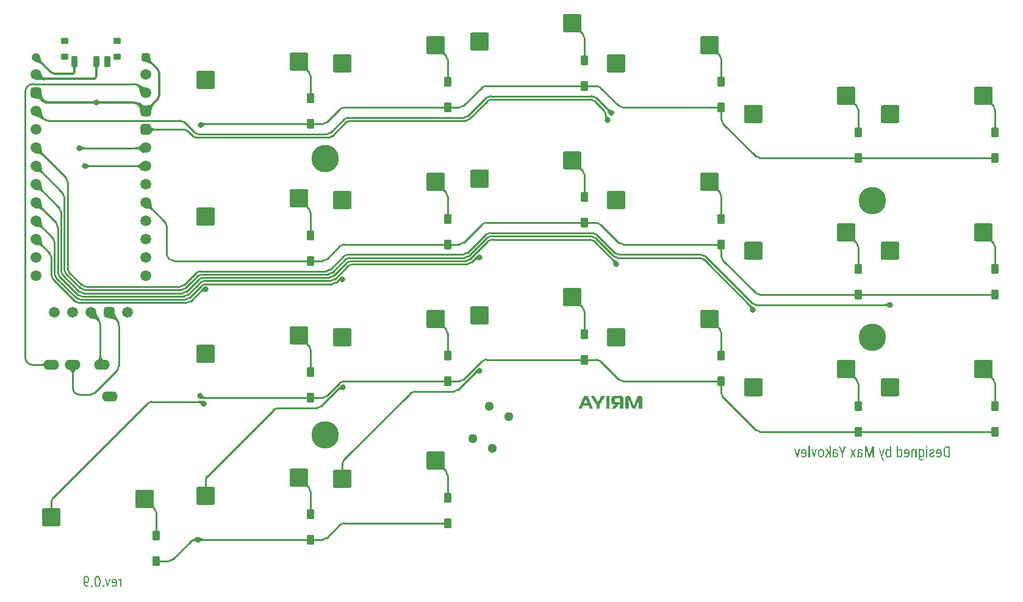
<source format=gbl>
G04 #@! TF.GenerationSoftware,KiCad,Pcbnew,7.0.2*
G04 #@! TF.CreationDate,2023-04-26T23:48:15+03:00*
G04 #@! TF.ProjectId,mriya-right,6d726979-612d-4726-9967-68742e6b6963,0.9*
G04 #@! TF.SameCoordinates,Original*
G04 #@! TF.FileFunction,Copper,L2,Bot*
G04 #@! TF.FilePolarity,Positive*
%FSLAX46Y46*%
G04 Gerber Fmt 4.6, Leading zero omitted, Abs format (unit mm)*
G04 Created by KiCad (PCBNEW 7.0.2) date 2023-04-26 23:48:15*
%MOMM*%
%LPD*%
G01*
G04 APERTURE LIST*
G04 Aperture macros list*
%AMRoundRect*
0 Rectangle with rounded corners*
0 $1 Rounding radius*
0 $2 $3 $4 $5 $6 $7 $8 $9 X,Y pos of 4 corners*
0 Add a 4 corners polygon primitive as box body*
4,1,4,$2,$3,$4,$5,$6,$7,$8,$9,$2,$3,0*
0 Add four circle primitives for the rounded corners*
1,1,$1+$1,$2,$3*
1,1,$1+$1,$4,$5*
1,1,$1+$1,$6,$7*
1,1,$1+$1,$8,$9*
0 Add four rect primitives between the rounded corners*
20,1,$1+$1,$2,$3,$4,$5,0*
20,1,$1+$1,$4,$5,$6,$7,0*
20,1,$1+$1,$6,$7,$8,$9,0*
20,1,$1+$1,$8,$9,$2,$3,0*%
G04 Aperture macros list end*
%ADD10C,0.187500*%
G04 #@! TA.AperFunction,NonConductor*
%ADD11C,0.187500*%
G04 #@! TD*
G04 #@! TA.AperFunction,SMDPad,CuDef*
%ADD12RoundRect,0.200000X1.075000X1.050000X-1.075000X1.050000X-1.075000X-1.050000X1.075000X-1.050000X0*%
G04 #@! TD*
G04 #@! TA.AperFunction,WasherPad*
%ADD13C,3.800000*%
G04 #@! TD*
G04 #@! TA.AperFunction,ComponentPad*
%ADD14O,2.200000X1.400000*%
G04 #@! TD*
G04 #@! TA.AperFunction,ComponentPad*
%ADD15C,1.300000*%
G04 #@! TD*
G04 #@! TA.AperFunction,ComponentPad*
%ADD16C,1.500000*%
G04 #@! TD*
G04 #@! TA.AperFunction,ComponentPad*
%ADD17RoundRect,0.375000X-0.375000X-0.375000X0.375000X-0.375000X0.375000X0.375000X-0.375000X0.375000X0*%
G04 #@! TD*
G04 #@! TA.AperFunction,ComponentPad*
%ADD18O,1.200000X1.200000*%
G04 #@! TD*
G04 #@! TA.AperFunction,ComponentPad*
%ADD19RoundRect,0.300000X-0.300000X-0.300000X0.300000X-0.300000X0.300000X0.300000X-0.300000X0.300000X0*%
G04 #@! TD*
G04 #@! TA.AperFunction,SMDPad,CuDef*
%ADD20RoundRect,0.200000X0.300000X-0.500000X0.300000X0.500000X-0.300000X0.500000X-0.300000X-0.500000X0*%
G04 #@! TD*
G04 #@! TA.AperFunction,SMDPad,CuDef*
%ADD21RoundRect,0.120000X-0.380000X-0.280000X0.380000X-0.280000X0.380000X0.280000X-0.380000X0.280000X0*%
G04 #@! TD*
G04 #@! TA.AperFunction,SMDPad,CuDef*
%ADD22RoundRect,0.120000X-0.280000X-0.680000X0.280000X-0.680000X0.280000X0.680000X-0.280000X0.680000X0*%
G04 #@! TD*
G04 #@! TA.AperFunction,ViaPad*
%ADD23C,0.800000*%
G04 #@! TD*
G04 #@! TA.AperFunction,Conductor*
%ADD24C,0.250000*%
G04 #@! TD*
G04 #@! TA.AperFunction,Conductor*
%ADD25C,0.350000*%
G04 #@! TD*
G04 APERTURE END LIST*
D10*
D11*
G36*
X251235549Y-102122500D02*
G01*
X250899960Y-102122500D01*
X250882573Y-102122341D01*
X250865446Y-102121866D01*
X250848578Y-102121073D01*
X250831971Y-102119964D01*
X250815623Y-102118537D01*
X250799535Y-102116794D01*
X250783706Y-102114733D01*
X250768137Y-102112356D01*
X250752828Y-102109661D01*
X250737779Y-102106650D01*
X250722990Y-102103322D01*
X250708460Y-102099676D01*
X250680180Y-102091434D01*
X250652939Y-102081925D01*
X250626737Y-102071147D01*
X250601573Y-102059101D01*
X250577449Y-102045788D01*
X250554364Y-102031206D01*
X250532318Y-102015357D01*
X250511310Y-101998239D01*
X250491342Y-101979854D01*
X250472413Y-101960200D01*
X250463329Y-101949924D01*
X250446027Y-101928578D01*
X250429878Y-101906172D01*
X250414883Y-101882708D01*
X250401041Y-101858184D01*
X250388353Y-101832602D01*
X250376818Y-101805960D01*
X250371484Y-101792242D01*
X250366437Y-101778259D01*
X250361679Y-101764012D01*
X250357209Y-101749500D01*
X250353028Y-101734723D01*
X250349135Y-101719681D01*
X250345530Y-101704375D01*
X250342214Y-101688804D01*
X250339186Y-101672968D01*
X250336447Y-101656867D01*
X250333996Y-101640502D01*
X250331833Y-101623871D01*
X250329959Y-101606976D01*
X250328373Y-101589817D01*
X250327075Y-101572392D01*
X250326066Y-101554703D01*
X250325345Y-101536749D01*
X250324912Y-101518530D01*
X250324839Y-101509206D01*
X250511247Y-101509206D01*
X250511871Y-101536713D01*
X250513194Y-101563365D01*
X250515214Y-101589160D01*
X250517933Y-101614100D01*
X250521351Y-101638185D01*
X250525467Y-101661413D01*
X250530281Y-101683785D01*
X250535794Y-101705302D01*
X250542005Y-101725963D01*
X250548914Y-101745768D01*
X250556522Y-101764718D01*
X250564828Y-101782811D01*
X250573833Y-101800049D01*
X250583536Y-101816431D01*
X250593937Y-101831957D01*
X250605037Y-101846627D01*
X250616905Y-101860425D01*
X250629612Y-101873332D01*
X250643157Y-101885349D01*
X250657541Y-101896476D01*
X250672764Y-101906712D01*
X250688825Y-101916059D01*
X250705725Y-101924515D01*
X250723464Y-101932082D01*
X250742041Y-101938758D01*
X250761457Y-101944544D01*
X250781711Y-101949440D01*
X250802805Y-101953445D01*
X250824736Y-101956561D01*
X250847507Y-101958786D01*
X250871116Y-101960121D01*
X250895563Y-101960566D01*
X251047238Y-101960566D01*
X251047238Y-100784537D01*
X250877978Y-100784537D01*
X250855306Y-100784971D01*
X250833362Y-100786272D01*
X250812144Y-100788440D01*
X250791653Y-100791475D01*
X250771890Y-100795378D01*
X250752853Y-100800148D01*
X250734543Y-100805785D01*
X250716961Y-100812289D01*
X250700105Y-100819661D01*
X250683977Y-100827900D01*
X250668575Y-100837006D01*
X250653900Y-100846979D01*
X250639953Y-100857820D01*
X250626732Y-100869528D01*
X250614239Y-100882103D01*
X250602472Y-100895546D01*
X250596860Y-100902584D01*
X250586169Y-100917402D01*
X250576191Y-100933207D01*
X250566926Y-100950000D01*
X250558374Y-100967780D01*
X250550535Y-100986547D01*
X250543408Y-101006302D01*
X250536993Y-101027045D01*
X250531292Y-101048775D01*
X250526303Y-101071492D01*
X250522027Y-101095197D01*
X250518463Y-101119890D01*
X250515613Y-101145569D01*
X250513474Y-101172237D01*
X250512049Y-101199892D01*
X250511336Y-101228534D01*
X250511247Y-101243225D01*
X250511247Y-101509206D01*
X250324839Y-101509206D01*
X250324768Y-101500047D01*
X250324768Y-101248354D01*
X250324910Y-101229869D01*
X250325336Y-101211645D01*
X250326046Y-101193682D01*
X250327041Y-101175980D01*
X250328319Y-101158540D01*
X250329881Y-101141360D01*
X250331728Y-101124442D01*
X250333858Y-101107785D01*
X250336273Y-101091389D01*
X250338972Y-101075254D01*
X250341954Y-101059381D01*
X250345221Y-101043769D01*
X250348772Y-101028417D01*
X250352607Y-101013327D01*
X250356726Y-100998499D01*
X250361130Y-100983931D01*
X250365817Y-100969624D01*
X250370788Y-100955579D01*
X250381583Y-100928272D01*
X250393514Y-100902010D01*
X250406582Y-100876792D01*
X250420785Y-100852619D01*
X250436125Y-100829491D01*
X250452602Y-100807408D01*
X250470215Y-100786369D01*
X250479397Y-100776249D01*
X250498451Y-100756971D01*
X250518423Y-100738980D01*
X250539315Y-100722273D01*
X250561125Y-100706851D01*
X250583854Y-100692715D01*
X250607501Y-100679863D01*
X250632068Y-100668297D01*
X250657553Y-100658016D01*
X250683957Y-100649020D01*
X250711280Y-100641309D01*
X250739521Y-100634883D01*
X250753987Y-100632153D01*
X250768682Y-100629743D01*
X250783606Y-100627655D01*
X250798761Y-100625888D01*
X250814145Y-100624442D01*
X250829758Y-100623317D01*
X250845602Y-100622514D01*
X250861675Y-100622032D01*
X250877978Y-100621871D01*
X251235549Y-100621871D01*
X251235549Y-102122500D01*
G37*
G36*
X249708712Y-100997579D02*
G01*
X249732025Y-100999232D01*
X249754668Y-101001987D01*
X249776641Y-101005844D01*
X249797945Y-101010803D01*
X249818578Y-101016864D01*
X249838542Y-101024026D01*
X249857837Y-101032291D01*
X249876461Y-101041658D01*
X249894416Y-101052126D01*
X249911701Y-101063697D01*
X249928316Y-101076369D01*
X249944261Y-101090144D01*
X249959537Y-101105020D01*
X249974143Y-101120998D01*
X249988079Y-101138079D01*
X250001255Y-101156082D01*
X250013582Y-101174921D01*
X250025058Y-101194596D01*
X250035684Y-101215107D01*
X250045460Y-101236453D01*
X250054385Y-101258635D01*
X250062461Y-101281653D01*
X250069687Y-101305507D01*
X250076062Y-101330197D01*
X250081588Y-101355722D01*
X250086263Y-101382083D01*
X250090089Y-101409280D01*
X250093064Y-101437312D01*
X250095189Y-101466181D01*
X250095933Y-101480928D01*
X250096464Y-101495885D01*
X250096783Y-101511050D01*
X250096889Y-101526425D01*
X250096889Y-101660514D01*
X250096188Y-101689878D01*
X250094634Y-101718342D01*
X250092227Y-101745909D01*
X250088967Y-101772576D01*
X250084854Y-101798344D01*
X250079888Y-101823214D01*
X250074069Y-101847185D01*
X250067397Y-101870258D01*
X250059872Y-101892431D01*
X250051495Y-101913706D01*
X250042264Y-101934082D01*
X250032180Y-101953560D01*
X250021244Y-101972138D01*
X250009454Y-101989818D01*
X249996812Y-102006600D01*
X249983316Y-102022482D01*
X249969017Y-102037433D01*
X249953961Y-102051419D01*
X249938151Y-102064441D01*
X249921584Y-102076498D01*
X249904262Y-102087590D01*
X249886184Y-102097718D01*
X249867351Y-102106882D01*
X249847762Y-102115081D01*
X249827417Y-102122315D01*
X249806317Y-102128585D01*
X249784461Y-102133890D01*
X249761849Y-102138230D01*
X249738482Y-102141606D01*
X249714359Y-102144018D01*
X249689481Y-102145465D01*
X249663847Y-102145947D01*
X249648787Y-102145785D01*
X249633969Y-102145299D01*
X249605062Y-102143354D01*
X249577126Y-102140112D01*
X249550159Y-102135574D01*
X249524163Y-102129739D01*
X249499137Y-102122608D01*
X249475082Y-102114180D01*
X249451997Y-102104456D01*
X249429882Y-102093435D01*
X249408737Y-102081118D01*
X249388563Y-102067503D01*
X249369359Y-102052593D01*
X249351125Y-102036385D01*
X249333861Y-102018881D01*
X249317568Y-102000081D01*
X249302245Y-101979984D01*
X249397134Y-101865312D01*
X249403851Y-101873282D01*
X249414046Y-101884727D01*
X249424382Y-101895560D01*
X249438384Y-101909052D01*
X249452638Y-101921457D01*
X249467144Y-101932774D01*
X249481901Y-101943004D01*
X249496911Y-101952146D01*
X249512172Y-101960200D01*
X249516014Y-101962048D01*
X249531757Y-101968855D01*
X249548094Y-101974722D01*
X249565027Y-101979651D01*
X249582555Y-101983641D01*
X249600679Y-101986692D01*
X249619398Y-101988804D01*
X249638712Y-101989978D01*
X249653589Y-101990242D01*
X249661454Y-101990163D01*
X249676838Y-101989527D01*
X249691762Y-101988256D01*
X249713283Y-101985159D01*
X249733768Y-101980631D01*
X249753215Y-101974674D01*
X249771626Y-101967288D01*
X249789000Y-101958471D01*
X249805337Y-101948225D01*
X249820638Y-101936550D01*
X249834901Y-101923444D01*
X249848128Y-101908909D01*
X249856291Y-101898360D01*
X249867548Y-101881104D01*
X249877620Y-101862129D01*
X249883677Y-101848523D01*
X249889207Y-101834154D01*
X249894210Y-101819020D01*
X249898686Y-101803121D01*
X249902636Y-101786459D01*
X249906059Y-101769032D01*
X249908956Y-101750842D01*
X249911326Y-101731886D01*
X249913169Y-101712167D01*
X249914486Y-101691684D01*
X249915276Y-101670436D01*
X249915539Y-101648424D01*
X249915539Y-101622779D01*
X249293086Y-101622779D01*
X249293086Y-101504443D01*
X249293294Y-101488274D01*
X249293687Y-101472375D01*
X249293924Y-101465975D01*
X249475536Y-101465975D01*
X249914440Y-101465975D01*
X249913936Y-101456051D01*
X249912651Y-101436696D01*
X249910996Y-101418000D01*
X249908973Y-101399963D01*
X249906580Y-101382583D01*
X249903818Y-101365862D01*
X249900687Y-101349799D01*
X249897186Y-101334395D01*
X249893316Y-101319649D01*
X249886820Y-101298764D01*
X249879492Y-101279360D01*
X249871333Y-101261438D01*
X249862344Y-101244996D01*
X249852524Y-101230036D01*
X249845472Y-101220808D01*
X249834034Y-101208083D01*
X249821567Y-101196697D01*
X249808068Y-101186651D01*
X249793540Y-101177944D01*
X249777981Y-101170576D01*
X249761391Y-101164549D01*
X249743771Y-101159860D01*
X249725121Y-101156511D01*
X249705441Y-101154502D01*
X249684730Y-101153832D01*
X249672157Y-101154093D01*
X249654066Y-101155460D01*
X249636896Y-101158000D01*
X249620647Y-101161711D01*
X249605319Y-101166595D01*
X249590911Y-101172651D01*
X249577425Y-101179879D01*
X249564859Y-101188278D01*
X249553215Y-101197850D01*
X249542491Y-101208595D01*
X249532688Y-101220511D01*
X249523657Y-101233723D01*
X249515386Y-101248495D01*
X249507875Y-101264824D01*
X249501124Y-101282712D01*
X249495132Y-101302159D01*
X249489901Y-101323164D01*
X249486836Y-101338033D01*
X249484108Y-101353595D01*
X249481718Y-101369850D01*
X249479666Y-101386797D01*
X249477951Y-101404437D01*
X249476575Y-101422770D01*
X249475536Y-101441795D01*
X249475536Y-101465975D01*
X249293924Y-101465975D01*
X249294267Y-101456744D01*
X249295032Y-101441383D01*
X249295984Y-101426290D01*
X249297122Y-101411467D01*
X249299955Y-101382627D01*
X249303533Y-101354863D01*
X249307855Y-101328176D01*
X249312921Y-101302565D01*
X249318732Y-101278030D01*
X249325286Y-101254571D01*
X249332585Y-101232189D01*
X249340628Y-101210882D01*
X249349415Y-101190652D01*
X249358946Y-101171498D01*
X249369221Y-101153420D01*
X249380241Y-101136419D01*
X249392004Y-101120493D01*
X249404482Y-101105542D01*
X249417736Y-101091556D01*
X249431765Y-101078534D01*
X249446570Y-101066477D01*
X249462150Y-101055385D01*
X249478507Y-101045257D01*
X249495638Y-101036093D01*
X249513546Y-101027895D01*
X249532229Y-101020660D01*
X249551688Y-101014391D01*
X249571922Y-101009086D01*
X249592932Y-101004745D01*
X249614718Y-101001369D01*
X249637280Y-100998958D01*
X249660617Y-100997511D01*
X249684730Y-100997028D01*
X249708712Y-100997579D01*
G37*
G36*
X248537277Y-101841132D02*
G01*
X248538359Y-101823436D01*
X248541606Y-101806527D01*
X248547017Y-101790406D01*
X248554593Y-101775072D01*
X248564334Y-101760524D01*
X248576239Y-101746764D01*
X248581607Y-101741481D01*
X248593977Y-101730730D01*
X248608924Y-101719545D01*
X248621824Y-101710870D01*
X248636174Y-101701951D01*
X248651972Y-101692786D01*
X248669219Y-101683378D01*
X248687916Y-101673724D01*
X248701185Y-101667152D01*
X248715098Y-101660472D01*
X248729655Y-101653683D01*
X248744857Y-101646785D01*
X248752699Y-101643295D01*
X248770769Y-101635807D01*
X248788162Y-101628457D01*
X248804876Y-101621244D01*
X248820911Y-101614169D01*
X248836269Y-101607231D01*
X248850947Y-101600430D01*
X248864948Y-101593767D01*
X248878270Y-101587241D01*
X248896982Y-101577710D01*
X248914167Y-101568488D01*
X248929826Y-101559575D01*
X248943958Y-101550971D01*
X248956564Y-101542677D01*
X248960427Y-101539980D01*
X248974979Y-101528995D01*
X248988592Y-101517655D01*
X249001266Y-101505960D01*
X249013001Y-101493910D01*
X249023797Y-101481505D01*
X249033654Y-101468745D01*
X249042573Y-101455631D01*
X249050553Y-101442161D01*
X249057594Y-101428096D01*
X249063696Y-101413379D01*
X249068860Y-101398008D01*
X249073084Y-101381986D01*
X249076370Y-101365310D01*
X249078717Y-101347983D01*
X249080125Y-101330002D01*
X249080595Y-101311369D01*
X249080207Y-101294649D01*
X249079044Y-101278287D01*
X249077104Y-101262283D01*
X249074390Y-101246637D01*
X249070899Y-101231348D01*
X249066633Y-101216418D01*
X249061591Y-101201845D01*
X249055774Y-101187629D01*
X249049181Y-101173772D01*
X249041812Y-101160272D01*
X249033667Y-101147130D01*
X249024747Y-101134346D01*
X249015051Y-101121920D01*
X249004580Y-101109851D01*
X248993333Y-101098141D01*
X248981310Y-101086788D01*
X248968639Y-101075918D01*
X248955539Y-101065750D01*
X248942009Y-101056284D01*
X248928050Y-101047518D01*
X248913662Y-101039454D01*
X248898844Y-101032091D01*
X248883597Y-101025429D01*
X248867920Y-101019468D01*
X248851815Y-101014209D01*
X248835280Y-101009651D01*
X248818315Y-101005794D01*
X248800922Y-101002638D01*
X248783098Y-101000184D01*
X248764846Y-100998431D01*
X248746164Y-100997379D01*
X248727053Y-100997028D01*
X248706925Y-100997396D01*
X248687297Y-100998500D01*
X248668170Y-101000339D01*
X248649544Y-101002913D01*
X248631419Y-101006223D01*
X248613795Y-101010269D01*
X248596672Y-101015050D01*
X248580050Y-101020567D01*
X248563928Y-101026820D01*
X248548308Y-101033808D01*
X248533188Y-101041532D01*
X248518569Y-101049991D01*
X248504451Y-101059186D01*
X248490834Y-101069116D01*
X248477718Y-101079782D01*
X248465103Y-101091184D01*
X248453124Y-101103162D01*
X248441919Y-101115559D01*
X248431486Y-101128373D01*
X248421826Y-101141605D01*
X248412939Y-101155255D01*
X248404825Y-101169323D01*
X248397483Y-101183808D01*
X248390914Y-101198712D01*
X248385118Y-101214033D01*
X248380095Y-101229773D01*
X248375845Y-101245930D01*
X248372367Y-101262505D01*
X248369662Y-101279498D01*
X248367730Y-101296909D01*
X248366571Y-101314738D01*
X248366185Y-101332984D01*
X248547535Y-101332984D01*
X248548325Y-101314735D01*
X248550695Y-101297172D01*
X248554645Y-101280297D01*
X248560174Y-101264108D01*
X248567284Y-101248606D01*
X248575974Y-101233791D01*
X248586244Y-101219663D01*
X248598093Y-101206222D01*
X248611168Y-101193944D01*
X248625112Y-101183302D01*
X248639927Y-101174297D01*
X248655612Y-101166930D01*
X248672167Y-101161200D01*
X248689593Y-101157107D01*
X248707888Y-101154651D01*
X248727053Y-101153832D01*
X248741798Y-101154196D01*
X248760525Y-101155813D01*
X248778188Y-101158724D01*
X248794786Y-101162929D01*
X248810319Y-101168427D01*
X248824788Y-101175219D01*
X248838192Y-101183305D01*
X248850531Y-101192685D01*
X248853449Y-101195232D01*
X248864182Y-101205931D01*
X248873485Y-101217511D01*
X248881356Y-101229973D01*
X248887796Y-101243317D01*
X248892805Y-101257542D01*
X248896382Y-101272649D01*
X248898529Y-101288637D01*
X248899245Y-101305507D01*
X248898431Y-101322162D01*
X248895989Y-101337779D01*
X248891919Y-101352358D01*
X248886221Y-101365900D01*
X248877235Y-101380781D01*
X248865905Y-101394167D01*
X248853074Y-101405114D01*
X248839498Y-101414630D01*
X248822980Y-101424823D01*
X248808661Y-101432910D01*
X248792687Y-101441378D01*
X248775057Y-101450225D01*
X248755772Y-101459453D01*
X248741997Y-101465816D01*
X248727485Y-101472347D01*
X248712238Y-101479048D01*
X248704339Y-101482461D01*
X248679476Y-101492339D01*
X248655629Y-101502188D01*
X248632799Y-101512008D01*
X248610985Y-101521799D01*
X248590186Y-101531563D01*
X248570404Y-101541297D01*
X248551638Y-101551003D01*
X248533888Y-101560680D01*
X248517154Y-101570328D01*
X248501436Y-101579948D01*
X248486734Y-101589540D01*
X248473048Y-101599102D01*
X248460379Y-101608636D01*
X248448725Y-101618142D01*
X248433150Y-101632346D01*
X248428466Y-101637067D01*
X248415372Y-101651506D01*
X248403565Y-101666661D01*
X248393046Y-101682530D01*
X248383816Y-101699114D01*
X248375873Y-101716413D01*
X248369218Y-101734427D01*
X248363852Y-101753155D01*
X248359773Y-101772599D01*
X248356982Y-101792757D01*
X248355480Y-101813630D01*
X248355194Y-101827943D01*
X248355584Y-101845806D01*
X248356756Y-101863217D01*
X248358710Y-101880175D01*
X248361445Y-101896682D01*
X248364961Y-101912736D01*
X248369259Y-101928338D01*
X248374338Y-101943488D01*
X248380198Y-101958185D01*
X248386840Y-101972430D01*
X248394263Y-101986223D01*
X248402467Y-101999564D01*
X248411453Y-102012453D01*
X248421221Y-102024889D01*
X248431769Y-102036873D01*
X248443100Y-102048405D01*
X248455211Y-102059485D01*
X248467935Y-102069955D01*
X248481194Y-102079749D01*
X248494989Y-102088868D01*
X248509318Y-102097312D01*
X248524183Y-102105080D01*
X248539584Y-102112173D01*
X248555519Y-102118590D01*
X248571990Y-102124331D01*
X248588996Y-102129397D01*
X248606537Y-102133788D01*
X248624613Y-102137503D01*
X248643225Y-102140543D01*
X248662371Y-102142907D01*
X248682053Y-102144596D01*
X248702271Y-102145609D01*
X248723023Y-102145947D01*
X248744520Y-102145559D01*
X248765504Y-102144395D01*
X248785976Y-102142456D01*
X248805936Y-102139742D01*
X248825383Y-102136251D01*
X248844319Y-102131985D01*
X248862741Y-102126943D01*
X248880652Y-102121126D01*
X248898050Y-102114533D01*
X248914935Y-102107164D01*
X248931309Y-102099019D01*
X248947170Y-102090099D01*
X248962518Y-102080403D01*
X248977355Y-102069932D01*
X248991679Y-102058685D01*
X249005490Y-102046662D01*
X249018578Y-102034043D01*
X249030821Y-102021005D01*
X249042220Y-102007550D01*
X249052774Y-101993677D01*
X249062484Y-101979386D01*
X249071350Y-101964677D01*
X249079371Y-101949550D01*
X249086548Y-101934005D01*
X249092881Y-101918042D01*
X249098369Y-101901662D01*
X249103013Y-101884864D01*
X249106813Y-101867647D01*
X249109768Y-101850013D01*
X249111879Y-101831961D01*
X249113145Y-101813491D01*
X249113568Y-101794603D01*
X248930019Y-101794603D01*
X248928960Y-101811429D01*
X248927018Y-101827559D01*
X248924194Y-101842994D01*
X248920488Y-101857733D01*
X248915899Y-101871776D01*
X248908409Y-101889419D01*
X248899350Y-101905825D01*
X248888723Y-101920995D01*
X248876527Y-101934928D01*
X248873233Y-101938218D01*
X248859185Y-101950411D01*
X248843786Y-101960979D01*
X248827036Y-101969920D01*
X248808936Y-101977236D01*
X248794474Y-101981656D01*
X248779252Y-101985162D01*
X248763270Y-101987753D01*
X248746528Y-101989429D01*
X248729026Y-101990191D01*
X248723023Y-101990242D01*
X248706371Y-101989888D01*
X248690484Y-101988825D01*
X248675364Y-101987054D01*
X248656396Y-101983591D01*
X248638791Y-101978868D01*
X248622548Y-101972886D01*
X248607667Y-101965645D01*
X248594149Y-101957144D01*
X248584904Y-101949942D01*
X248573741Y-101939426D01*
X248564067Y-101928029D01*
X248555881Y-101915750D01*
X248549183Y-101902589D01*
X248543974Y-101888547D01*
X248540253Y-101873624D01*
X248538021Y-101857818D01*
X248537277Y-101841132D01*
G37*
G36*
X247927280Y-102122500D02*
G01*
X248109363Y-102122500D01*
X248109363Y-100997028D01*
X247927280Y-100997028D01*
X247927280Y-102122500D01*
G37*
G36*
X247912626Y-100701372D02*
G01*
X247913540Y-100718155D01*
X247916283Y-100733882D01*
X247920856Y-100748552D01*
X247927257Y-100762166D01*
X247935488Y-100774724D01*
X247938637Y-100778675D01*
X247949195Y-100789134D01*
X247961633Y-100797429D01*
X247975951Y-100803560D01*
X247992150Y-100807527D01*
X248007085Y-100809179D01*
X248016673Y-100809450D01*
X248032181Y-100808699D01*
X248049114Y-100805814D01*
X248064218Y-100800765D01*
X248077493Y-100793552D01*
X248088939Y-100784175D01*
X248093976Y-100778675D01*
X248102691Y-100766469D01*
X248109604Y-100753207D01*
X248114713Y-100738889D01*
X248118019Y-100723515D01*
X248119521Y-100707084D01*
X248119621Y-100701372D01*
X248118720Y-100684440D01*
X248116015Y-100668537D01*
X248111507Y-100653665D01*
X248105196Y-100639823D01*
X248097081Y-100627012D01*
X248093976Y-100622971D01*
X248083457Y-100612138D01*
X248071135Y-100603548D01*
X248057010Y-100597198D01*
X248041082Y-100593089D01*
X248026431Y-100591377D01*
X248017039Y-100591097D01*
X248001514Y-100591893D01*
X247984512Y-100594950D01*
X247969288Y-100600299D01*
X247955841Y-100607941D01*
X247944172Y-100617876D01*
X247939004Y-100623703D01*
X247930039Y-100636257D01*
X247922930Y-100649738D01*
X247917675Y-100664146D01*
X247914274Y-100679482D01*
X247912729Y-100695745D01*
X247912626Y-100701372D01*
G37*
G36*
X247048739Y-101141376D02*
G01*
X247060139Y-101123896D01*
X247072174Y-101107545D01*
X247084846Y-101092320D01*
X247098152Y-101078224D01*
X247112094Y-101065255D01*
X247126671Y-101053414D01*
X247141884Y-101042701D01*
X247157732Y-101033115D01*
X247174216Y-101024657D01*
X247191334Y-101017327D01*
X247209089Y-101011125D01*
X247227479Y-101006050D01*
X247246504Y-101002103D01*
X247266164Y-100999284D01*
X247286460Y-100997592D01*
X247307392Y-100997028D01*
X247329856Y-100997547D01*
X247351636Y-100999101D01*
X247372732Y-101001691D01*
X247393144Y-101005317D01*
X247412872Y-101009980D01*
X247431916Y-101015679D01*
X247450275Y-101022413D01*
X247467951Y-101030184D01*
X247484942Y-101038991D01*
X247501250Y-101048835D01*
X247516873Y-101059714D01*
X247531813Y-101071629D01*
X247546068Y-101084581D01*
X247559639Y-101098569D01*
X247572526Y-101113592D01*
X247584730Y-101129652D01*
X247596176Y-101146724D01*
X247606883Y-101164783D01*
X247616852Y-101183830D01*
X247626083Y-101203864D01*
X247634575Y-101224886D01*
X247642329Y-101246895D01*
X247649344Y-101269891D01*
X247655621Y-101293875D01*
X247661159Y-101318847D01*
X247665959Y-101344805D01*
X247670021Y-101371752D01*
X247673344Y-101399686D01*
X247675928Y-101428607D01*
X247676944Y-101443438D01*
X247677775Y-101458516D01*
X247678421Y-101473840D01*
X247678882Y-101489412D01*
X247679159Y-101505230D01*
X247679252Y-101521296D01*
X247679252Y-101644028D01*
X247678909Y-101659098D01*
X247678386Y-101673948D01*
X247676796Y-101702984D01*
X247674482Y-101731135D01*
X247671443Y-101758402D01*
X247667681Y-101784785D01*
X247663194Y-101810283D01*
X247657984Y-101834896D01*
X247652049Y-101858626D01*
X247645390Y-101881470D01*
X247638007Y-101903431D01*
X247629900Y-101924507D01*
X247621068Y-101944698D01*
X247611513Y-101964005D01*
X247601233Y-101982428D01*
X247590229Y-101999966D01*
X247578501Y-102016620D01*
X247566069Y-102032281D01*
X247553045Y-102046931D01*
X247539428Y-102060571D01*
X247525218Y-102073201D01*
X247510416Y-102084820D01*
X247495022Y-102095429D01*
X247479035Y-102105027D01*
X247462455Y-102113615D01*
X247445284Y-102121193D01*
X247427519Y-102127760D01*
X247409162Y-102133317D01*
X247390213Y-102137864D01*
X247370671Y-102141400D01*
X247350537Y-102143926D01*
X247329810Y-102145442D01*
X247308491Y-102145947D01*
X247288402Y-102145439D01*
X247268895Y-102143915D01*
X247249968Y-102141374D01*
X247231623Y-102137818D01*
X247213859Y-102133246D01*
X247196675Y-102127657D01*
X247180073Y-102121053D01*
X247164052Y-102113432D01*
X247148612Y-102104795D01*
X247133752Y-102095142D01*
X247119474Y-102084473D01*
X247105777Y-102072788D01*
X247092661Y-102060087D01*
X247080126Y-102046370D01*
X247068172Y-102031637D01*
X247056799Y-102015887D01*
X247056799Y-102162067D01*
X247057404Y-102177462D01*
X247058443Y-102192368D01*
X247061819Y-102220714D01*
X247066927Y-102247105D01*
X247073766Y-102271541D01*
X247082337Y-102294022D01*
X247092639Y-102314549D01*
X247104674Y-102333120D01*
X247118439Y-102349737D01*
X247133937Y-102364399D01*
X247151166Y-102377105D01*
X247170127Y-102387857D01*
X247190819Y-102396654D01*
X247213243Y-102403497D01*
X247237399Y-102408384D01*
X247263286Y-102411316D01*
X247290905Y-102412294D01*
X247307940Y-102411850D01*
X247324788Y-102410519D01*
X247341451Y-102408301D01*
X247357927Y-102405195D01*
X247374217Y-102401203D01*
X247390322Y-102396322D01*
X247406240Y-102390555D01*
X247421972Y-102383900D01*
X247437518Y-102376358D01*
X247452878Y-102367929D01*
X247468053Y-102358613D01*
X247483041Y-102348409D01*
X247497843Y-102337318D01*
X247512458Y-102325339D01*
X247526888Y-102312474D01*
X247541132Y-102298721D01*
X247615504Y-102425483D01*
X247608848Y-102432963D01*
X247598118Y-102443899D01*
X247586493Y-102454494D01*
X247573972Y-102464748D01*
X247560557Y-102474660D01*
X247546246Y-102484231D01*
X247531040Y-102493460D01*
X247514939Y-102502349D01*
X247497943Y-102510896D01*
X247480051Y-102519101D01*
X247461265Y-102526966D01*
X247448521Y-102531934D01*
X247429700Y-102538787D01*
X247411233Y-102544918D01*
X247393121Y-102550327D01*
X247375362Y-102555015D01*
X247357958Y-102558982D01*
X247340908Y-102562228D01*
X247324213Y-102564753D01*
X247307871Y-102566556D01*
X247291884Y-102567638D01*
X247276251Y-102567998D01*
X247252901Y-102567561D01*
X247230203Y-102566247D01*
X247208159Y-102564057D01*
X247186766Y-102560992D01*
X247166027Y-102557050D01*
X247145940Y-102552233D01*
X247126505Y-102546540D01*
X247107723Y-102539972D01*
X247089594Y-102532527D01*
X247072117Y-102524206D01*
X247055293Y-102515010D01*
X247039122Y-102504938D01*
X247023603Y-102493990D01*
X247008736Y-102482166D01*
X246994522Y-102469466D01*
X246980961Y-102455891D01*
X246968096Y-102441541D01*
X246956060Y-102426427D01*
X246944854Y-102410549D01*
X246934479Y-102393907D01*
X246924933Y-102376500D01*
X246916218Y-102358329D01*
X246908332Y-102339394D01*
X246901277Y-102319695D01*
X246895052Y-102299232D01*
X246889656Y-102278004D01*
X246885091Y-102256012D01*
X246881356Y-102233256D01*
X246878451Y-102209736D01*
X246876376Y-102185451D01*
X246875131Y-102160402D01*
X246874716Y-102134590D01*
X246874716Y-101847360D01*
X247056799Y-101847360D01*
X247065581Y-101864041D01*
X247074894Y-101879646D01*
X247084735Y-101894174D01*
X247095107Y-101907627D01*
X247106007Y-101920003D01*
X247117438Y-101931303D01*
X247129397Y-101941527D01*
X247141887Y-101950675D01*
X247154906Y-101958746D01*
X247168454Y-101965741D01*
X247182532Y-101971660D01*
X247197139Y-101976503D01*
X247212276Y-101980270D01*
X247227942Y-101982961D01*
X247244138Y-101984575D01*
X247260864Y-101985113D01*
X247268649Y-101985028D01*
X247283807Y-101984347D01*
X247298416Y-101982984D01*
X247319299Y-101979663D01*
X247338945Y-101974810D01*
X247357355Y-101968423D01*
X247374528Y-101960504D01*
X247390465Y-101951052D01*
X247405165Y-101940068D01*
X247418629Y-101927551D01*
X247430857Y-101913501D01*
X247441847Y-101897918D01*
X247448502Y-101886590D01*
X247457679Y-101868158D01*
X247465890Y-101848001D01*
X247470827Y-101833604D01*
X247475335Y-101818440D01*
X247479414Y-101802509D01*
X247483063Y-101785811D01*
X247486283Y-101768345D01*
X247489074Y-101750113D01*
X247491435Y-101731114D01*
X247493367Y-101711347D01*
X247494870Y-101690814D01*
X247495943Y-101669513D01*
X247496587Y-101647445D01*
X247496802Y-101624610D01*
X247496802Y-101514335D01*
X247496703Y-101503137D01*
X247496182Y-101481290D01*
X247495231Y-101460173D01*
X247493852Y-101439785D01*
X247492043Y-101420127D01*
X247489805Y-101401199D01*
X247487137Y-101383001D01*
X247484040Y-101365533D01*
X247480514Y-101348795D01*
X247476558Y-101332787D01*
X247472173Y-101317508D01*
X247467359Y-101302959D01*
X247459333Y-101282505D01*
X247450340Y-101263693D01*
X247440382Y-101246523D01*
X247436833Y-101241135D01*
X247425367Y-101226000D01*
X247412670Y-101212404D01*
X247398744Y-101200348D01*
X247383587Y-101189830D01*
X247367201Y-101180852D01*
X247349584Y-101173412D01*
X247330737Y-101167512D01*
X247310661Y-101163151D01*
X247289354Y-101160330D01*
X247274466Y-101159304D01*
X247259032Y-101158961D01*
X247242872Y-101159492D01*
X247227181Y-101161085D01*
X247211960Y-101163740D01*
X247197208Y-101167457D01*
X247182925Y-101172235D01*
X247169112Y-101178075D01*
X247155768Y-101184978D01*
X247142894Y-101192942D01*
X247130489Y-101201968D01*
X247118554Y-101212056D01*
X247107088Y-101223205D01*
X247096091Y-101235417D01*
X247085564Y-101248691D01*
X247075506Y-101263026D01*
X247065918Y-101278423D01*
X247056799Y-101294883D01*
X247056799Y-101847360D01*
X246874716Y-101847360D01*
X246874716Y-100997028D01*
X247039579Y-100997028D01*
X247048739Y-101141376D01*
G37*
G36*
X246436544Y-100997028D02*
G01*
X246431415Y-101136980D01*
X246417905Y-101120032D01*
X246403937Y-101104179D01*
X246389512Y-101089418D01*
X246374628Y-101075751D01*
X246359287Y-101063177D01*
X246343487Y-101051697D01*
X246327230Y-101041310D01*
X246310515Y-101032016D01*
X246293341Y-101023816D01*
X246275710Y-101016709D01*
X246257621Y-101010696D01*
X246239074Y-101005775D01*
X246220068Y-101001949D01*
X246200605Y-100999215D01*
X246180684Y-100997575D01*
X246160305Y-100997028D01*
X246142112Y-100997411D01*
X246124487Y-100998557D01*
X246107433Y-101000467D01*
X246090948Y-101003142D01*
X246075033Y-101006581D01*
X246059687Y-101010784D01*
X246044911Y-101015752D01*
X246030704Y-101021483D01*
X246017067Y-101027979D01*
X246003999Y-101035239D01*
X245991501Y-101043263D01*
X245979573Y-101052052D01*
X245968214Y-101061604D01*
X245957425Y-101071921D01*
X245947206Y-101083002D01*
X245937556Y-101094848D01*
X245928475Y-101107457D01*
X245919965Y-101120831D01*
X245912023Y-101134969D01*
X245904652Y-101149871D01*
X245897850Y-101165537D01*
X245891617Y-101181968D01*
X245885954Y-101199163D01*
X245880861Y-101217122D01*
X245876337Y-101235845D01*
X245872383Y-101255332D01*
X245868998Y-101275584D01*
X245866183Y-101296600D01*
X245863938Y-101318380D01*
X245862262Y-101340924D01*
X245861156Y-101364233D01*
X245860619Y-101388306D01*
X245860619Y-102122500D01*
X246041970Y-102122500D01*
X246041970Y-101397465D01*
X246042141Y-101381591D01*
X246042657Y-101366301D01*
X246043515Y-101351595D01*
X246045447Y-101330630D01*
X246048152Y-101310980D01*
X246051630Y-101292643D01*
X246055880Y-101275620D01*
X246060903Y-101259911D01*
X246066699Y-101245515D01*
X246075629Y-101228365D01*
X246085933Y-101213550D01*
X246097520Y-101200756D01*
X246110480Y-101189667D01*
X246124814Y-101180285D01*
X246140522Y-101172609D01*
X246157603Y-101166638D01*
X246176059Y-101162373D01*
X246190802Y-101160294D01*
X246206318Y-101159175D01*
X246217092Y-101158961D01*
X246233910Y-101159666D01*
X246250293Y-101161778D01*
X246266242Y-101165298D01*
X246281755Y-101170227D01*
X246296833Y-101176564D01*
X246311476Y-101184309D01*
X246325684Y-101193463D01*
X246339457Y-101204024D01*
X246352595Y-101215633D01*
X246365080Y-101228113D01*
X246376912Y-101241462D01*
X246388092Y-101255682D01*
X246398619Y-101270771D01*
X246408494Y-101286731D01*
X246417716Y-101303561D01*
X246424205Y-101316754D01*
X246426286Y-101321261D01*
X246426286Y-102122500D01*
X246608735Y-102122500D01*
X246608735Y-100997028D01*
X246436544Y-100997028D01*
G37*
G36*
X245239068Y-100997579D02*
G01*
X245262381Y-100999232D01*
X245285024Y-101001987D01*
X245306997Y-101005844D01*
X245328301Y-101010803D01*
X245348934Y-101016864D01*
X245368898Y-101024026D01*
X245388193Y-101032291D01*
X245406817Y-101041658D01*
X245424772Y-101052126D01*
X245442057Y-101063697D01*
X245458672Y-101076369D01*
X245474617Y-101090144D01*
X245489893Y-101105020D01*
X245504499Y-101120998D01*
X245518435Y-101138079D01*
X245531611Y-101156082D01*
X245543937Y-101174921D01*
X245555414Y-101194596D01*
X245566040Y-101215107D01*
X245575815Y-101236453D01*
X245584741Y-101258635D01*
X245592817Y-101281653D01*
X245600043Y-101305507D01*
X245606418Y-101330197D01*
X245611944Y-101355722D01*
X245616619Y-101382083D01*
X245620445Y-101409280D01*
X245623420Y-101437312D01*
X245625545Y-101466181D01*
X245626289Y-101480928D01*
X245626820Y-101495885D01*
X245627139Y-101511050D01*
X245627245Y-101526425D01*
X245627245Y-101660514D01*
X245626544Y-101689878D01*
X245624990Y-101718342D01*
X245622583Y-101745909D01*
X245619323Y-101772576D01*
X245615210Y-101798344D01*
X245610244Y-101823214D01*
X245604425Y-101847185D01*
X245597753Y-101870258D01*
X245590228Y-101892431D01*
X245581850Y-101913706D01*
X245572620Y-101934082D01*
X245562536Y-101953560D01*
X245551600Y-101972138D01*
X245539810Y-101989818D01*
X245527168Y-102006600D01*
X245513672Y-102022482D01*
X245499373Y-102037433D01*
X245484317Y-102051419D01*
X245468506Y-102064441D01*
X245451940Y-102076498D01*
X245434618Y-102087590D01*
X245416540Y-102097718D01*
X245397707Y-102106882D01*
X245378118Y-102115081D01*
X245357773Y-102122315D01*
X245336673Y-102128585D01*
X245314817Y-102133890D01*
X245292205Y-102138230D01*
X245268838Y-102141606D01*
X245244715Y-102144018D01*
X245219837Y-102145465D01*
X245194203Y-102145947D01*
X245179143Y-102145785D01*
X245164325Y-102145299D01*
X245135418Y-102143354D01*
X245107482Y-102140112D01*
X245080515Y-102135574D01*
X245054519Y-102129739D01*
X245029493Y-102122608D01*
X245005438Y-102114180D01*
X244982353Y-102104456D01*
X244960238Y-102093435D01*
X244939093Y-102081118D01*
X244918919Y-102067503D01*
X244899714Y-102052593D01*
X244881481Y-102036385D01*
X244864217Y-102018881D01*
X244847924Y-102000081D01*
X244832601Y-101979984D01*
X244927489Y-101865312D01*
X244934207Y-101873282D01*
X244944402Y-101884727D01*
X244954738Y-101895560D01*
X244968740Y-101909052D01*
X244982994Y-101921457D01*
X244997499Y-101932774D01*
X245012257Y-101943004D01*
X245027266Y-101952146D01*
X245042528Y-101960200D01*
X245046370Y-101962048D01*
X245062113Y-101968855D01*
X245078450Y-101974722D01*
X245095383Y-101979651D01*
X245112911Y-101983641D01*
X245131035Y-101986692D01*
X245149754Y-101988804D01*
X245169068Y-101989978D01*
X245183944Y-101990242D01*
X245191809Y-101990163D01*
X245207194Y-101989527D01*
X245222118Y-101988256D01*
X245243639Y-101985159D01*
X245264124Y-101980631D01*
X245283571Y-101974674D01*
X245301982Y-101967288D01*
X245319356Y-101958471D01*
X245335693Y-101948225D01*
X245350994Y-101936550D01*
X245365257Y-101923444D01*
X245378484Y-101908909D01*
X245386647Y-101898360D01*
X245397904Y-101881104D01*
X245407976Y-101862129D01*
X245414033Y-101848523D01*
X245419562Y-101834154D01*
X245424566Y-101819020D01*
X245429042Y-101803121D01*
X245432992Y-101786459D01*
X245436415Y-101769032D01*
X245439312Y-101750842D01*
X245441682Y-101731886D01*
X245443525Y-101712167D01*
X245444842Y-101691684D01*
X245445632Y-101670436D01*
X245445895Y-101648424D01*
X245445895Y-101622779D01*
X244823442Y-101622779D01*
X244823442Y-101504443D01*
X244823650Y-101488274D01*
X244824043Y-101472375D01*
X244824280Y-101465975D01*
X245005891Y-101465975D01*
X245444796Y-101465975D01*
X245444292Y-101456051D01*
X245443007Y-101436696D01*
X245441352Y-101418000D01*
X245439329Y-101399963D01*
X245436936Y-101382583D01*
X245434174Y-101365862D01*
X245431042Y-101349799D01*
X245427542Y-101334395D01*
X245423672Y-101319649D01*
X245417175Y-101298764D01*
X245409848Y-101279360D01*
X245401689Y-101261438D01*
X245392700Y-101244996D01*
X245382880Y-101230036D01*
X245375828Y-101220808D01*
X245364390Y-101208083D01*
X245351922Y-101196697D01*
X245338424Y-101186651D01*
X245323896Y-101177944D01*
X245308337Y-101170576D01*
X245291747Y-101164549D01*
X245274127Y-101159860D01*
X245255477Y-101156511D01*
X245235796Y-101154502D01*
X245215085Y-101153832D01*
X245202513Y-101154093D01*
X245184422Y-101155460D01*
X245167252Y-101158000D01*
X245151003Y-101161711D01*
X245135675Y-101166595D01*
X245121267Y-101172651D01*
X245107781Y-101179879D01*
X245095215Y-101188278D01*
X245083571Y-101197850D01*
X245072847Y-101208595D01*
X245063044Y-101220511D01*
X245054013Y-101233723D01*
X245045742Y-101248495D01*
X245038231Y-101264824D01*
X245031480Y-101282712D01*
X245025488Y-101302159D01*
X245020257Y-101323164D01*
X245017191Y-101338033D01*
X245014464Y-101353595D01*
X245012074Y-101369850D01*
X245010022Y-101386797D01*
X245008307Y-101404437D01*
X245006930Y-101422770D01*
X245005891Y-101441795D01*
X245005891Y-101465975D01*
X244824280Y-101465975D01*
X244824623Y-101456744D01*
X244825388Y-101441383D01*
X244826340Y-101426290D01*
X244827478Y-101411467D01*
X244830311Y-101382627D01*
X244833889Y-101354863D01*
X244838211Y-101328176D01*
X244843277Y-101302565D01*
X244849088Y-101278030D01*
X244855642Y-101254571D01*
X244862941Y-101232189D01*
X244870984Y-101210882D01*
X244879771Y-101190652D01*
X244889302Y-101171498D01*
X244899577Y-101153420D01*
X244910597Y-101136419D01*
X244922360Y-101120493D01*
X244934838Y-101105542D01*
X244948092Y-101091556D01*
X244962121Y-101078534D01*
X244976926Y-101066477D01*
X244992506Y-101055385D01*
X245008862Y-101045257D01*
X245025994Y-101036093D01*
X245043902Y-101027895D01*
X245062585Y-101020660D01*
X245082044Y-101014391D01*
X245102278Y-101009086D01*
X245123288Y-101004745D01*
X245145074Y-101001369D01*
X245167636Y-100998958D01*
X245190973Y-100997511D01*
X245215085Y-100997028D01*
X245239068Y-100997579D01*
G37*
G36*
X244025501Y-101125989D02*
G01*
X244036994Y-101110372D01*
X244049034Y-101095764D01*
X244061620Y-101082162D01*
X244074754Y-101069569D01*
X244088434Y-101057982D01*
X244102660Y-101047404D01*
X244117434Y-101037832D01*
X244132754Y-101029269D01*
X244148621Y-101021712D01*
X244165034Y-101015163D01*
X244181994Y-101009622D01*
X244199501Y-101005088D01*
X244217554Y-101001562D01*
X244236154Y-100999043D01*
X244255301Y-100997532D01*
X244274995Y-100997028D01*
X244297198Y-100997552D01*
X244318747Y-100999124D01*
X244339639Y-101001743D01*
X244359877Y-101005409D01*
X244379459Y-101010123D01*
X244398385Y-101015885D01*
X244416656Y-101022694D01*
X244434272Y-101030551D01*
X244451232Y-101039455D01*
X244467536Y-101049407D01*
X244483186Y-101060407D01*
X244498179Y-101072454D01*
X244512518Y-101085548D01*
X244526200Y-101099691D01*
X244539228Y-101114880D01*
X244551600Y-101131118D01*
X244563268Y-101148356D01*
X244574183Y-101166546D01*
X244584345Y-101185690D01*
X244593755Y-101205787D01*
X244602411Y-101226838D01*
X244610315Y-101248841D01*
X244617467Y-101271797D01*
X244623865Y-101295707D01*
X244629511Y-101320570D01*
X244634404Y-101346385D01*
X244638544Y-101373154D01*
X244641931Y-101400876D01*
X244644566Y-101429552D01*
X244645601Y-101444247D01*
X244646448Y-101459180D01*
X244647107Y-101474351D01*
X244647577Y-101489761D01*
X244647859Y-101505409D01*
X244647954Y-101521296D01*
X244647954Y-101634869D01*
X244647722Y-101650011D01*
X244647304Y-101664938D01*
X244645904Y-101694145D01*
X244643755Y-101722491D01*
X244640855Y-101749976D01*
X244637206Y-101776599D01*
X244632807Y-101802360D01*
X244627658Y-101827260D01*
X244621758Y-101851298D01*
X244615110Y-101874475D01*
X244607711Y-101896790D01*
X244599562Y-101918244D01*
X244590663Y-101938837D01*
X244581015Y-101958567D01*
X244570616Y-101977436D01*
X244559468Y-101995444D01*
X244547570Y-102012590D01*
X244534959Y-102028739D01*
X244521764Y-102043846D01*
X244507985Y-102057911D01*
X244493623Y-102070934D01*
X244478676Y-102082915D01*
X244463146Y-102093854D01*
X244447031Y-102103752D01*
X244430333Y-102112608D01*
X244413051Y-102120422D01*
X244395185Y-102127194D01*
X244376735Y-102132924D01*
X244357701Y-102137612D01*
X244338084Y-102141258D01*
X244317882Y-102143863D01*
X244297097Y-102145426D01*
X244275727Y-102145947D01*
X244255191Y-102145403D01*
X244235256Y-102143772D01*
X244215921Y-102141052D01*
X244197188Y-102137246D01*
X244179056Y-102132351D01*
X244161525Y-102126369D01*
X244144595Y-102119300D01*
X244128266Y-102111142D01*
X244112538Y-102101897D01*
X244097411Y-102091565D01*
X244082885Y-102080144D01*
X244068961Y-102067636D01*
X244055637Y-102054041D01*
X244042914Y-102039358D01*
X244030793Y-102023587D01*
X244019272Y-102006728D01*
X244010113Y-102122500D01*
X243843051Y-102122500D01*
X243843051Y-101849192D01*
X244025501Y-101849192D01*
X244034150Y-101865651D01*
X244043338Y-101881048D01*
X244053064Y-101895384D01*
X244063328Y-101908657D01*
X244074130Y-101920869D01*
X244085470Y-101932019D01*
X244097348Y-101942107D01*
X244109764Y-101951133D01*
X244122719Y-101959097D01*
X244136211Y-101965999D01*
X244150242Y-101971839D01*
X244164811Y-101976618D01*
X244179917Y-101980334D01*
X244195562Y-101982989D01*
X244211745Y-101984582D01*
X244228466Y-101985113D01*
X244236252Y-101985028D01*
X244251413Y-101984347D01*
X244266028Y-101982984D01*
X244286924Y-101979663D01*
X244306591Y-101974810D01*
X244325028Y-101968423D01*
X244342234Y-101960504D01*
X244358211Y-101951052D01*
X244372957Y-101940068D01*
X244386474Y-101927551D01*
X244398760Y-101913501D01*
X244409817Y-101897918D01*
X244419769Y-101880638D01*
X244428742Y-101861631D01*
X244434180Y-101848001D01*
X244439183Y-101833604D01*
X244443751Y-101818440D01*
X244447884Y-101802509D01*
X244451582Y-101785811D01*
X244454845Y-101768345D01*
X244457673Y-101750113D01*
X244460066Y-101731114D01*
X244462024Y-101711347D01*
X244463546Y-101690814D01*
X244464634Y-101669513D01*
X244465287Y-101647445D01*
X244465504Y-101624610D01*
X244465504Y-101514335D01*
X244465382Y-101503137D01*
X244464818Y-101481290D01*
X244463828Y-101460173D01*
X244462411Y-101439785D01*
X244460568Y-101420127D01*
X244458298Y-101401199D01*
X244455602Y-101383001D01*
X244452479Y-101365533D01*
X244448930Y-101348795D01*
X244444954Y-101332787D01*
X244440552Y-101317508D01*
X244435724Y-101302959D01*
X244427681Y-101282505D01*
X244418679Y-101263693D01*
X244408718Y-101246523D01*
X244405169Y-101241135D01*
X244393702Y-101226000D01*
X244381006Y-101212404D01*
X244367080Y-101200348D01*
X244351923Y-101189830D01*
X244335536Y-101180852D01*
X244317920Y-101173412D01*
X244299073Y-101167512D01*
X244278996Y-101163151D01*
X244257690Y-101160330D01*
X244242802Y-101159304D01*
X244227367Y-101158961D01*
X244211123Y-101159480D01*
X244195362Y-101161034D01*
X244180085Y-101163624D01*
X244165292Y-101167250D01*
X244150982Y-101171913D01*
X244137156Y-101177612D01*
X244123814Y-101184347D01*
X244110955Y-101192117D01*
X244098580Y-101200924D01*
X244086689Y-101210768D01*
X244075282Y-101221647D01*
X244064358Y-101233562D01*
X244053918Y-101246514D01*
X244043962Y-101260502D01*
X244034489Y-101275525D01*
X244025501Y-101291585D01*
X244025501Y-101849192D01*
X243843051Y-101849192D01*
X243843051Y-100528082D01*
X244025501Y-100528082D01*
X244025501Y-101125989D01*
G37*
G36*
X243086143Y-102122500D02*
G01*
X242920180Y-102122500D01*
X242911021Y-101994272D01*
X242899592Y-102012639D01*
X242887470Y-102029821D01*
X242874656Y-102045818D01*
X242861149Y-102060630D01*
X242846950Y-102074257D01*
X242832058Y-102086699D01*
X242816473Y-102097956D01*
X242800195Y-102108028D01*
X242783225Y-102116915D01*
X242765562Y-102124618D01*
X242747207Y-102131135D01*
X242728159Y-102136467D01*
X242708418Y-102140614D01*
X242687985Y-102143577D01*
X242666859Y-102145354D01*
X242645040Y-102145947D01*
X242623113Y-102145434D01*
X242601843Y-102143897D01*
X242581233Y-102141336D01*
X242561280Y-102137749D01*
X242541986Y-102133138D01*
X242523350Y-102127503D01*
X242505372Y-102120842D01*
X242488053Y-102113157D01*
X242471392Y-102104447D01*
X242455389Y-102094713D01*
X242440045Y-102083954D01*
X242425359Y-102072170D01*
X242411331Y-102059362D01*
X242397962Y-102045529D01*
X242385251Y-102030671D01*
X242373198Y-102014788D01*
X242361840Y-101997894D01*
X242351216Y-101980001D01*
X242341324Y-101961109D01*
X242332165Y-101941218D01*
X242323739Y-101920328D01*
X242316045Y-101898439D01*
X242309084Y-101875551D01*
X242302856Y-101851665D01*
X242297360Y-101826779D01*
X242292598Y-101800895D01*
X242288568Y-101774011D01*
X242285270Y-101746129D01*
X242282706Y-101717248D01*
X242281698Y-101702432D01*
X242280874Y-101687368D01*
X242280233Y-101672053D01*
X242279775Y-101656488D01*
X242279500Y-101640674D01*
X242279455Y-101632670D01*
X242460759Y-101632670D01*
X242460879Y-101643889D01*
X242461425Y-101665768D01*
X242462381Y-101686902D01*
X242463747Y-101707293D01*
X242465521Y-101726939D01*
X242467705Y-101745841D01*
X242470298Y-101763999D01*
X242473301Y-101781413D01*
X242476713Y-101798083D01*
X242480534Y-101814008D01*
X242484764Y-101829189D01*
X242489404Y-101843626D01*
X242497131Y-101863886D01*
X242505778Y-101882472D01*
X242515347Y-101899384D01*
X242518759Y-101904658D01*
X242529819Y-101919476D01*
X242542115Y-101932788D01*
X242555647Y-101944592D01*
X242570416Y-101954890D01*
X242586422Y-101963681D01*
X242603664Y-101970964D01*
X242622142Y-101976741D01*
X242641857Y-101981011D01*
X242662809Y-101983773D01*
X242677463Y-101984778D01*
X242692667Y-101985113D01*
X242710369Y-101984530D01*
X242727478Y-101982783D01*
X242743994Y-101979871D01*
X242759918Y-101975794D01*
X242775250Y-101970551D01*
X242789989Y-101964144D01*
X242804135Y-101956572D01*
X242817689Y-101947835D01*
X242830651Y-101937933D01*
X242843020Y-101926867D01*
X242854796Y-101914635D01*
X242865981Y-101901238D01*
X242876572Y-101886677D01*
X242886571Y-101870950D01*
X242895978Y-101854059D01*
X242904792Y-101836003D01*
X242904792Y-101310270D01*
X242895856Y-101291947D01*
X242886360Y-101274807D01*
X242876302Y-101258849D01*
X242865683Y-101244072D01*
X242854503Y-101230478D01*
X242842762Y-101218066D01*
X242830460Y-101206836D01*
X242817598Y-101196789D01*
X242804174Y-101187923D01*
X242790189Y-101180239D01*
X242775643Y-101173738D01*
X242760536Y-101168418D01*
X242744869Y-101164281D01*
X242728640Y-101161326D01*
X242711850Y-101159553D01*
X242694499Y-101158961D01*
X242679334Y-101159286D01*
X242657589Y-101160992D01*
X242637049Y-101164159D01*
X242617713Y-101168789D01*
X242599581Y-101174880D01*
X242582653Y-101182433D01*
X242566930Y-101191448D01*
X242552411Y-101201924D01*
X242539096Y-101213863D01*
X242526986Y-101227264D01*
X242516080Y-101242126D01*
X242509381Y-101252964D01*
X242500143Y-101270879D01*
X242491877Y-101290784D01*
X242486907Y-101305159D01*
X242482369Y-101320419D01*
X242478263Y-101336564D01*
X242474589Y-101353592D01*
X242471348Y-101371506D01*
X242468538Y-101390303D01*
X242466161Y-101409985D01*
X242464216Y-101430552D01*
X242462704Y-101452003D01*
X242461623Y-101474338D01*
X242460975Y-101497558D01*
X242460759Y-101521662D01*
X242460759Y-101632670D01*
X242279455Y-101632670D01*
X242279409Y-101624610D01*
X242279409Y-101515068D01*
X242279566Y-101498938D01*
X242279899Y-101483065D01*
X242280410Y-101467448D01*
X242281097Y-101452087D01*
X242281961Y-101436983D01*
X242283002Y-101422134D01*
X242285614Y-101393206D01*
X242288933Y-101365302D01*
X242292958Y-101338423D01*
X242297691Y-101312568D01*
X242303131Y-101287739D01*
X242309277Y-101263933D01*
X242316131Y-101241153D01*
X242323691Y-101219397D01*
X242331959Y-101198666D01*
X242340933Y-101178960D01*
X242350615Y-101160278D01*
X242361003Y-101142621D01*
X242372099Y-101125989D01*
X242383907Y-101110372D01*
X242396433Y-101095764D01*
X242409678Y-101082162D01*
X242423642Y-101069569D01*
X242438323Y-101057982D01*
X242453724Y-101047404D01*
X242469842Y-101037832D01*
X242486679Y-101029269D01*
X242504235Y-101021712D01*
X242522508Y-101015163D01*
X242541501Y-101009622D01*
X242561211Y-101005088D01*
X242581640Y-101001562D01*
X242602788Y-100999043D01*
X242624654Y-100997532D01*
X242647238Y-100997028D01*
X242667908Y-100997585D01*
X242687968Y-100999255D01*
X242707418Y-101002039D01*
X242726258Y-101005936D01*
X242744489Y-101010946D01*
X242762111Y-101017070D01*
X242779122Y-101024307D01*
X242795524Y-101032657D01*
X242811316Y-101042121D01*
X242826499Y-101052699D01*
X242841072Y-101064389D01*
X242855035Y-101077194D01*
X242868389Y-101091111D01*
X242881133Y-101106142D01*
X242893268Y-101122286D01*
X242904792Y-101139544D01*
X242904792Y-100528082D01*
X243086143Y-100528082D01*
X243086143Y-102122500D01*
G37*
G36*
X241757706Y-101811823D02*
G01*
X241554740Y-100997028D01*
X241360933Y-100997028D01*
X241725832Y-102274174D01*
X241731139Y-102291901D01*
X241736709Y-102309088D01*
X241742542Y-102325733D01*
X241748638Y-102341837D01*
X241754998Y-102357401D01*
X241761621Y-102372423D01*
X241768508Y-102386904D01*
X241775658Y-102400845D01*
X241783071Y-102414244D01*
X241790747Y-102427103D01*
X241798687Y-102439420D01*
X241811091Y-102456882D01*
X241824086Y-102473127D01*
X241837675Y-102488155D01*
X241842336Y-102492894D01*
X241856602Y-102506316D01*
X241871234Y-102518418D01*
X241886234Y-102529199D01*
X241901601Y-102538661D01*
X241917335Y-102546802D01*
X241933436Y-102553623D01*
X241949904Y-102559124D01*
X241966740Y-102563304D01*
X241983942Y-102566165D01*
X242001511Y-102567705D01*
X242013428Y-102567998D01*
X242030599Y-102567210D01*
X242046879Y-102565278D01*
X242061548Y-102562782D01*
X242077218Y-102559482D01*
X242093891Y-102555376D01*
X242107950Y-102551512D01*
X242107950Y-102396906D01*
X242068016Y-102400936D01*
X242048685Y-102400347D01*
X242030441Y-102398578D01*
X242013285Y-102395630D01*
X241997216Y-102391502D01*
X241982236Y-102386196D01*
X241968342Y-102379710D01*
X241955537Y-102372045D01*
X241943819Y-102363201D01*
X241932908Y-102352903D01*
X241922524Y-102340876D01*
X241912666Y-102327120D01*
X241903336Y-102311635D01*
X241894531Y-102294422D01*
X241888274Y-102280377D01*
X241882313Y-102265360D01*
X241876648Y-102249371D01*
X241871279Y-102232409D01*
X241835009Y-102107112D01*
X242162905Y-100997028D01*
X241963969Y-100997028D01*
X241757706Y-101811823D01*
G37*
G36*
X240439894Y-100621871D02*
G01*
X240048250Y-101846261D01*
X239656607Y-100621871D01*
X239413341Y-100621871D01*
X239413341Y-102122500D01*
X239602018Y-102122500D01*
X239602018Y-101538148D01*
X239584433Y-100952698D01*
X239977175Y-102122500D01*
X240121523Y-102122500D01*
X240512067Y-100956728D01*
X240494482Y-101538148D01*
X240494482Y-102122500D01*
X240682793Y-102122500D01*
X240682793Y-100621871D01*
X240439894Y-100621871D01*
G37*
G36*
X238758893Y-100997196D02*
G01*
X238778209Y-100998075D01*
X238797185Y-100999707D01*
X238815819Y-101002094D01*
X238834112Y-101005233D01*
X238852063Y-101009126D01*
X238869673Y-101013772D01*
X238886942Y-101019172D01*
X238903870Y-101025326D01*
X238920456Y-101032233D01*
X238936701Y-101039893D01*
X238947235Y-101045379D01*
X238962527Y-101054084D01*
X238977207Y-101063363D01*
X238991275Y-101073215D01*
X239004732Y-101083641D01*
X239017576Y-101094639D01*
X239029809Y-101106211D01*
X239041430Y-101118355D01*
X239052439Y-101131073D01*
X239062836Y-101144364D01*
X239072622Y-101158229D01*
X239078744Y-101167691D01*
X239087187Y-101181992D01*
X239094741Y-101196422D01*
X239101407Y-101210981D01*
X239107183Y-101225668D01*
X239112071Y-101240485D01*
X239116071Y-101255430D01*
X239119181Y-101270504D01*
X239121403Y-101285706D01*
X239122736Y-101301038D01*
X239123180Y-101316498D01*
X238940731Y-101316498D01*
X238939930Y-101299210D01*
X238937525Y-101282701D01*
X238933518Y-101266970D01*
X238927908Y-101252018D01*
X238920695Y-101237844D01*
X238911880Y-101224449D01*
X238901461Y-101211832D01*
X238889440Y-101199994D01*
X238882863Y-101194404D01*
X238868987Y-101184306D01*
X238854149Y-101175651D01*
X238838349Y-101168438D01*
X238821588Y-101162668D01*
X238803865Y-101158340D01*
X238785181Y-101155455D01*
X238770536Y-101154238D01*
X238755351Y-101153832D01*
X238744175Y-101153990D01*
X238728093Y-101154816D01*
X238712829Y-101156351D01*
X238693750Y-101159500D01*
X238676124Y-101163907D01*
X238659953Y-101169575D01*
X238645235Y-101176501D01*
X238631972Y-101184687D01*
X238620162Y-101194132D01*
X238609772Y-101205066D01*
X238600768Y-101217717D01*
X238593149Y-101232085D01*
X238586915Y-101248171D01*
X238582066Y-101265974D01*
X238579339Y-101280453D01*
X238577391Y-101295899D01*
X238576222Y-101312310D01*
X238575832Y-101329687D01*
X238575832Y-101442527D01*
X238709921Y-101442527D01*
X238734684Y-101443189D01*
X238758780Y-101444623D01*
X238782208Y-101446829D01*
X238804970Y-101449809D01*
X238827065Y-101453561D01*
X238848493Y-101458086D01*
X238869254Y-101463384D01*
X238889348Y-101469455D01*
X238908776Y-101476299D01*
X238927536Y-101483915D01*
X238945630Y-101492304D01*
X238963056Y-101501466D01*
X238979816Y-101511401D01*
X238995909Y-101522109D01*
X239011335Y-101533589D01*
X239026094Y-101545842D01*
X239040069Y-101558712D01*
X239053142Y-101572134D01*
X239065313Y-101586109D01*
X239076583Y-101600636D01*
X239086952Y-101615716D01*
X239096419Y-101631348D01*
X239104984Y-101647533D01*
X239112647Y-101664269D01*
X239119409Y-101681559D01*
X239125270Y-101699400D01*
X239130229Y-101717794D01*
X239134286Y-101736741D01*
X239137441Y-101756240D01*
X239139695Y-101776291D01*
X239141048Y-101796895D01*
X239141499Y-101818051D01*
X239141167Y-101837286D01*
X239140170Y-101855975D01*
X239138510Y-101874117D01*
X239136186Y-101891713D01*
X239133198Y-101908762D01*
X239129546Y-101925264D01*
X239125230Y-101941219D01*
X239120249Y-101956628D01*
X239114605Y-101971490D01*
X239108297Y-101985806D01*
X239101324Y-101999574D01*
X239093688Y-102012796D01*
X239085388Y-102025472D01*
X239076423Y-102037600D01*
X239066795Y-102049182D01*
X239056502Y-102060218D01*
X239045618Y-102070599D01*
X239034217Y-102080310D01*
X239022297Y-102089352D01*
X239009859Y-102097724D01*
X238996903Y-102105426D01*
X238983430Y-102112459D01*
X238969438Y-102118822D01*
X238954928Y-102124515D01*
X238939899Y-102129538D01*
X238924353Y-102133891D01*
X238908289Y-102137575D01*
X238891707Y-102140589D01*
X238874606Y-102142933D01*
X238856988Y-102144607D01*
X238838852Y-102145612D01*
X238820197Y-102145947D01*
X238801585Y-102145394D01*
X238783395Y-102143737D01*
X238765625Y-102140975D01*
X238748275Y-102137108D01*
X238731347Y-102132137D01*
X238714839Y-102126060D01*
X238698752Y-102118879D01*
X238683085Y-102110593D01*
X238667840Y-102101202D01*
X238653015Y-102090706D01*
X238638611Y-102079105D01*
X238624627Y-102066400D01*
X238611065Y-102052590D01*
X238597923Y-102037675D01*
X238585202Y-102021655D01*
X238572901Y-102004530D01*
X238572434Y-102009659D01*
X238570926Y-102024486D01*
X238568665Y-102042953D01*
X238566118Y-102059931D01*
X238563284Y-102075422D01*
X238559340Y-102092692D01*
X238554948Y-102107636D01*
X238549088Y-102122500D01*
X238359677Y-102122500D01*
X238359677Y-102106013D01*
X238361752Y-102100118D01*
X238367594Y-102082033D01*
X238372863Y-102063350D01*
X238377559Y-102044067D01*
X238381682Y-102024186D01*
X238385231Y-102003706D01*
X238388207Y-101982627D01*
X238390611Y-101960949D01*
X238391894Y-101946164D01*
X238392923Y-101931113D01*
X238393698Y-101915796D01*
X238394217Y-101900212D01*
X238394482Y-101884363D01*
X238394482Y-101577349D01*
X238575832Y-101577349D01*
X238575832Y-101847726D01*
X238583308Y-101861625D01*
X238591815Y-101874929D01*
X238601352Y-101887637D01*
X238611919Y-101899750D01*
X238623517Y-101911268D01*
X238636145Y-101922190D01*
X238649803Y-101932517D01*
X238664492Y-101942248D01*
X238679794Y-101951093D01*
X238695290Y-101958758D01*
X238710980Y-101965243D01*
X238726866Y-101970550D01*
X238742946Y-101974677D01*
X238759220Y-101977625D01*
X238775690Y-101979394D01*
X238792353Y-101979984D01*
X238797958Y-101979941D01*
X238814164Y-101979303D01*
X238829454Y-101977898D01*
X238848419Y-101974832D01*
X238865759Y-101970404D01*
X238881472Y-101964614D01*
X238895560Y-101957461D01*
X238908022Y-101948946D01*
X238921314Y-101936386D01*
X238930244Y-101924663D01*
X238937983Y-101911290D01*
X238944532Y-101896270D01*
X238949890Y-101879600D01*
X238954057Y-101861282D01*
X238956402Y-101846461D01*
X238958076Y-101830713D01*
X238959081Y-101814038D01*
X238959416Y-101796435D01*
X238959122Y-101783790D01*
X238957582Y-101765488D01*
X238954721Y-101747984D01*
X238950541Y-101731278D01*
X238945040Y-101715371D01*
X238938219Y-101700263D01*
X238930078Y-101685954D01*
X238920616Y-101672442D01*
X238909835Y-101659730D01*
X238897733Y-101647816D01*
X238884311Y-101636700D01*
X238869683Y-101626467D01*
X238854103Y-101617200D01*
X238837569Y-101608899D01*
X238820083Y-101601564D01*
X238801643Y-101595195D01*
X238782250Y-101589792D01*
X238761904Y-101585354D01*
X238740604Y-101581883D01*
X238725875Y-101580106D01*
X238710723Y-101578758D01*
X238695147Y-101577839D01*
X238679147Y-101577349D01*
X238575832Y-101577349D01*
X238394482Y-101577349D01*
X238394482Y-101326756D01*
X238395096Y-101306907D01*
X238396388Y-101287658D01*
X238398359Y-101269011D01*
X238401008Y-101250965D01*
X238404335Y-101233519D01*
X238408341Y-101216675D01*
X238413025Y-101200432D01*
X238418387Y-101184790D01*
X238424428Y-101169749D01*
X238431147Y-101155309D01*
X238438544Y-101141470D01*
X238446620Y-101128233D01*
X238455374Y-101115596D01*
X238464807Y-101103560D01*
X238474917Y-101092126D01*
X238485707Y-101081292D01*
X238497155Y-101071088D01*
X238509245Y-101061543D01*
X238521977Y-101052656D01*
X238535349Y-101044427D01*
X238549362Y-101036856D01*
X238564017Y-101029944D01*
X238579313Y-101023690D01*
X238595249Y-101018094D01*
X238611827Y-101013157D01*
X238629047Y-101008878D01*
X238646907Y-101005257D01*
X238665408Y-101002295D01*
X238684551Y-100999991D01*
X238704334Y-100998345D01*
X238724759Y-100997358D01*
X238745825Y-100997028D01*
X238758893Y-100997196D01*
G37*
G36*
X237795110Y-101407723D02*
G01*
X237604600Y-100997028D01*
X237393575Y-100997028D01*
X237696192Y-101553536D01*
X237386247Y-102122500D01*
X237595441Y-102122500D01*
X237792179Y-101701181D01*
X237990016Y-102122500D01*
X238200309Y-102122500D01*
X237889998Y-101553536D01*
X238191882Y-100997028D01*
X237982688Y-100997028D01*
X237795110Y-101407723D01*
G37*
G36*
X236298878Y-101375116D02*
G01*
X235991865Y-100621871D01*
X235778641Y-100621871D01*
X236205455Y-101562695D01*
X236205455Y-102122500D01*
X236393767Y-102122500D01*
X236393767Y-101562695D01*
X236820581Y-100621871D01*
X236606258Y-100621871D01*
X236298878Y-101375116D01*
G37*
G36*
X235325327Y-100997196D02*
G01*
X235344643Y-100998075D01*
X235363619Y-100999707D01*
X235382253Y-101002094D01*
X235400546Y-101005233D01*
X235418497Y-101009126D01*
X235436107Y-101013772D01*
X235453376Y-101019172D01*
X235470304Y-101025326D01*
X235486890Y-101032233D01*
X235503135Y-101039893D01*
X235513669Y-101045379D01*
X235528961Y-101054084D01*
X235543641Y-101063363D01*
X235557709Y-101073215D01*
X235571166Y-101083641D01*
X235584010Y-101094639D01*
X235596243Y-101106211D01*
X235607864Y-101118355D01*
X235618873Y-101131073D01*
X235629271Y-101144364D01*
X235639056Y-101158229D01*
X235645178Y-101167691D01*
X235653621Y-101181992D01*
X235661175Y-101196422D01*
X235667841Y-101210981D01*
X235673617Y-101225668D01*
X235678505Y-101240485D01*
X235682505Y-101255430D01*
X235685615Y-101270504D01*
X235687837Y-101285706D01*
X235689170Y-101301038D01*
X235689614Y-101316498D01*
X235507165Y-101316498D01*
X235506364Y-101299210D01*
X235503959Y-101282701D01*
X235499952Y-101266970D01*
X235494342Y-101252018D01*
X235487129Y-101237844D01*
X235478314Y-101224449D01*
X235467895Y-101211832D01*
X235455874Y-101199994D01*
X235449297Y-101194404D01*
X235435421Y-101184306D01*
X235420583Y-101175651D01*
X235404783Y-101168438D01*
X235388022Y-101162668D01*
X235370299Y-101158340D01*
X235351615Y-101155455D01*
X235336970Y-101154238D01*
X235321785Y-101153832D01*
X235310609Y-101153990D01*
X235294527Y-101154816D01*
X235279264Y-101156351D01*
X235260184Y-101159500D01*
X235242558Y-101163907D01*
X235226387Y-101169575D01*
X235211669Y-101176501D01*
X235198406Y-101184687D01*
X235186596Y-101194132D01*
X235176206Y-101205066D01*
X235167202Y-101217717D01*
X235159583Y-101232085D01*
X235153349Y-101248171D01*
X235148500Y-101265974D01*
X235145773Y-101280453D01*
X235143825Y-101295899D01*
X235142656Y-101312310D01*
X235142266Y-101329687D01*
X235142266Y-101442527D01*
X235276355Y-101442527D01*
X235301118Y-101443189D01*
X235325214Y-101444623D01*
X235348642Y-101446829D01*
X235371404Y-101449809D01*
X235393499Y-101453561D01*
X235414927Y-101458086D01*
X235435688Y-101463384D01*
X235455782Y-101469455D01*
X235475210Y-101476299D01*
X235493970Y-101483915D01*
X235512064Y-101492304D01*
X235529490Y-101501466D01*
X235546250Y-101511401D01*
X235562343Y-101522109D01*
X235577769Y-101533589D01*
X235592528Y-101545842D01*
X235606503Y-101558712D01*
X235619576Y-101572134D01*
X235631747Y-101586109D01*
X235643017Y-101600636D01*
X235653386Y-101615716D01*
X235662853Y-101631348D01*
X235671418Y-101647533D01*
X235679081Y-101664269D01*
X235685843Y-101681559D01*
X235691704Y-101699400D01*
X235696663Y-101717794D01*
X235700720Y-101736741D01*
X235703875Y-101756240D01*
X235706129Y-101776291D01*
X235707482Y-101796895D01*
X235707933Y-101818051D01*
X235707601Y-101837286D01*
X235706605Y-101855975D01*
X235704944Y-101874117D01*
X235702620Y-101891713D01*
X235699632Y-101908762D01*
X235695980Y-101925264D01*
X235691664Y-101941219D01*
X235686683Y-101956628D01*
X235681039Y-101971490D01*
X235674731Y-101985806D01*
X235667758Y-101999574D01*
X235660122Y-102012796D01*
X235651822Y-102025472D01*
X235642857Y-102037600D01*
X235633229Y-102049182D01*
X235622936Y-102060218D01*
X235612052Y-102070599D01*
X235600651Y-102080310D01*
X235588731Y-102089352D01*
X235576293Y-102097724D01*
X235563337Y-102105426D01*
X235549864Y-102112459D01*
X235535872Y-102118822D01*
X235521362Y-102124515D01*
X235506334Y-102129538D01*
X235490787Y-102133891D01*
X235474723Y-102137575D01*
X235458141Y-102140589D01*
X235441041Y-102142933D01*
X235423422Y-102144607D01*
X235405286Y-102145612D01*
X235386631Y-102145947D01*
X235368020Y-102145394D01*
X235349829Y-102143737D01*
X235332059Y-102140975D01*
X235314709Y-102137108D01*
X235297781Y-102132137D01*
X235281273Y-102126060D01*
X235265186Y-102118879D01*
X235249519Y-102110593D01*
X235234274Y-102101202D01*
X235219449Y-102090706D01*
X235205045Y-102079105D01*
X235191061Y-102066400D01*
X235177499Y-102052590D01*
X235164357Y-102037675D01*
X235151636Y-102021655D01*
X235139335Y-102004530D01*
X235138868Y-102009659D01*
X235137360Y-102024486D01*
X235135099Y-102042953D01*
X235132552Y-102059931D01*
X235129718Y-102075422D01*
X235125774Y-102092692D01*
X235121382Y-102107636D01*
X235115522Y-102122500D01*
X234926111Y-102122500D01*
X234926111Y-102106013D01*
X234928186Y-102100118D01*
X234934028Y-102082033D01*
X234939297Y-102063350D01*
X234943993Y-102044067D01*
X234948116Y-102024186D01*
X234951665Y-102003706D01*
X234954642Y-101982627D01*
X234957045Y-101960949D01*
X234958328Y-101946164D01*
X234959357Y-101931113D01*
X234960132Y-101915796D01*
X234960651Y-101900212D01*
X234960916Y-101884363D01*
X234960916Y-101577349D01*
X235142266Y-101577349D01*
X235142266Y-101847726D01*
X235149742Y-101861625D01*
X235158249Y-101874929D01*
X235167786Y-101887637D01*
X235178353Y-101899750D01*
X235189951Y-101911268D01*
X235202579Y-101922190D01*
X235216237Y-101932517D01*
X235230926Y-101942248D01*
X235246228Y-101951093D01*
X235261724Y-101958758D01*
X235277415Y-101965243D01*
X235293300Y-101970550D01*
X235309380Y-101974677D01*
X235325654Y-101977625D01*
X235342124Y-101979394D01*
X235358787Y-101979984D01*
X235364392Y-101979941D01*
X235380598Y-101979303D01*
X235395888Y-101977898D01*
X235414853Y-101974832D01*
X235432193Y-101970404D01*
X235447906Y-101964614D01*
X235461994Y-101957461D01*
X235474456Y-101948946D01*
X235487748Y-101936386D01*
X235496678Y-101924663D01*
X235504417Y-101911290D01*
X235510966Y-101896270D01*
X235516324Y-101879600D01*
X235520491Y-101861282D01*
X235522836Y-101846461D01*
X235524510Y-101830713D01*
X235525515Y-101814038D01*
X235525850Y-101796435D01*
X235525556Y-101783790D01*
X235524016Y-101765488D01*
X235521156Y-101747984D01*
X235516975Y-101731278D01*
X235511474Y-101715371D01*
X235504653Y-101700263D01*
X235496512Y-101685954D01*
X235487050Y-101672442D01*
X235476269Y-101659730D01*
X235464167Y-101647816D01*
X235450745Y-101636700D01*
X235436118Y-101626467D01*
X235420537Y-101617200D01*
X235404003Y-101608899D01*
X235386517Y-101601564D01*
X235368077Y-101595195D01*
X235348684Y-101589792D01*
X235328338Y-101585354D01*
X235307039Y-101581883D01*
X235292310Y-101580106D01*
X235277157Y-101578758D01*
X235261581Y-101577839D01*
X235245581Y-101577349D01*
X235142266Y-101577349D01*
X234960916Y-101577349D01*
X234960916Y-101326756D01*
X234961530Y-101306907D01*
X234962822Y-101287658D01*
X234964793Y-101269011D01*
X234967442Y-101250965D01*
X234970769Y-101233519D01*
X234974775Y-101216675D01*
X234979459Y-101200432D01*
X234984821Y-101184790D01*
X234990862Y-101169749D01*
X234997581Y-101155309D01*
X235004978Y-101141470D01*
X235013054Y-101128233D01*
X235021808Y-101115596D01*
X235031241Y-101103560D01*
X235041351Y-101092126D01*
X235052141Y-101081292D01*
X235063589Y-101071088D01*
X235075679Y-101061543D01*
X235088411Y-101052656D01*
X235101783Y-101044427D01*
X235115796Y-101036856D01*
X235130451Y-101029944D01*
X235145747Y-101023690D01*
X235161683Y-101018094D01*
X235178261Y-101013157D01*
X235195481Y-101008878D01*
X235213341Y-101005257D01*
X235231842Y-101002295D01*
X235250985Y-100999991D01*
X235270768Y-100998345D01*
X235291193Y-100997358D01*
X235312259Y-100997028D01*
X235325327Y-100997196D01*
G37*
G36*
X234404042Y-101608490D02*
G01*
X234500762Y-101720598D01*
X234500762Y-102122500D01*
X234683212Y-102122500D01*
X234683212Y-100528082D01*
X234500762Y-100528082D01*
X234500762Y-101482095D01*
X234153449Y-100997028D01*
X233935096Y-100997028D01*
X234289737Y-101467074D01*
X233888568Y-102122500D01*
X234101059Y-102122500D01*
X234404042Y-101608490D01*
G37*
G36*
X233371377Y-100997579D02*
G01*
X233394714Y-100999232D01*
X233417459Y-101001987D01*
X233439611Y-101005844D01*
X233461171Y-101010803D01*
X233482138Y-101016864D01*
X233502513Y-101024026D01*
X233522295Y-101032291D01*
X233541485Y-101041658D01*
X233560082Y-101052126D01*
X233578087Y-101063697D01*
X233595499Y-101076369D01*
X233612319Y-101090144D01*
X233628546Y-101105020D01*
X233644181Y-101120998D01*
X233659224Y-101138079D01*
X233673509Y-101156058D01*
X233686873Y-101174824D01*
X233699315Y-101194377D01*
X233710835Y-101214718D01*
X233721434Y-101235845D01*
X233731111Y-101257760D01*
X233739867Y-101280461D01*
X233747701Y-101303950D01*
X233754613Y-101328226D01*
X233760603Y-101353289D01*
X233765672Y-101379139D01*
X233769820Y-101405776D01*
X233773046Y-101433201D01*
X233775350Y-101461412D01*
X233776732Y-101490411D01*
X233777078Y-101505205D01*
X233777193Y-101520197D01*
X233777193Y-101641097D01*
X233776248Y-101669801D01*
X233774422Y-101697752D01*
X233771715Y-101724950D01*
X233768125Y-101751395D01*
X233763655Y-101777088D01*
X233758302Y-101802028D01*
X233752068Y-101826215D01*
X233744953Y-101849650D01*
X233736956Y-101872331D01*
X233728077Y-101894260D01*
X233718317Y-101915436D01*
X233707675Y-101935860D01*
X233696152Y-101955530D01*
X233683747Y-101974448D01*
X233670461Y-101992613D01*
X233656293Y-102010026D01*
X233641339Y-102026485D01*
X233625787Y-102041882D01*
X233609637Y-102056218D01*
X233592889Y-102069491D01*
X233575542Y-102081703D01*
X233557598Y-102092853D01*
X233539055Y-102102941D01*
X233519914Y-102111967D01*
X233500174Y-102119931D01*
X233479837Y-102126833D01*
X233458901Y-102132673D01*
X233437367Y-102137452D01*
X233415235Y-102141168D01*
X233392505Y-102143823D01*
X233369176Y-102145416D01*
X233345249Y-102145947D01*
X233321101Y-102145399D01*
X233297565Y-102143754D01*
X233274641Y-102141014D01*
X233252330Y-102137177D01*
X233230632Y-102132244D01*
X233209546Y-102126215D01*
X233189072Y-102119089D01*
X233169211Y-102110867D01*
X233149963Y-102101549D01*
X233131327Y-102091135D01*
X233113304Y-102079625D01*
X233095893Y-102067018D01*
X233079094Y-102053315D01*
X233062909Y-102038516D01*
X233047335Y-102022621D01*
X233032374Y-102005629D01*
X233018133Y-101987697D01*
X233004811Y-101968981D01*
X232992408Y-101949481D01*
X232980923Y-101929197D01*
X232970357Y-101908128D01*
X232960710Y-101886275D01*
X232951982Y-101863637D01*
X232944172Y-101840216D01*
X232937281Y-101816010D01*
X232931309Y-101791020D01*
X232926256Y-101765246D01*
X232922122Y-101738687D01*
X232918906Y-101711344D01*
X232916609Y-101683217D01*
X232915231Y-101654306D01*
X232915016Y-101645127D01*
X233097221Y-101645127D01*
X233097884Y-101666360D01*
X233099005Y-101686918D01*
X233100584Y-101706803D01*
X233102619Y-101726013D01*
X233105112Y-101744550D01*
X233108061Y-101762412D01*
X233111469Y-101779600D01*
X233115333Y-101796115D01*
X233119655Y-101811955D01*
X233124433Y-101827121D01*
X233129669Y-101841613D01*
X233141513Y-101868575D01*
X233155186Y-101892841D01*
X233170688Y-101914411D01*
X233188019Y-101933285D01*
X233207178Y-101949462D01*
X233228167Y-101962943D01*
X233250985Y-101973728D01*
X233275631Y-101981816D01*
X233302107Y-101987209D01*
X233330411Y-101989905D01*
X233345249Y-101990242D01*
X233359399Y-101989861D01*
X233379931Y-101987863D01*
X233399632Y-101984151D01*
X233418502Y-101978727D01*
X233436541Y-101971589D01*
X233453750Y-101962738D01*
X233470128Y-101952174D01*
X233485675Y-101939898D01*
X233500392Y-101925908D01*
X233514278Y-101910205D01*
X233527332Y-101892789D01*
X233535496Y-101880321D01*
X233543132Y-101867281D01*
X233550242Y-101853668D01*
X233556825Y-101839483D01*
X233562881Y-101824725D01*
X233568411Y-101809395D01*
X233573414Y-101793493D01*
X233577891Y-101777018D01*
X233581841Y-101759971D01*
X233585264Y-101742351D01*
X233588160Y-101724158D01*
X233590530Y-101705394D01*
X233592374Y-101686057D01*
X233593690Y-101666147D01*
X233594480Y-101645665D01*
X233594743Y-101624610D01*
X233594743Y-101519464D01*
X233594480Y-101498671D01*
X233593690Y-101478425D01*
X233592374Y-101458726D01*
X233590530Y-101439574D01*
X233588160Y-101420968D01*
X233585264Y-101402909D01*
X233581841Y-101385396D01*
X233577891Y-101368430D01*
X233573414Y-101352011D01*
X233568411Y-101336139D01*
X233562881Y-101320813D01*
X233556825Y-101306034D01*
X233550242Y-101291801D01*
X233543132Y-101278116D01*
X233535496Y-101264977D01*
X233527332Y-101252384D01*
X233518730Y-101240450D01*
X233505166Y-101223993D01*
X233490811Y-101209268D01*
X233475663Y-101196275D01*
X233459723Y-101185015D01*
X233442990Y-101175487D01*
X233425466Y-101167691D01*
X233407150Y-101161628D01*
X233388041Y-101157297D01*
X233368140Y-101154699D01*
X233347448Y-101153832D01*
X233326424Y-101154699D01*
X233306219Y-101157297D01*
X233286831Y-101161628D01*
X233268261Y-101167691D01*
X233250510Y-101175487D01*
X233233576Y-101185015D01*
X233217459Y-101196275D01*
X233202161Y-101209268D01*
X233187681Y-101223993D01*
X233174018Y-101240450D01*
X233165365Y-101252384D01*
X233157113Y-101264981D01*
X233149393Y-101278133D01*
X233142206Y-101291840D01*
X233135552Y-101306103D01*
X233129429Y-101320920D01*
X233123839Y-101336293D01*
X233118782Y-101352221D01*
X233114257Y-101368705D01*
X233110264Y-101385744D01*
X233106804Y-101403338D01*
X233103875Y-101421487D01*
X233101480Y-101440192D01*
X233099616Y-101459452D01*
X233098286Y-101479267D01*
X233097487Y-101499637D01*
X233097221Y-101520563D01*
X233097221Y-101645127D01*
X232915016Y-101645127D01*
X232914886Y-101639556D01*
X232914771Y-101624610D01*
X232914771Y-101508107D01*
X232915587Y-101478912D01*
X232917302Y-101450496D01*
X232919915Y-101422858D01*
X232923427Y-101395999D01*
X232927837Y-101369919D01*
X232933147Y-101344617D01*
X232939355Y-101320093D01*
X232946462Y-101296348D01*
X232954468Y-101273382D01*
X232963372Y-101251194D01*
X232973175Y-101229784D01*
X232983877Y-101209153D01*
X232995477Y-101189301D01*
X233007977Y-101170227D01*
X233021375Y-101151932D01*
X233035672Y-101134415D01*
X233050714Y-101117778D01*
X233066349Y-101102215D01*
X233082576Y-101087725D01*
X233099396Y-101074308D01*
X233116808Y-101061965D01*
X233134813Y-101050695D01*
X233153411Y-101040498D01*
X233172600Y-101031375D01*
X233192382Y-101023325D01*
X233212757Y-101016348D01*
X233233724Y-101010445D01*
X233255284Y-101005615D01*
X233277436Y-101001858D01*
X233300181Y-100999175D01*
X233323518Y-100997565D01*
X233347448Y-100997028D01*
X233371377Y-100997579D01*
G37*
G36*
X232385009Y-101842597D02*
G01*
X232173983Y-100997028D01*
X231988236Y-100997028D01*
X232319063Y-102122500D01*
X232455351Y-102122500D01*
X232790208Y-100997028D01*
X232604461Y-100997028D01*
X232385009Y-101842597D01*
G37*
G36*
X231606485Y-102122500D02*
G01*
X231788568Y-102122500D01*
X231788568Y-100528082D01*
X231606485Y-100528082D01*
X231606485Y-102122500D01*
G37*
G36*
X230968447Y-100997579D02*
G01*
X230991760Y-100999232D01*
X231014403Y-101001987D01*
X231036376Y-101005844D01*
X231057680Y-101010803D01*
X231078313Y-101016864D01*
X231098277Y-101024026D01*
X231117571Y-101032291D01*
X231136196Y-101041658D01*
X231154151Y-101052126D01*
X231171436Y-101063697D01*
X231188051Y-101076369D01*
X231203996Y-101090144D01*
X231219272Y-101105020D01*
X231233878Y-101120998D01*
X231247814Y-101138079D01*
X231260990Y-101156082D01*
X231273316Y-101174921D01*
X231284792Y-101194596D01*
X231295418Y-101215107D01*
X231305194Y-101236453D01*
X231314120Y-101258635D01*
X231322196Y-101281653D01*
X231329422Y-101305507D01*
X231335797Y-101330197D01*
X231341323Y-101355722D01*
X231345998Y-101382083D01*
X231349824Y-101409280D01*
X231352799Y-101437312D01*
X231354924Y-101466181D01*
X231355668Y-101480928D01*
X231356199Y-101495885D01*
X231356518Y-101511050D01*
X231356624Y-101526425D01*
X231356624Y-101660514D01*
X231355923Y-101689878D01*
X231354369Y-101718342D01*
X231351962Y-101745909D01*
X231348702Y-101772576D01*
X231344589Y-101798344D01*
X231339623Y-101823214D01*
X231333804Y-101847185D01*
X231327132Y-101870258D01*
X231319607Y-101892431D01*
X231311229Y-101913706D01*
X231301999Y-101934082D01*
X231291915Y-101953560D01*
X231280979Y-101972138D01*
X231269189Y-101989818D01*
X231256547Y-102006600D01*
X231243051Y-102022482D01*
X231228752Y-102037433D01*
X231213696Y-102051419D01*
X231197885Y-102064441D01*
X231181319Y-102076498D01*
X231163997Y-102087590D01*
X231145919Y-102097718D01*
X231127085Y-102106882D01*
X231107496Y-102115081D01*
X231087152Y-102122315D01*
X231066051Y-102128585D01*
X231044196Y-102133890D01*
X231021584Y-102138230D01*
X230998217Y-102141606D01*
X230974094Y-102144018D01*
X230949216Y-102145465D01*
X230923582Y-102145947D01*
X230908522Y-102145785D01*
X230893704Y-102145299D01*
X230864797Y-102143354D01*
X230836861Y-102140112D01*
X230809894Y-102135574D01*
X230783898Y-102129739D01*
X230758872Y-102122608D01*
X230734817Y-102114180D01*
X230711731Y-102104456D01*
X230689617Y-102093435D01*
X230668472Y-102081118D01*
X230648297Y-102067503D01*
X230629093Y-102052593D01*
X230610860Y-102036385D01*
X230593596Y-102018881D01*
X230577303Y-102000081D01*
X230561980Y-101979984D01*
X230656868Y-101865312D01*
X230663586Y-101873282D01*
X230673781Y-101884727D01*
X230684117Y-101895560D01*
X230698119Y-101909052D01*
X230712373Y-101921457D01*
X230726878Y-101932774D01*
X230741636Y-101943004D01*
X230756645Y-101952146D01*
X230771907Y-101960200D01*
X230775749Y-101962048D01*
X230791492Y-101968855D01*
X230807829Y-101974722D01*
X230824762Y-101979651D01*
X230842290Y-101983641D01*
X230860414Y-101986692D01*
X230879133Y-101988804D01*
X230898447Y-101989978D01*
X230913323Y-101990242D01*
X230921188Y-101990163D01*
X230936573Y-101989527D01*
X230951496Y-101988256D01*
X230973018Y-101985159D01*
X230993502Y-101980631D01*
X231012950Y-101974674D01*
X231031361Y-101967288D01*
X231048735Y-101958471D01*
X231065072Y-101948225D01*
X231080373Y-101936550D01*
X231094636Y-101923444D01*
X231107863Y-101908909D01*
X231116026Y-101898360D01*
X231127283Y-101881104D01*
X231137355Y-101862129D01*
X231143412Y-101848523D01*
X231148941Y-101834154D01*
X231153945Y-101819020D01*
X231158421Y-101803121D01*
X231162371Y-101786459D01*
X231165794Y-101769032D01*
X231168691Y-101750842D01*
X231171061Y-101731886D01*
X231172904Y-101712167D01*
X231174221Y-101691684D01*
X231175011Y-101670436D01*
X231175274Y-101648424D01*
X231175274Y-101622779D01*
X230552821Y-101622779D01*
X230552821Y-101504443D01*
X230553028Y-101488274D01*
X230553422Y-101472375D01*
X230553659Y-101465975D01*
X230735270Y-101465975D01*
X231174175Y-101465975D01*
X231173671Y-101456051D01*
X231172386Y-101436696D01*
X231170731Y-101418000D01*
X231168708Y-101399963D01*
X231166315Y-101382583D01*
X231163553Y-101365862D01*
X231160421Y-101349799D01*
X231156921Y-101334395D01*
X231153051Y-101319649D01*
X231146554Y-101298764D01*
X231139227Y-101279360D01*
X231131068Y-101261438D01*
X231122079Y-101244996D01*
X231112259Y-101230036D01*
X231105207Y-101220808D01*
X231093769Y-101208083D01*
X231081301Y-101196697D01*
X231067803Y-101186651D01*
X231053275Y-101177944D01*
X231037716Y-101170576D01*
X231021126Y-101164549D01*
X231003506Y-101159860D01*
X230984856Y-101156511D01*
X230965175Y-101154502D01*
X230944464Y-101153832D01*
X230931892Y-101154093D01*
X230913801Y-101155460D01*
X230896631Y-101158000D01*
X230880382Y-101161711D01*
X230865053Y-101166595D01*
X230850646Y-101172651D01*
X230837160Y-101179879D01*
X230824594Y-101188278D01*
X230812950Y-101197850D01*
X230802226Y-101208595D01*
X230792423Y-101220511D01*
X230783392Y-101233723D01*
X230775121Y-101248495D01*
X230767610Y-101264824D01*
X230760859Y-101282712D01*
X230754867Y-101302159D01*
X230749636Y-101323164D01*
X230746570Y-101338033D01*
X230743843Y-101353595D01*
X230741453Y-101369850D01*
X230739401Y-101386797D01*
X230737686Y-101404437D01*
X230736309Y-101422770D01*
X230735270Y-101441795D01*
X230735270Y-101465975D01*
X230553659Y-101465975D01*
X230554002Y-101456744D01*
X230554767Y-101441383D01*
X230555719Y-101426290D01*
X230556857Y-101411467D01*
X230559690Y-101382627D01*
X230563268Y-101354863D01*
X230567590Y-101328176D01*
X230572656Y-101302565D01*
X230578466Y-101278030D01*
X230585021Y-101254571D01*
X230592320Y-101232189D01*
X230600362Y-101210882D01*
X230609149Y-101190652D01*
X230618681Y-101171498D01*
X230628956Y-101153420D01*
X230639976Y-101136419D01*
X230651739Y-101120493D01*
X230664217Y-101105542D01*
X230677471Y-101091556D01*
X230691500Y-101078534D01*
X230706305Y-101066477D01*
X230721885Y-101055385D01*
X230738241Y-101045257D01*
X230755373Y-101036093D01*
X230773281Y-101027895D01*
X230791964Y-101020660D01*
X230811423Y-101014391D01*
X230831657Y-101009086D01*
X230852667Y-101004745D01*
X230874453Y-101001369D01*
X230897014Y-100998958D01*
X230920352Y-100997511D01*
X230944464Y-100997028D01*
X230968447Y-100997579D01*
G37*
G36*
X230035881Y-101842597D02*
G01*
X229824855Y-100997028D01*
X229639108Y-100997028D01*
X229969935Y-102122500D01*
X230106223Y-102122500D01*
X230441080Y-100997028D01*
X230255333Y-100997028D01*
X230035881Y-101842597D01*
G37*
D10*
D11*
G36*
X135780599Y-119188637D02*
G01*
X135795107Y-119186147D01*
X135810052Y-119184172D01*
X135825435Y-119182712D01*
X135841256Y-119181768D01*
X135857514Y-119181338D01*
X135863031Y-119181310D01*
X135880196Y-119181904D01*
X135896703Y-119183685D01*
X135912551Y-119186655D01*
X135927741Y-119190812D01*
X135942272Y-119196157D01*
X135956145Y-119202690D01*
X135969360Y-119210411D01*
X135981917Y-119219320D01*
X135993815Y-119229416D01*
X136005055Y-119240701D01*
X136015636Y-119253173D01*
X136025560Y-119266833D01*
X136034825Y-119281681D01*
X136043431Y-119297716D01*
X136051380Y-119314940D01*
X136058670Y-119333351D01*
X136058670Y-120122500D01*
X136241119Y-120122500D01*
X136241119Y-118997028D01*
X136063799Y-118997028D01*
X136060868Y-119129652D01*
X136051471Y-119113592D01*
X136041600Y-119098569D01*
X136031253Y-119084581D01*
X136020431Y-119071629D01*
X136009133Y-119059714D01*
X135997361Y-119048835D01*
X135985114Y-119038991D01*
X135972391Y-119030184D01*
X135959193Y-119022413D01*
X135945521Y-119015679D01*
X135931373Y-119009980D01*
X135916750Y-119005317D01*
X135901651Y-119001691D01*
X135886078Y-118999101D01*
X135870030Y-118997547D01*
X135853506Y-118997028D01*
X135837797Y-118997531D01*
X135823092Y-118999038D01*
X135807206Y-119002066D01*
X135792688Y-119006461D01*
X135781332Y-119011317D01*
X135780599Y-119188637D01*
G37*
G36*
X135268591Y-118997579D02*
G01*
X135291904Y-118999232D01*
X135314547Y-119001987D01*
X135336520Y-119005844D01*
X135357824Y-119010803D01*
X135378457Y-119016864D01*
X135398421Y-119024026D01*
X135417716Y-119032291D01*
X135436340Y-119041658D01*
X135454295Y-119052126D01*
X135471580Y-119063697D01*
X135488195Y-119076369D01*
X135504140Y-119090144D01*
X135519416Y-119105020D01*
X135534022Y-119120998D01*
X135547958Y-119138079D01*
X135561134Y-119156082D01*
X135573461Y-119174921D01*
X135584937Y-119194596D01*
X135595563Y-119215107D01*
X135605339Y-119236453D01*
X135614264Y-119258635D01*
X135622340Y-119281653D01*
X135629566Y-119305507D01*
X135635941Y-119330197D01*
X135641467Y-119355722D01*
X135646142Y-119382083D01*
X135649968Y-119409280D01*
X135652943Y-119437312D01*
X135655068Y-119466181D01*
X135655812Y-119480928D01*
X135656343Y-119495885D01*
X135656662Y-119511050D01*
X135656768Y-119526425D01*
X135656768Y-119660514D01*
X135656067Y-119689878D01*
X135654513Y-119718342D01*
X135652106Y-119745909D01*
X135648846Y-119772576D01*
X135644733Y-119798344D01*
X135639767Y-119823214D01*
X135633948Y-119847185D01*
X135627276Y-119870258D01*
X135619751Y-119892431D01*
X135611374Y-119913706D01*
X135602143Y-119934082D01*
X135592059Y-119953560D01*
X135581123Y-119972138D01*
X135569333Y-119989818D01*
X135556691Y-120006600D01*
X135543195Y-120022482D01*
X135528896Y-120037433D01*
X135513840Y-120051419D01*
X135498030Y-120064441D01*
X135481463Y-120076498D01*
X135464141Y-120087590D01*
X135446063Y-120097718D01*
X135427230Y-120106882D01*
X135407641Y-120115081D01*
X135387296Y-120122315D01*
X135366196Y-120128585D01*
X135344340Y-120133890D01*
X135321728Y-120138230D01*
X135298361Y-120141606D01*
X135274238Y-120144018D01*
X135249360Y-120145465D01*
X135223726Y-120145947D01*
X135208666Y-120145785D01*
X135193848Y-120145299D01*
X135164941Y-120143354D01*
X135137005Y-120140112D01*
X135110038Y-120135574D01*
X135084042Y-120129739D01*
X135059016Y-120122608D01*
X135034961Y-120114180D01*
X135011876Y-120104456D01*
X134989761Y-120093435D01*
X134968616Y-120081118D01*
X134948442Y-120067503D01*
X134929238Y-120052593D01*
X134911004Y-120036385D01*
X134893740Y-120018881D01*
X134877447Y-120000081D01*
X134862124Y-119979984D01*
X134957013Y-119865312D01*
X134963730Y-119873282D01*
X134973925Y-119884727D01*
X134984261Y-119895560D01*
X134998263Y-119909052D01*
X135012517Y-119921457D01*
X135027023Y-119932774D01*
X135041780Y-119943004D01*
X135056790Y-119952146D01*
X135072051Y-119960200D01*
X135075893Y-119962048D01*
X135091636Y-119968855D01*
X135107973Y-119974722D01*
X135124906Y-119979651D01*
X135142434Y-119983641D01*
X135160558Y-119986692D01*
X135179277Y-119988804D01*
X135198591Y-119989978D01*
X135213468Y-119990242D01*
X135221333Y-119990163D01*
X135236717Y-119989527D01*
X135251641Y-119988256D01*
X135273162Y-119985159D01*
X135293647Y-119980631D01*
X135313094Y-119974674D01*
X135331505Y-119967288D01*
X135348879Y-119958471D01*
X135365216Y-119948225D01*
X135380517Y-119936550D01*
X135394780Y-119923444D01*
X135408007Y-119908909D01*
X135416170Y-119898360D01*
X135427427Y-119881104D01*
X135437499Y-119862129D01*
X135443556Y-119848523D01*
X135449086Y-119834154D01*
X135454089Y-119819020D01*
X135458565Y-119803121D01*
X135462515Y-119786459D01*
X135465938Y-119769032D01*
X135468835Y-119750842D01*
X135471205Y-119731886D01*
X135473048Y-119712167D01*
X135474365Y-119691684D01*
X135475155Y-119670436D01*
X135475418Y-119648424D01*
X135475418Y-119622779D01*
X134852965Y-119622779D01*
X134852965Y-119504443D01*
X134853173Y-119488274D01*
X134853566Y-119472375D01*
X134853803Y-119465975D01*
X135035415Y-119465975D01*
X135474319Y-119465975D01*
X135473815Y-119456051D01*
X135472530Y-119436696D01*
X135470875Y-119418000D01*
X135468852Y-119399963D01*
X135466459Y-119382583D01*
X135463697Y-119365862D01*
X135460566Y-119349799D01*
X135457065Y-119334395D01*
X135453195Y-119319649D01*
X135446699Y-119298764D01*
X135439371Y-119279360D01*
X135431212Y-119261438D01*
X135422223Y-119244996D01*
X135412403Y-119230036D01*
X135405351Y-119220808D01*
X135393913Y-119208083D01*
X135381446Y-119196697D01*
X135367947Y-119186651D01*
X135353419Y-119177944D01*
X135337860Y-119170576D01*
X135321270Y-119164549D01*
X135303650Y-119159860D01*
X135285000Y-119156511D01*
X135265320Y-119154502D01*
X135244609Y-119153832D01*
X135232036Y-119154093D01*
X135213945Y-119155460D01*
X135196775Y-119158000D01*
X135180526Y-119161711D01*
X135165198Y-119166595D01*
X135150790Y-119172651D01*
X135137304Y-119179879D01*
X135124738Y-119188278D01*
X135113094Y-119197850D01*
X135102370Y-119208595D01*
X135092567Y-119220511D01*
X135083536Y-119233723D01*
X135075265Y-119248495D01*
X135067754Y-119264824D01*
X135061003Y-119282712D01*
X135055011Y-119302159D01*
X135049780Y-119323164D01*
X135046715Y-119338033D01*
X135043987Y-119353595D01*
X135041597Y-119369850D01*
X135039545Y-119386797D01*
X135037830Y-119404437D01*
X135036454Y-119422770D01*
X135035415Y-119441795D01*
X135035415Y-119465975D01*
X134853803Y-119465975D01*
X134854146Y-119456744D01*
X134854911Y-119441383D01*
X134855863Y-119426290D01*
X134857001Y-119411467D01*
X134859834Y-119382627D01*
X134863412Y-119354863D01*
X134867734Y-119328176D01*
X134872800Y-119302565D01*
X134878611Y-119278030D01*
X134885165Y-119254571D01*
X134892464Y-119232189D01*
X134900507Y-119210882D01*
X134909294Y-119190652D01*
X134918825Y-119171498D01*
X134929100Y-119153420D01*
X134940120Y-119136419D01*
X134951883Y-119120493D01*
X134964361Y-119105542D01*
X134977615Y-119091556D01*
X134991644Y-119078534D01*
X135006449Y-119066477D01*
X135022029Y-119055385D01*
X135038386Y-119045257D01*
X135055517Y-119036093D01*
X135073425Y-119027895D01*
X135092108Y-119020660D01*
X135111567Y-119014391D01*
X135131801Y-119009086D01*
X135152811Y-119004745D01*
X135174597Y-119001369D01*
X135197159Y-118998958D01*
X135220496Y-118997511D01*
X135244609Y-118997028D01*
X135268591Y-118997579D01*
G37*
G36*
X134336025Y-119842597D02*
G01*
X134124999Y-118997028D01*
X133939253Y-118997028D01*
X134270080Y-120122500D01*
X134406367Y-120122500D01*
X134741224Y-118997028D01*
X134555477Y-118997028D01*
X134336025Y-119842597D01*
G37*
G36*
X133851692Y-120011125D02*
G01*
X133850976Y-119996071D01*
X133848228Y-119979070D01*
X133843420Y-119963227D01*
X133836550Y-119948544D01*
X133827620Y-119935020D01*
X133822382Y-119928693D01*
X133810361Y-119917487D01*
X133796279Y-119908600D01*
X133780136Y-119902031D01*
X133765109Y-119898328D01*
X133748652Y-119896235D01*
X133734455Y-119895720D01*
X133716720Y-119896525D01*
X133700380Y-119898940D01*
X133685436Y-119902965D01*
X133671887Y-119908600D01*
X133657470Y-119917487D01*
X133645062Y-119928693D01*
X133634728Y-119941637D01*
X133626532Y-119955741D01*
X133620474Y-119971004D01*
X133616554Y-119987426D01*
X133614921Y-120001996D01*
X133614654Y-120011125D01*
X133615723Y-120028431D01*
X133618930Y-120044630D01*
X133624275Y-120059721D01*
X133631759Y-120073704D01*
X133641380Y-120086580D01*
X133645062Y-120090626D01*
X133657470Y-120101458D01*
X133671887Y-120110049D01*
X133688313Y-120116399D01*
X133703537Y-120119978D01*
X133720155Y-120122001D01*
X133734455Y-120122500D01*
X133752058Y-120121721D01*
X133768229Y-120119387D01*
X133782970Y-120115496D01*
X133798769Y-120108773D01*
X133812508Y-120099808D01*
X133822382Y-120090626D01*
X133832343Y-120078119D01*
X133840243Y-120064505D01*
X133846082Y-120049783D01*
X133849860Y-120033954D01*
X133851577Y-120017017D01*
X133851692Y-120011125D01*
G37*
G36*
X132953445Y-118599060D02*
G01*
X132977953Y-118600966D01*
X133001611Y-118604143D01*
X133024418Y-118608591D01*
X133046376Y-118614309D01*
X133067483Y-118621299D01*
X133087741Y-118629559D01*
X133107148Y-118639091D01*
X133125705Y-118649893D01*
X133143412Y-118661965D01*
X133160269Y-118675309D01*
X133176276Y-118689924D01*
X133191433Y-118705809D01*
X133205740Y-118722965D01*
X133219197Y-118741392D01*
X133231803Y-118761090D01*
X133243604Y-118782031D01*
X133254644Y-118804281D01*
X133264922Y-118827838D01*
X133274439Y-118852704D01*
X133283194Y-118878877D01*
X133291189Y-118906359D01*
X133294900Y-118920590D01*
X133298421Y-118935149D01*
X133301752Y-118950034D01*
X133304893Y-118965246D01*
X133307843Y-118980786D01*
X133310603Y-118996652D01*
X133313173Y-119012845D01*
X133315552Y-119029366D01*
X133317741Y-119046213D01*
X133319739Y-119063388D01*
X133321547Y-119080889D01*
X133323165Y-119098717D01*
X133324593Y-119116873D01*
X133325830Y-119135355D01*
X133326877Y-119154165D01*
X133327733Y-119173301D01*
X133328400Y-119192765D01*
X133328875Y-119212555D01*
X133329161Y-119232673D01*
X133329256Y-119253117D01*
X133329256Y-119511770D01*
X133328889Y-119531467D01*
X133328337Y-119550852D01*
X133327601Y-119569927D01*
X133326680Y-119588690D01*
X133325575Y-119607141D01*
X133324284Y-119625282D01*
X133322810Y-119643111D01*
X133321150Y-119660629D01*
X133319306Y-119677835D01*
X133317278Y-119694731D01*
X133315065Y-119711315D01*
X133312667Y-119727587D01*
X133310084Y-119743549D01*
X133307317Y-119759199D01*
X133304366Y-119774538D01*
X133301229Y-119789566D01*
X133297908Y-119804282D01*
X133294403Y-119818688D01*
X133286838Y-119846564D01*
X133278535Y-119873196D01*
X133269493Y-119898582D01*
X133259713Y-119922724D01*
X133249194Y-119945620D01*
X133237937Y-119967271D01*
X133225941Y-119987677D01*
X133213179Y-120006843D01*
X133199620Y-120024772D01*
X133185266Y-120041464D01*
X133170117Y-120056920D01*
X133154171Y-120071140D01*
X133137430Y-120084123D01*
X133119893Y-120095869D01*
X133101561Y-120106379D01*
X133082433Y-120115653D01*
X133062509Y-120123690D01*
X133041789Y-120130491D01*
X133020274Y-120136055D01*
X132997963Y-120140383D01*
X132974856Y-120143474D01*
X132950954Y-120145329D01*
X132926255Y-120145947D01*
X132900812Y-120145303D01*
X132876230Y-120143371D01*
X132852509Y-120140151D01*
X132829650Y-120135643D01*
X132807652Y-120129847D01*
X132786516Y-120122763D01*
X132766242Y-120114391D01*
X132746829Y-120104731D01*
X132728277Y-120093783D01*
X132710587Y-120081547D01*
X132693759Y-120068023D01*
X132677792Y-120053211D01*
X132662686Y-120037111D01*
X132648443Y-120019723D01*
X132635060Y-120001047D01*
X132622539Y-119981083D01*
X132610783Y-119959774D01*
X132599785Y-119937154D01*
X132589545Y-119913222D01*
X132580064Y-119887981D01*
X132571341Y-119861428D01*
X132563377Y-119833564D01*
X132559680Y-119819141D01*
X132556172Y-119804389D01*
X132552853Y-119789311D01*
X132549725Y-119773904D01*
X132546785Y-119758170D01*
X132544036Y-119742107D01*
X132541476Y-119725718D01*
X132539106Y-119709000D01*
X132536925Y-119691955D01*
X132534934Y-119674582D01*
X132533133Y-119656881D01*
X132531521Y-119638853D01*
X132530099Y-119620497D01*
X132528866Y-119601813D01*
X132527823Y-119582801D01*
X132526970Y-119563462D01*
X132526306Y-119543795D01*
X132526042Y-119532653D01*
X132707902Y-119532653D01*
X132708330Y-119561176D01*
X132709156Y-119588770D01*
X132710380Y-119615433D01*
X132712001Y-119641166D01*
X132714020Y-119665968D01*
X132716437Y-119689840D01*
X132719252Y-119712783D01*
X132722465Y-119734795D01*
X132726076Y-119755876D01*
X132730085Y-119776028D01*
X132734491Y-119795249D01*
X132739295Y-119813540D01*
X132744497Y-119830901D01*
X132750097Y-119847331D01*
X132756095Y-119862832D01*
X132762491Y-119877402D01*
X132769270Y-119891066D01*
X132780303Y-119909909D01*
X132792372Y-119926769D01*
X132805479Y-119941646D01*
X132819622Y-119954539D01*
X132834802Y-119965448D01*
X132851019Y-119974374D01*
X132868273Y-119981316D01*
X132886564Y-119986275D01*
X132905891Y-119989250D01*
X132926255Y-119990242D01*
X132940046Y-119989775D01*
X132959894Y-119987326D01*
X132978737Y-119982777D01*
X132996576Y-119976129D01*
X133013410Y-119967381D01*
X133029240Y-119956534D01*
X133044064Y-119943588D01*
X133057885Y-119928542D01*
X133070700Y-119911396D01*
X133078686Y-119898800D01*
X133086225Y-119885270D01*
X133093318Y-119870807D01*
X133096676Y-119863204D01*
X133103073Y-119847304D01*
X133109044Y-119830480D01*
X133114588Y-119812732D01*
X133119705Y-119794059D01*
X133124397Y-119774461D01*
X133128661Y-119753939D01*
X133132500Y-119732492D01*
X133135911Y-119710121D01*
X133138897Y-119686825D01*
X133141455Y-119662605D01*
X133143588Y-119637461D01*
X133145294Y-119611392D01*
X133146573Y-119584398D01*
X133147426Y-119556480D01*
X133147853Y-119527637D01*
X133147906Y-119512869D01*
X133147906Y-119202559D01*
X133147435Y-119174928D01*
X133146572Y-119148182D01*
X133145317Y-119122321D01*
X133143670Y-119097344D01*
X133141630Y-119073251D01*
X133139199Y-119050043D01*
X133136375Y-119027719D01*
X133133160Y-119006279D01*
X133129552Y-118985724D01*
X133125552Y-118966054D01*
X133121160Y-118947267D01*
X133116376Y-118929366D01*
X133111199Y-118912348D01*
X133105631Y-118896215D01*
X133099670Y-118880967D01*
X133093318Y-118866603D01*
X133086490Y-118853116D01*
X133075373Y-118834517D01*
X133063207Y-118817876D01*
X133049991Y-118803193D01*
X133035725Y-118790468D01*
X133020410Y-118779700D01*
X133004045Y-118770890D01*
X132986630Y-118764038D01*
X132968166Y-118759144D01*
X132948651Y-118756207D01*
X132928087Y-118755228D01*
X132920936Y-118755339D01*
X132900221Y-118757003D01*
X132880613Y-118760663D01*
X132862113Y-118766319D01*
X132844721Y-118773972D01*
X132828436Y-118783621D01*
X132813259Y-118795267D01*
X132799190Y-118808909D01*
X132786228Y-118824547D01*
X132774375Y-118842182D01*
X132767087Y-118855048D01*
X132760292Y-118868801D01*
X132757069Y-118875999D01*
X132750930Y-118891135D01*
X132745200Y-118907255D01*
X132739879Y-118924360D01*
X132734967Y-118942449D01*
X132730465Y-118961523D01*
X132726372Y-118981581D01*
X132722688Y-119002624D01*
X132719414Y-119024652D01*
X132716549Y-119047664D01*
X132714093Y-119071661D01*
X132712046Y-119096642D01*
X132710409Y-119122608D01*
X132709181Y-119149559D01*
X132708363Y-119177494D01*
X132707953Y-119206414D01*
X132707902Y-119221243D01*
X132707902Y-119532653D01*
X132526042Y-119532653D01*
X132525832Y-119523800D01*
X132525548Y-119503478D01*
X132525453Y-119482827D01*
X132525453Y-119219045D01*
X132525864Y-119199668D01*
X132526455Y-119180601D01*
X132527226Y-119161844D01*
X132528178Y-119143397D01*
X132529310Y-119125259D01*
X132530622Y-119107431D01*
X132532115Y-119089914D01*
X132533788Y-119072706D01*
X132535641Y-119055807D01*
X132537675Y-119039219D01*
X132539889Y-119022941D01*
X132542283Y-119006972D01*
X132544857Y-118991313D01*
X132547612Y-118975964D01*
X132550547Y-118960925D01*
X132553663Y-118946195D01*
X132560435Y-118917666D01*
X132567928Y-118890376D01*
X132576143Y-118864326D01*
X132585079Y-118839515D01*
X132594736Y-118815943D01*
X132605114Y-118793610D01*
X132616214Y-118772517D01*
X132628035Y-118752663D01*
X132640584Y-118733986D01*
X132653961Y-118716514D01*
X132668165Y-118700246D01*
X132683196Y-118685184D01*
X132699054Y-118671326D01*
X132715739Y-118658674D01*
X132733252Y-118647226D01*
X132751591Y-118636984D01*
X132770758Y-118627947D01*
X132790752Y-118620114D01*
X132811573Y-118613487D01*
X132833222Y-118608064D01*
X132855697Y-118603847D01*
X132879000Y-118600834D01*
X132903130Y-118599027D01*
X132928087Y-118598424D01*
X132953445Y-118599060D01*
G37*
G36*
X132263136Y-120011125D02*
G01*
X132262421Y-119996071D01*
X132259673Y-119979070D01*
X132254864Y-119963227D01*
X132247995Y-119948544D01*
X132239065Y-119935020D01*
X132233827Y-119928693D01*
X132221806Y-119917487D01*
X132207724Y-119908600D01*
X132191581Y-119902031D01*
X132176554Y-119898328D01*
X132160096Y-119896235D01*
X132145900Y-119895720D01*
X132128165Y-119896525D01*
X132111825Y-119898940D01*
X132096880Y-119902965D01*
X132083331Y-119908600D01*
X132068914Y-119917487D01*
X132056507Y-119928693D01*
X132046173Y-119941637D01*
X132037977Y-119955741D01*
X132031919Y-119971004D01*
X132027999Y-119987426D01*
X132026366Y-120001996D01*
X132026098Y-120011125D01*
X132027167Y-120028431D01*
X132030375Y-120044630D01*
X132035720Y-120059721D01*
X132043203Y-120073704D01*
X132052824Y-120086580D01*
X132056507Y-120090626D01*
X132068914Y-120101458D01*
X132083331Y-120110049D01*
X132099758Y-120116399D01*
X132114981Y-120119978D01*
X132131600Y-120122001D01*
X132145900Y-120122500D01*
X132163502Y-120121721D01*
X132179674Y-120119387D01*
X132194414Y-120115496D01*
X132210214Y-120108773D01*
X132223952Y-120099808D01*
X132233827Y-120090626D01*
X132243787Y-120078119D01*
X132251687Y-120064505D01*
X132257526Y-120049783D01*
X132261304Y-120033954D01*
X132263022Y-120017017D01*
X132263136Y-120011125D01*
G37*
G36*
X131380722Y-118598984D02*
G01*
X131402627Y-118600662D01*
X131423930Y-118603460D01*
X131444633Y-118607377D01*
X131464734Y-118612413D01*
X131484234Y-118618568D01*
X131503133Y-118625843D01*
X131521432Y-118634236D01*
X131539129Y-118643749D01*
X131556225Y-118654381D01*
X131572720Y-118666131D01*
X131588614Y-118679001D01*
X131603907Y-118692990D01*
X131618598Y-118708099D01*
X131632689Y-118724326D01*
X131646179Y-118741673D01*
X131652670Y-118750694D01*
X131665035Y-118769284D01*
X131676575Y-118788604D01*
X131687292Y-118808654D01*
X131697183Y-118829434D01*
X131706251Y-118850943D01*
X131714494Y-118873183D01*
X131721913Y-118896152D01*
X131728508Y-118919851D01*
X131734278Y-118944280D01*
X131739224Y-118969439D01*
X131743345Y-118995328D01*
X131746643Y-119021947D01*
X131749116Y-119049295D01*
X131750764Y-119077374D01*
X131751589Y-119106182D01*
X131751692Y-119120860D01*
X131751314Y-119148642D01*
X131750180Y-119175751D01*
X131748291Y-119202188D01*
X131745647Y-119227952D01*
X131742246Y-119253044D01*
X131738090Y-119277463D01*
X131733179Y-119301210D01*
X131727512Y-119324283D01*
X131721089Y-119346685D01*
X131713910Y-119368413D01*
X131705976Y-119389469D01*
X131697286Y-119409852D01*
X131687841Y-119429563D01*
X131677640Y-119448601D01*
X131666684Y-119466966D01*
X131654971Y-119484659D01*
X131642620Y-119501473D01*
X131629744Y-119517203D01*
X131616344Y-119531847D01*
X131602421Y-119545407D01*
X131587974Y-119557882D01*
X131573003Y-119569272D01*
X131557509Y-119579578D01*
X131541490Y-119588798D01*
X131524948Y-119596934D01*
X131507882Y-119603985D01*
X131490292Y-119609952D01*
X131472179Y-119614833D01*
X131453541Y-119618630D01*
X131434380Y-119621342D01*
X131414695Y-119622969D01*
X131394486Y-119623511D01*
X131376314Y-119622949D01*
X131358434Y-119621262D01*
X131340846Y-119618450D01*
X131323549Y-119614513D01*
X131306545Y-119609451D01*
X131289832Y-119603264D01*
X131273412Y-119595952D01*
X131257283Y-119587516D01*
X131241446Y-119577955D01*
X131225902Y-119567269D01*
X131210649Y-119555458D01*
X131195688Y-119542522D01*
X131181019Y-119528461D01*
X131166642Y-119513276D01*
X131152557Y-119496965D01*
X131138764Y-119479530D01*
X131139381Y-119495014D01*
X131140177Y-119510233D01*
X131141152Y-119525188D01*
X131142308Y-119539877D01*
X131145157Y-119568462D01*
X131148725Y-119595988D01*
X131153011Y-119622455D01*
X131158015Y-119647863D01*
X131163738Y-119672212D01*
X131170180Y-119695502D01*
X131177340Y-119717733D01*
X131185218Y-119738905D01*
X131193815Y-119759017D01*
X131203130Y-119778071D01*
X131213163Y-119796066D01*
X131223915Y-119813002D01*
X131235386Y-119828879D01*
X131247574Y-119843696D01*
X131260487Y-119857509D01*
X131274130Y-119870464D01*
X131288503Y-119882560D01*
X131303605Y-119893797D01*
X131319438Y-119904175D01*
X131336000Y-119913695D01*
X131353292Y-119922356D01*
X131371314Y-119930158D01*
X131390066Y-119937102D01*
X131409547Y-119943187D01*
X131429759Y-119948414D01*
X131450700Y-119952781D01*
X131472372Y-119956290D01*
X131494773Y-119958941D01*
X131517904Y-119960733D01*
X131541765Y-119961666D01*
X131573639Y-119961666D01*
X131573639Y-120122500D01*
X131552611Y-120122308D01*
X131532028Y-120121732D01*
X131511888Y-120120774D01*
X131492191Y-120119431D01*
X131472938Y-120117705D01*
X131454129Y-120115596D01*
X131435764Y-120113103D01*
X131417842Y-120110226D01*
X131400364Y-120106966D01*
X131383329Y-120103323D01*
X131366739Y-120099295D01*
X131350591Y-120094885D01*
X131334888Y-120090091D01*
X131319628Y-120084913D01*
X131304812Y-120079352D01*
X131290439Y-120073407D01*
X131276401Y-120067091D01*
X131262681Y-120060418D01*
X131249279Y-120053387D01*
X131236194Y-120045998D01*
X131223427Y-120038251D01*
X131210978Y-120030147D01*
X131198846Y-120021685D01*
X131187033Y-120012865D01*
X131175537Y-120003687D01*
X131164358Y-119994152D01*
X131153497Y-119984259D01*
X131142954Y-119974007D01*
X131132729Y-119963399D01*
X131122822Y-119952432D01*
X131113232Y-119941108D01*
X131103960Y-119929426D01*
X131094939Y-119917331D01*
X131086197Y-119904770D01*
X131077732Y-119891743D01*
X131069544Y-119878249D01*
X131061634Y-119864289D01*
X131054002Y-119849862D01*
X131046648Y-119834968D01*
X131039571Y-119819608D01*
X131032772Y-119803781D01*
X131026250Y-119787488D01*
X131020006Y-119770728D01*
X131014040Y-119753502D01*
X131008351Y-119735809D01*
X131002940Y-119717650D01*
X130997807Y-119699024D01*
X130992951Y-119679931D01*
X130990630Y-119670153D01*
X130986207Y-119650043D01*
X130982080Y-119629195D01*
X130978248Y-119607608D01*
X130974710Y-119585283D01*
X130971467Y-119562219D01*
X130968519Y-119538417D01*
X130965866Y-119513876D01*
X130963507Y-119488597D01*
X130961443Y-119462579D01*
X130959675Y-119435823D01*
X130958201Y-119408329D01*
X130957021Y-119380096D01*
X130956137Y-119351125D01*
X130955805Y-119336362D01*
X130955547Y-119321415D01*
X130955363Y-119306283D01*
X130955253Y-119290966D01*
X130955216Y-119275465D01*
X130955216Y-119264474D01*
X131136566Y-119264474D01*
X131141071Y-119275606D01*
X131148237Y-119291798D01*
X131155892Y-119307385D01*
X131164036Y-119322366D01*
X131172670Y-119336743D01*
X131181793Y-119350513D01*
X131191406Y-119363679D01*
X131201508Y-119376239D01*
X131212100Y-119388194D01*
X131223181Y-119399543D01*
X131234752Y-119410287D01*
X131238670Y-119413713D01*
X131250465Y-119423339D01*
X131266282Y-119434651D01*
X131282201Y-119444222D01*
X131298224Y-119452053D01*
X131314350Y-119458144D01*
X131330579Y-119462494D01*
X131346911Y-119465105D01*
X131363345Y-119465975D01*
X131375324Y-119465587D01*
X131392701Y-119463551D01*
X131409370Y-119459769D01*
X131425330Y-119454243D01*
X131440582Y-119446971D01*
X131455126Y-119437954D01*
X131468961Y-119427192D01*
X131482088Y-119414684D01*
X131494507Y-119400431D01*
X131506217Y-119384433D01*
X131517218Y-119366690D01*
X131520690Y-119360429D01*
X131530442Y-119340970D01*
X131536392Y-119327436D01*
X131541902Y-119313453D01*
X131546971Y-119299020D01*
X131551599Y-119284138D01*
X131555787Y-119268806D01*
X131559534Y-119253025D01*
X131562839Y-119236795D01*
X131565704Y-119220116D01*
X131568129Y-119202987D01*
X131570112Y-119185408D01*
X131571655Y-119167381D01*
X131572757Y-119148904D01*
X131573418Y-119129977D01*
X131573639Y-119110601D01*
X131573411Y-119091186D01*
X131572728Y-119072230D01*
X131571591Y-119053736D01*
X131569998Y-119035703D01*
X131567950Y-119018130D01*
X131565447Y-119001018D01*
X131562489Y-118984367D01*
X131559076Y-118968177D01*
X131555207Y-118952448D01*
X131550884Y-118937179D01*
X131546105Y-118922372D01*
X131540872Y-118908025D01*
X131535183Y-118894139D01*
X131525797Y-118874174D01*
X131515387Y-118855245D01*
X131507946Y-118843356D01*
X131496190Y-118826960D01*
X131483719Y-118812289D01*
X131470533Y-118799345D01*
X131456632Y-118788126D01*
X131442017Y-118778634D01*
X131426686Y-118770867D01*
X131410641Y-118764826D01*
X131393881Y-118760512D01*
X131376406Y-118757923D01*
X131358216Y-118757060D01*
X131346872Y-118757525D01*
X131330247Y-118759967D01*
X131314092Y-118764502D01*
X131298408Y-118771129D01*
X131283193Y-118779850D01*
X131268449Y-118790664D01*
X131254175Y-118803571D01*
X131240370Y-118818571D01*
X131227036Y-118835664D01*
X131218408Y-118848222D01*
X131209989Y-118861710D01*
X131201779Y-118876128D01*
X131193882Y-118891281D01*
X131186495Y-118906972D01*
X131179617Y-118923200D01*
X131173248Y-118939967D01*
X131167389Y-118957272D01*
X131162040Y-118975115D01*
X131157200Y-118993496D01*
X131152869Y-119012416D01*
X131149048Y-119031873D01*
X131145737Y-119051869D01*
X131142934Y-119072402D01*
X131140642Y-119093474D01*
X131138859Y-119115084D01*
X131137585Y-119137231D01*
X131136821Y-119159917D01*
X131136566Y-119183142D01*
X131136566Y-119264474D01*
X130955216Y-119264474D01*
X130955216Y-119218679D01*
X130955320Y-119200599D01*
X130955634Y-119182767D01*
X130956156Y-119165182D01*
X130956887Y-119147845D01*
X130957827Y-119130755D01*
X130958977Y-119113913D01*
X130960335Y-119097319D01*
X130961902Y-119080972D01*
X130963678Y-119064872D01*
X130965663Y-119049021D01*
X130967857Y-119033417D01*
X130970259Y-119018060D01*
X130972871Y-119002951D01*
X130975692Y-118988090D01*
X130978722Y-118973476D01*
X130981960Y-118959110D01*
X130989064Y-118931120D01*
X130997004Y-118904121D01*
X131005780Y-118878112D01*
X131015391Y-118853093D01*
X131025838Y-118829065D01*
X131037121Y-118806027D01*
X131049240Y-118783979D01*
X131062194Y-118762922D01*
X131075844Y-118743002D01*
X131090141Y-118724368D01*
X131105084Y-118707018D01*
X131120675Y-118690954D01*
X131136912Y-118676175D01*
X131153797Y-118662681D01*
X131171328Y-118650472D01*
X131189506Y-118639549D01*
X131208330Y-118629910D01*
X131227802Y-118621557D01*
X131247921Y-118614488D01*
X131268686Y-118608705D01*
X131290098Y-118604207D01*
X131312157Y-118600994D01*
X131334863Y-118599067D01*
X131358216Y-118598424D01*
X131380722Y-118598984D01*
G37*
G04 #@! TA.AperFunction,EtchedComponent*
G36*
X203962702Y-94500000D02*
G01*
X203962702Y-95377177D01*
X203737687Y-95377177D01*
X203512672Y-95377177D01*
X203512672Y-94500000D01*
X203512672Y-93622822D01*
X203737687Y-93622822D01*
X203962702Y-93622822D01*
X203962702Y-94500000D01*
G37*
G04 #@! TD.AperFunction*
G04 #@! TA.AperFunction,EtchedComponent*
G36*
X202128158Y-94035142D02*
G01*
X202136535Y-94049341D01*
X202178925Y-94121080D01*
X202218959Y-94188657D01*
X202255965Y-94250951D01*
X202289272Y-94306836D01*
X202318207Y-94355189D01*
X202342099Y-94394887D01*
X202360274Y-94424806D01*
X202372061Y-94443822D01*
X202376788Y-94450811D01*
X202377189Y-94450624D01*
X202383514Y-94442068D01*
X202396734Y-94421690D01*
X202416181Y-94390591D01*
X202441187Y-94349869D01*
X202471082Y-94300623D01*
X202505200Y-94243954D01*
X202542873Y-94180961D01*
X202583431Y-94112742D01*
X202626207Y-94040398D01*
X202870207Y-93626636D01*
X203111349Y-93624622D01*
X203143293Y-93624386D01*
X203199648Y-93624131D01*
X203249829Y-93624109D01*
X203292020Y-93624310D01*
X203324405Y-93624722D01*
X203345168Y-93625333D01*
X203352492Y-93626133D01*
X203352123Y-93626902D01*
X203345952Y-93637620D01*
X203332598Y-93660211D01*
X203312603Y-93693771D01*
X203286510Y-93737394D01*
X203254863Y-93790177D01*
X203218204Y-93851216D01*
X203177077Y-93919607D01*
X203132024Y-93994444D01*
X203083588Y-94074825D01*
X203032311Y-94159844D01*
X202978738Y-94248598D01*
X202604985Y-94867538D01*
X202604985Y-95122358D01*
X202604985Y-95377177D01*
X202379970Y-95377177D01*
X202154955Y-95377177D01*
X202154955Y-95122408D01*
X202154955Y-94867638D01*
X201807083Y-94292903D01*
X201764855Y-94223147D01*
X201713711Y-94138695D01*
X201664799Y-94057963D01*
X201618750Y-93981990D01*
X201576192Y-93911811D01*
X201537755Y-93848464D01*
X201504067Y-93792986D01*
X201475758Y-93746413D01*
X201453458Y-93709782D01*
X201437794Y-93684130D01*
X201429397Y-93670495D01*
X201399583Y-93622822D01*
X201642265Y-93622822D01*
X201884946Y-93622822D01*
X202128158Y-94035142D01*
G37*
G04 #@! TD.AperFunction*
G04 #@! TA.AperFunction,EtchedComponent*
G36*
X201387115Y-94653813D02*
G01*
X201425086Y-94744959D01*
X201462132Y-94833985D01*
X201497800Y-94919805D01*
X201531636Y-95001333D01*
X201563188Y-95077483D01*
X201592003Y-95147168D01*
X201617627Y-95209305D01*
X201639609Y-95262806D01*
X201657494Y-95306585D01*
X201670829Y-95339557D01*
X201679163Y-95360637D01*
X201682042Y-95368737D01*
X201680880Y-95370125D01*
X201671333Y-95372410D01*
X201651352Y-95374095D01*
X201619974Y-95375207D01*
X201576236Y-95375774D01*
X201519175Y-95375822D01*
X201447829Y-95375380D01*
X201213616Y-95373363D01*
X201134541Y-95173138D01*
X201055466Y-94972912D01*
X200686631Y-94972912D01*
X200317796Y-94972912D01*
X200238588Y-95173138D01*
X200159380Y-95373363D01*
X199920634Y-95375380D01*
X199918413Y-95375398D01*
X199852182Y-95375909D01*
X199799635Y-95376152D01*
X199759247Y-95376056D01*
X199729494Y-95375548D01*
X199708852Y-95374557D01*
X199695797Y-95373011D01*
X199688804Y-95370836D01*
X199686348Y-95367962D01*
X199686907Y-95364315D01*
X199692739Y-95349653D01*
X199704362Y-95321218D01*
X199720837Y-95281362D01*
X199741695Y-95231191D01*
X199766470Y-95171814D01*
X199794693Y-95104340D01*
X199825899Y-95029877D01*
X199859618Y-94949532D01*
X199895383Y-94864415D01*
X199932728Y-94775634D01*
X199971184Y-94684296D01*
X199999044Y-94618185D01*
X200434007Y-94618185D01*
X200434782Y-94621586D01*
X200438888Y-94624239D01*
X200447817Y-94626237D01*
X200463059Y-94627673D01*
X200486104Y-94628639D01*
X200518442Y-94629229D01*
X200561564Y-94629536D01*
X200616961Y-94629651D01*
X200686122Y-94629669D01*
X200731021Y-94629604D01*
X200788193Y-94629317D01*
X200838921Y-94628828D01*
X200881445Y-94628167D01*
X200914002Y-94627363D01*
X200934828Y-94626445D01*
X200942162Y-94625441D01*
X200941816Y-94623570D01*
X200937086Y-94609379D01*
X200927408Y-94583615D01*
X200913541Y-94548114D01*
X200896242Y-94504710D01*
X200876270Y-94455242D01*
X200854385Y-94401544D01*
X200831345Y-94345453D01*
X200807908Y-94288804D01*
X200784834Y-94233435D01*
X200762881Y-94181181D01*
X200742808Y-94133878D01*
X200725374Y-94093362D01*
X200711336Y-94061470D01*
X200701455Y-94040037D01*
X200696488Y-94030900D01*
X200682007Y-94015645D01*
X200672880Y-94030900D01*
X200669191Y-94038789D01*
X200660304Y-94059442D01*
X200647156Y-94090728D01*
X200630511Y-94130775D01*
X200611133Y-94177711D01*
X200589786Y-94229664D01*
X200567234Y-94284760D01*
X200544239Y-94341127D01*
X200521566Y-94396894D01*
X200499978Y-94450187D01*
X200480240Y-94499135D01*
X200463114Y-94541865D01*
X200449365Y-94576503D01*
X200439755Y-94601179D01*
X200435050Y-94614020D01*
X200434007Y-94618185D01*
X199999044Y-94618185D01*
X200010285Y-94591511D01*
X200049562Y-94498386D01*
X200088548Y-94406030D01*
X200126776Y-94315550D01*
X200163779Y-94228056D01*
X200199088Y-94144656D01*
X200232236Y-94066457D01*
X200262757Y-93994568D01*
X200290182Y-93930098D01*
X200314044Y-93874154D01*
X200333876Y-93827845D01*
X200349209Y-93792280D01*
X200359578Y-93768566D01*
X200364513Y-93757811D01*
X200376377Y-93737452D01*
X200416011Y-93688307D01*
X200464673Y-93649547D01*
X200519862Y-93623337D01*
X200520223Y-93623217D01*
X200575938Y-93609592D01*
X200639347Y-93602121D01*
X200706079Y-93600703D01*
X200771760Y-93605236D01*
X200832016Y-93615619D01*
X200882473Y-93631750D01*
X200891704Y-93636228D01*
X200925052Y-93659033D01*
X200959002Y-93690719D01*
X200989585Y-93727244D01*
X201012834Y-93764564D01*
X201015391Y-93770019D01*
X201024170Y-93789918D01*
X201037913Y-93821812D01*
X201056166Y-93864616D01*
X201078476Y-93917245D01*
X201104391Y-93978611D01*
X201133458Y-94047630D01*
X201165223Y-94123215D01*
X201199234Y-94204281D01*
X201235037Y-94289741D01*
X201272179Y-94378510D01*
X201310209Y-94469503D01*
X201348672Y-94561632D01*
X201375283Y-94625441D01*
X201387115Y-94653813D01*
G37*
G04 #@! TD.AperFunction*
G04 #@! TA.AperFunction,EtchedComponent*
G36*
X205508014Y-93623583D02*
G01*
X205558063Y-93623783D01*
X205599199Y-93624198D01*
X205632546Y-93624854D01*
X205659226Y-93625774D01*
X205680362Y-93626984D01*
X205697075Y-93628507D01*
X205710488Y-93630369D01*
X205721724Y-93632593D01*
X205731905Y-93635204D01*
X205742153Y-93638227D01*
X205743923Y-93638767D01*
X205778318Y-93651427D01*
X205804971Y-93667209D01*
X205831033Y-93690306D01*
X205835691Y-93694881D01*
X205845392Y-93704074D01*
X205854003Y-93712404D01*
X205861589Y-93720766D01*
X205868217Y-93730056D01*
X205873956Y-93741168D01*
X205878872Y-93755000D01*
X205883031Y-93772445D01*
X205886502Y-93794400D01*
X205889350Y-93821759D01*
X205891644Y-93855419D01*
X205893450Y-93896275D01*
X205894835Y-93945222D01*
X205895867Y-94003156D01*
X205896612Y-94070972D01*
X205897137Y-94149565D01*
X205897510Y-94239832D01*
X205897798Y-94342667D01*
X205898067Y-94458966D01*
X205898385Y-94589624D01*
X205900465Y-95377177D01*
X205675277Y-95377177D01*
X205450090Y-95377177D01*
X205449659Y-94719294D01*
X205449649Y-94705013D01*
X205449498Y-94582045D01*
X205449232Y-94473567D01*
X205448843Y-94378888D01*
X205448321Y-94297319D01*
X205447655Y-94228169D01*
X205446838Y-94170748D01*
X205445858Y-94124366D01*
X205444706Y-94088334D01*
X205443373Y-94061960D01*
X205441849Y-94044555D01*
X205440125Y-94035429D01*
X205440043Y-94035198D01*
X205427278Y-94012265D01*
X205409481Y-93993477D01*
X205408827Y-93992994D01*
X205402703Y-93988905D01*
X205395562Y-93985607D01*
X205385823Y-93983015D01*
X205371904Y-93981044D01*
X205352223Y-93979609D01*
X205325197Y-93978626D01*
X205289244Y-93978009D01*
X205242782Y-93977674D01*
X205184230Y-93977535D01*
X205112004Y-93977507D01*
X205048052Y-93977558D01*
X204979812Y-93977877D01*
X204924036Y-93978674D01*
X204879167Y-93980158D01*
X204843650Y-93982537D01*
X204815926Y-93986018D01*
X204794440Y-93990809D01*
X204777633Y-93997119D01*
X204763951Y-94005155D01*
X204751834Y-94015126D01*
X204739728Y-94027239D01*
X204720547Y-94052013D01*
X204706711Y-94081735D01*
X204697671Y-94118861D01*
X204692814Y-94165910D01*
X204691527Y-94225405D01*
X204692264Y-94260269D01*
X204697123Y-94317358D01*
X204706928Y-94362704D01*
X204722178Y-94398230D01*
X204743370Y-94425864D01*
X204756436Y-94437701D01*
X204772546Y-94448505D01*
X204791981Y-94456932D01*
X204816728Y-94463365D01*
X204848776Y-94468185D01*
X204890113Y-94471773D01*
X204942729Y-94474512D01*
X205008611Y-94476783D01*
X205018544Y-94477077D01*
X205071966Y-94478727D01*
X205112850Y-94480285D01*
X205143532Y-94482048D01*
X205166347Y-94484311D01*
X205183631Y-94487371D01*
X205197719Y-94491524D01*
X205210945Y-94497065D01*
X205225647Y-94504291D01*
X205254343Y-94521164D01*
X205277297Y-94542645D01*
X205291707Y-94569650D01*
X205299143Y-94605259D01*
X205301174Y-94652552D01*
X205301130Y-94660796D01*
X205300072Y-94692442D01*
X205296733Y-94715563D01*
X205289924Y-94735705D01*
X205278454Y-94758410D01*
X205269996Y-94772153D01*
X205250012Y-94799989D01*
X205225026Y-94831299D01*
X205198540Y-94861559D01*
X205197686Y-94862486D01*
X205178967Y-94883139D01*
X205151868Y-94913490D01*
X205117910Y-94951816D01*
X205078609Y-94996395D01*
X205035484Y-95045506D01*
X204990054Y-95097425D01*
X204943837Y-95150431D01*
X204746503Y-95377177D01*
X204467149Y-95377177D01*
X204187795Y-95377177D01*
X204468071Y-95096823D01*
X204488180Y-95076695D01*
X204540950Y-95023728D01*
X204589945Y-94974348D01*
X204634159Y-94929578D01*
X204672587Y-94890444D01*
X204704225Y-94857973D01*
X204728068Y-94833190D01*
X204743111Y-94817119D01*
X204748348Y-94810787D01*
X204742574Y-94808736D01*
X204724358Y-94806825D01*
X204696665Y-94805508D01*
X204662537Y-94804992D01*
X204654425Y-94804950D01*
X204577587Y-94800689D01*
X204512082Y-94788926D01*
X204455737Y-94768910D01*
X204406380Y-94739892D01*
X204361839Y-94701121D01*
X204324797Y-94655797D01*
X204287871Y-94589702D01*
X204259115Y-94510858D01*
X204238553Y-94419351D01*
X204226209Y-94315272D01*
X204222108Y-94198708D01*
X204222111Y-94196378D01*
X204226169Y-94093749D01*
X204237758Y-93999794D01*
X204256590Y-93915811D01*
X204282375Y-93843096D01*
X204314824Y-93782943D01*
X204348492Y-93739211D01*
X204389933Y-93701782D01*
X204440428Y-93671678D01*
X204453754Y-93665096D01*
X204468778Y-93657855D01*
X204483118Y-93651602D01*
X204497915Y-93646260D01*
X204514305Y-93641750D01*
X204533427Y-93637994D01*
X204556421Y-93634914D01*
X204584424Y-93632433D01*
X204618574Y-93630473D01*
X204660010Y-93628955D01*
X204709871Y-93627802D01*
X204769294Y-93626935D01*
X204839419Y-93626277D01*
X204921384Y-93625750D01*
X205016326Y-93625276D01*
X205125385Y-93624777D01*
X205196252Y-93624452D01*
X205293172Y-93624034D01*
X205376691Y-93623733D01*
X205447931Y-93623575D01*
X205508014Y-93623583D01*
G37*
G04 #@! TD.AperFunction*
G04 #@! TA.AperFunction,EtchedComponent*
G36*
X208223287Y-93611324D02*
G01*
X208274341Y-93618768D01*
X208301220Y-93625136D01*
X208365827Y-93647632D01*
X208417925Y-93677944D01*
X208458220Y-93716551D01*
X208487416Y-93763933D01*
X208504955Y-93802072D01*
X208507000Y-94593438D01*
X208509044Y-95384804D01*
X208287706Y-95384804D01*
X208066366Y-95384804D01*
X208066366Y-94760797D01*
X208066366Y-94749864D01*
X208066329Y-94636986D01*
X208066216Y-94538332D01*
X208066013Y-94452961D01*
X208065702Y-94379926D01*
X208065267Y-94318284D01*
X208064692Y-94267091D01*
X208063962Y-94225402D01*
X208063059Y-94192274D01*
X208061967Y-94166761D01*
X208060671Y-94147919D01*
X208059153Y-94134806D01*
X208057399Y-94126475D01*
X208055391Y-94121983D01*
X208050023Y-94115208D01*
X208042136Y-94111537D01*
X208031609Y-94119790D01*
X208031510Y-94119896D01*
X208026724Y-94129584D01*
X208017309Y-94152461D01*
X208003688Y-94187382D01*
X207986289Y-94233200D01*
X207965535Y-94288771D01*
X207941853Y-94352947D01*
X207915668Y-94424584D01*
X207887405Y-94502534D01*
X207857490Y-94585652D01*
X207826347Y-94672793D01*
X207795338Y-94759638D01*
X207764937Y-94844336D01*
X207736023Y-94924460D01*
X207709046Y-94998782D01*
X207684454Y-95066077D01*
X207662699Y-95125120D01*
X207644229Y-95174683D01*
X207629494Y-95213542D01*
X207618945Y-95240470D01*
X207613031Y-95254241D01*
X207608889Y-95262207D01*
X207576970Y-95311873D01*
X207539621Y-95349070D01*
X207493956Y-95376112D01*
X207437087Y-95395315D01*
X207426165Y-95396548D01*
X207402493Y-95397453D01*
X207370560Y-95397730D01*
X207334114Y-95397305D01*
X207302168Y-95396385D01*
X207270132Y-95394339D01*
X207245904Y-95390709D01*
X207225243Y-95384800D01*
X207203908Y-95375914D01*
X207188436Y-95367959D01*
X207148668Y-95337854D01*
X207113946Y-95295477D01*
X207083046Y-95239447D01*
X207078448Y-95228516D01*
X207068410Y-95202804D01*
X207054095Y-95165005D01*
X207035972Y-95116395D01*
X207014510Y-95058250D01*
X206990178Y-94991848D01*
X206963444Y-94918463D01*
X206934777Y-94839371D01*
X206904647Y-94755850D01*
X206873522Y-94669175D01*
X206847130Y-94595664D01*
X206817395Y-94513218D01*
X206789286Y-94435672D01*
X206763238Y-94364211D01*
X206739688Y-94300018D01*
X206719072Y-94244278D01*
X206701826Y-94198174D01*
X206688387Y-94162891D01*
X206679190Y-94139612D01*
X206674672Y-94129521D01*
X206664299Y-94116735D01*
X206655348Y-94110991D01*
X206654923Y-94110994D01*
X206650627Y-94111726D01*
X206646900Y-94114386D01*
X206643717Y-94119924D01*
X206641057Y-94129293D01*
X206638896Y-94143445D01*
X206637211Y-94163332D01*
X206635979Y-94189905D01*
X206635176Y-94224117D01*
X206634780Y-94266919D01*
X206634768Y-94319264D01*
X206635116Y-94382102D01*
X206635801Y-94456386D01*
X206636800Y-94543067D01*
X206638091Y-94643099D01*
X206639649Y-94757432D01*
X206640194Y-94797869D01*
X206641347Y-94891705D01*
X206642287Y-94980669D01*
X206643009Y-95063607D01*
X206643511Y-95139365D01*
X206643787Y-95206791D01*
X206643835Y-95264731D01*
X206643651Y-95312031D01*
X206643231Y-95347539D01*
X206642571Y-95370099D01*
X206641667Y-95378560D01*
X206640873Y-95378949D01*
X206628631Y-95380478D01*
X206603563Y-95381718D01*
X206567640Y-95382631D01*
X206522838Y-95383177D01*
X206471128Y-95383319D01*
X206414484Y-95383017D01*
X206193784Y-95380991D01*
X206193784Y-94595345D01*
X206193784Y-93809699D01*
X206213540Y-93767747D01*
X206225275Y-93744523D01*
X206249713Y-93707626D01*
X206279048Y-93679319D01*
X206317341Y-93655201D01*
X206344830Y-93642262D01*
X206412165Y-93621435D01*
X206489298Y-93610492D01*
X206574770Y-93609692D01*
X206611966Y-93612563D01*
X206689044Y-93626723D01*
X206755853Y-93651770D01*
X206813041Y-93688074D01*
X206861258Y-93736006D01*
X206901153Y-93795936D01*
X206901321Y-93796251D01*
X206907424Y-93810029D01*
X206918243Y-93836889D01*
X206933325Y-93875626D01*
X206952216Y-93925034D01*
X206974462Y-93983909D01*
X206999612Y-94051045D01*
X207027210Y-94125239D01*
X207056805Y-94205284D01*
X207087942Y-94289975D01*
X207120168Y-94378109D01*
X207123281Y-94386641D01*
X207155175Y-94473731D01*
X207185791Y-94556732D01*
X207214697Y-94634504D01*
X207241458Y-94705908D01*
X207265640Y-94769804D01*
X207286811Y-94825050D01*
X207304536Y-94870508D01*
X207318381Y-94905037D01*
X207327913Y-94927498D01*
X207332699Y-94936749D01*
X207345671Y-94945407D01*
X207362496Y-94943590D01*
X207378359Y-94926748D01*
X207381858Y-94918759D01*
X207390299Y-94897298D01*
X207403114Y-94863714D01*
X207419871Y-94819175D01*
X207440135Y-94764847D01*
X207463473Y-94701899D01*
X207489451Y-94631497D01*
X207517634Y-94554808D01*
X207547589Y-94473000D01*
X207578883Y-94387240D01*
X207605289Y-94314870D01*
X207636141Y-94230626D01*
X207665564Y-94150612D01*
X207693088Y-94076092D01*
X207718241Y-94008329D01*
X207740553Y-93948589D01*
X207759552Y-93898135D01*
X207774768Y-93858232D01*
X207785730Y-93830143D01*
X207791968Y-93815133D01*
X207813189Y-93776677D01*
X207856151Y-93722873D01*
X207909380Y-93677367D01*
X207970357Y-93642174D01*
X208036565Y-93619312D01*
X208055043Y-93615609D01*
X208107404Y-93609759D01*
X208165563Y-93608326D01*
X208223287Y-93611324D01*
G37*
G04 #@! TD.AperFunction*
D12*
X126515000Y-110460000D03*
X139442000Y-107920000D03*
X166915000Y-47460000D03*
X179842000Y-44920000D03*
D13*
X164500000Y-99000000D03*
D14*
X134600000Y-93700000D03*
X126500000Y-89300000D03*
X129500000Y-89300000D03*
X133500000Y-89300000D03*
D15*
X185028514Y-99546531D03*
X187701534Y-100908502D03*
X189971486Y-96453469D03*
X187298466Y-95091498D03*
D12*
X242915000Y-54460000D03*
X255842000Y-51920000D03*
X147915000Y-68760000D03*
X160842000Y-66220000D03*
D16*
X139620000Y-49030000D03*
X139620000Y-51570000D03*
D17*
X139620000Y-54110000D03*
X139620000Y-56650000D03*
D16*
X139620000Y-59190000D03*
X139620000Y-61730000D03*
X139620000Y-64270000D03*
X139620000Y-66810000D03*
X139620000Y-69350000D03*
X139620000Y-71890000D03*
X139620000Y-74430000D03*
X139620000Y-76970000D03*
X124380000Y-76970000D03*
X124380000Y-74430000D03*
X124380000Y-71890000D03*
X124380000Y-69350000D03*
X124380000Y-66810000D03*
X124380000Y-64270000D03*
X124380000Y-61730000D03*
X124380000Y-59190000D03*
X124380000Y-56650000D03*
X124380000Y-54110000D03*
D17*
X124380000Y-51570000D03*
D16*
X124380000Y-49030000D03*
D12*
X166915000Y-85460000D03*
X179842000Y-82920000D03*
X147915000Y-87760000D03*
X160842000Y-85220000D03*
X166915000Y-105160000D03*
X179842000Y-102620000D03*
X204915000Y-66460000D03*
X217842000Y-63920000D03*
D13*
X164500000Y-60650000D03*
D12*
X242915000Y-92460000D03*
X255842000Y-89920000D03*
X242915000Y-73460000D03*
X255842000Y-70920000D03*
X185915000Y-63460000D03*
X198842000Y-60920000D03*
X204915000Y-85460000D03*
X217842000Y-82920000D03*
D13*
X240500000Y-85500000D03*
D12*
X147915000Y-107460000D03*
X160842000Y-104920000D03*
D13*
X240500000Y-66500000D03*
D18*
X124380000Y-46630000D03*
D19*
X139620000Y-46630000D03*
D12*
X185915000Y-82460000D03*
X198842000Y-79920000D03*
X166915000Y-66460000D03*
X179842000Y-63920000D03*
X223915000Y-73460000D03*
X236842000Y-70920000D03*
X223915000Y-54460000D03*
X236842000Y-51920000D03*
X204915000Y-47460000D03*
X217842000Y-44920000D03*
X147915000Y-49760000D03*
X160842000Y-47220000D03*
D16*
X126920000Y-82050000D03*
X129460000Y-82050000D03*
X132000000Y-82050000D03*
D17*
X134540000Y-82050000D03*
D16*
X137080000Y-82050000D03*
D12*
X223915000Y-92460000D03*
X236842000Y-89920000D03*
X185915000Y-44460000D03*
X198842000Y-41920000D03*
D20*
X162500000Y-113575000D03*
X162500000Y-110025000D03*
X238500000Y-98575000D03*
X238500000Y-95025000D03*
X181500000Y-72575000D03*
X181500000Y-69025000D03*
X162500000Y-74875000D03*
X162500000Y-71325000D03*
X200500000Y-88575000D03*
X200500000Y-85025000D03*
X200500000Y-50575000D03*
X200500000Y-47025000D03*
X181500000Y-111275000D03*
X181500000Y-107725000D03*
X162500000Y-93875000D03*
X162500000Y-90325000D03*
X219500000Y-91575000D03*
X219500000Y-88025000D03*
X219500000Y-72575000D03*
X219500000Y-69025000D03*
X257500000Y-98575000D03*
X257500000Y-95025000D03*
X200500000Y-69575000D03*
X200500000Y-66025000D03*
D21*
X128350000Y-44300000D03*
X128350000Y-46500000D03*
X135650000Y-44300000D03*
X135650000Y-46500000D03*
D22*
X129750000Y-47200000D03*
X132750000Y-47200000D03*
X134250000Y-47200000D03*
D20*
X162500000Y-55875000D03*
X162500000Y-52325000D03*
X257500000Y-60575000D03*
X257500000Y-57025000D03*
X181500000Y-53575000D03*
X181500000Y-50025000D03*
X238500000Y-60575000D03*
X238500000Y-57025000D03*
X257500000Y-79575000D03*
X257500000Y-76025000D03*
X219500000Y-53575000D03*
X219500000Y-50025000D03*
X181500000Y-91575000D03*
X181500000Y-88025000D03*
X141100000Y-116575000D03*
X141100000Y-113025000D03*
X238500000Y-79575000D03*
X238500000Y-76025000D03*
D23*
X132793750Y-52900000D03*
X203735500Y-55313296D03*
X130393750Y-59225000D03*
X131193750Y-61725000D03*
X147205500Y-56000000D03*
X147175500Y-93625000D03*
X146875000Y-113575000D03*
X204185500Y-54314500D03*
X242915000Y-54460000D03*
X242915000Y-92460000D03*
X242915000Y-80985000D03*
X242915000Y-73460000D03*
X223915000Y-73460000D03*
X223884251Y-81706741D03*
X223915000Y-92460000D03*
X223915000Y-54460000D03*
X204915000Y-47460000D03*
X204915000Y-66460000D03*
X204915000Y-85460000D03*
X204912393Y-75300000D03*
X185915000Y-63460000D03*
X185915000Y-44460000D03*
X185949799Y-90149799D03*
X185915000Y-82460000D03*
X185900000Y-74397390D03*
X166915000Y-85460000D03*
X166915000Y-47460000D03*
X166898695Y-77398695D03*
X166915000Y-66460000D03*
X166948305Y-92451292D03*
X147915000Y-87760000D03*
X147915000Y-49760000D03*
X147915000Y-68760000D03*
X147630000Y-94700000D03*
X147898560Y-78824500D03*
D24*
X201346511Y-52450000D02*
X187624488Y-52450000D01*
X146607849Y-57748497D02*
X146450447Y-57717185D01*
X134540000Y-82050000D02*
X135557945Y-83067945D01*
X164992149Y-57748484D02*
X164911907Y-57750000D01*
X145431248Y-56833407D02*
X145297814Y-56744244D01*
X187047328Y-52689067D02*
X184525463Y-55210932D01*
X146688092Y-57750000D02*
X146607849Y-57748497D01*
X203460500Y-55038296D02*
X203460500Y-54563988D01*
X146168742Y-57566602D02*
X146110932Y-57510932D01*
X165489067Y-57510932D02*
X165431249Y-57566593D01*
D25*
X141500000Y-48848092D02*
X141500000Y-51891907D01*
D24*
X167807849Y-55451502D02*
X167650447Y-55482814D01*
D25*
X125393054Y-52583054D02*
X124380000Y-51570000D01*
D24*
X130370271Y-93423145D02*
X132010867Y-93423145D01*
X167310932Y-55689067D02*
X165489067Y-57510932D01*
X167888092Y-55450000D02*
X167807849Y-55451502D01*
X203735500Y-55313296D02*
X203460500Y-55038296D01*
X146110932Y-57510932D02*
X145489067Y-56889067D01*
D25*
X137896164Y-52900000D02*
X126158229Y-52900000D01*
D24*
X129500000Y-92552874D02*
X129500000Y-89300000D01*
X203221432Y-53986828D02*
X201923671Y-52689067D01*
X167368742Y-55633396D02*
X167310932Y-55689067D01*
X164911907Y-57750000D02*
X146688092Y-57750000D01*
X145297814Y-56744244D02*
X145149548Y-56682827D01*
X146302179Y-57655767D02*
X146168742Y-57566602D01*
D25*
X141260932Y-52469067D02*
X139620000Y-54110000D01*
D24*
X145149548Y-56682827D02*
X144992149Y-56651516D01*
D25*
X141260932Y-48270932D02*
X139620000Y-46630000D01*
D24*
X144992149Y-56651516D02*
X144911907Y-56650000D01*
X144911907Y-56650000D02*
X139620000Y-56650000D01*
X135654682Y-90039067D02*
X132507817Y-93185932D01*
X165297814Y-57655756D02*
X165149548Y-57717173D01*
X146450447Y-57717185D02*
X146302179Y-57655767D01*
X145489067Y-56889067D02*
X145431248Y-56833407D01*
X167650447Y-55482814D02*
X167502179Y-55544232D01*
X167502179Y-55544232D02*
X167368742Y-55633396D01*
X135893750Y-83878650D02*
X135893750Y-89461907D01*
X165431249Y-57566593D02*
X165297814Y-57655756D01*
X165149548Y-57717173D02*
X164992149Y-57748484D01*
D25*
X138773337Y-53263337D02*
X139620000Y-54110000D01*
D24*
X183948303Y-55450000D02*
X167888092Y-55450000D01*
D25*
X141260923Y-52469058D02*
G75*
G03*
X141500000Y-51891907I-577123J577158D01*
G01*
X138773353Y-53263321D02*
G75*
G03*
X137896164Y-52900000I-877153J-877179D01*
G01*
D24*
X135893773Y-83878650D02*
G75*
G03*
X135557945Y-83067945I-1146573J-50D01*
G01*
X135654683Y-90039068D02*
G75*
G03*
X135893750Y-89461907I-577183J577168D01*
G01*
X201923660Y-52689078D02*
G75*
G03*
X201346511Y-52450000I-577160J-577122D01*
G01*
X132010863Y-93423107D02*
G75*
G03*
X132507817Y-93185932I-90863J829607D01*
G01*
D25*
X141500013Y-48848092D02*
G75*
G03*
X141260932Y-48270932I-816213J-8D01*
G01*
D24*
X129500055Y-92552874D02*
G75*
G03*
X130370271Y-93423145I870245J-26D01*
G01*
X183948303Y-55450009D02*
G75*
G03*
X184525462Y-55210931I-3J816209D01*
G01*
D25*
X125393044Y-52583064D02*
G75*
G03*
X126158229Y-52900000I765156J765164D01*
G01*
D24*
X187624488Y-52449984D02*
G75*
G03*
X187047329Y-52689068I12J-816216D01*
G01*
X203460516Y-54563988D02*
G75*
G03*
X203221432Y-53986828I-816216J-12D01*
G01*
X130393750Y-59225000D02*
X139585000Y-59225000D01*
X131198750Y-61730000D02*
X139620000Y-61730000D01*
X131193750Y-61725000D02*
X131198750Y-61730000D01*
X202161907Y-50575000D02*
X200500000Y-50575000D01*
X186838092Y-50575000D02*
X200500000Y-50575000D01*
X162500000Y-55875000D02*
X147330500Y-55875000D01*
X181500000Y-53575000D02*
X167138092Y-53575000D01*
X224838092Y-60575000D02*
X238500000Y-60575000D01*
X219500000Y-53575000D02*
X205838092Y-53575000D01*
X186260932Y-50814067D02*
X183739067Y-53335932D01*
X164739067Y-55635932D02*
X166560932Y-53814067D01*
X238500000Y-60575000D02*
X257500000Y-60575000D01*
X147330500Y-55875000D02*
X147205500Y-56000000D01*
X219500000Y-53575000D02*
X219500000Y-55236907D01*
X181500000Y-53575000D02*
X183161907Y-53575000D01*
X164161907Y-55875000D02*
X162500000Y-55875000D01*
X202739067Y-50814067D02*
X205260932Y-53335932D01*
X224260932Y-60335932D02*
X219739067Y-55814067D01*
X164161907Y-55875012D02*
G75*
G03*
X164739067Y-55635932I-7J816212D01*
G01*
X186838092Y-50574986D02*
G75*
G03*
X186260932Y-50814067I8J-816214D01*
G01*
X224260941Y-60335923D02*
G75*
G03*
X224838092Y-60575000I577159J577123D01*
G01*
X205260941Y-53335923D02*
G75*
G03*
X205838092Y-53575000I577159J577123D01*
G01*
X183161907Y-53575012D02*
G75*
G03*
X183739067Y-53335932I-7J816212D01*
G01*
X219499987Y-55236907D02*
G75*
G03*
X219739067Y-55814067I816213J7D01*
G01*
X202739058Y-50814076D02*
G75*
G03*
X202161907Y-50575000I-577158J-577124D01*
G01*
X167138092Y-53574986D02*
G75*
G03*
X166560932Y-53814067I8J-816214D01*
G01*
X142515119Y-70043211D02*
X142515119Y-74054688D01*
X142276051Y-69466051D02*
X139620000Y-66810000D01*
X219500000Y-72575000D02*
X219500000Y-74236907D01*
X219739067Y-74814067D02*
X224260932Y-79335932D01*
X202161907Y-69575000D02*
X200500000Y-69575000D01*
X186260932Y-69814067D02*
X183739067Y-72335932D01*
X181500000Y-72575000D02*
X167138092Y-72575000D01*
X186838092Y-69575000D02*
X200500000Y-69575000D01*
X164739067Y-74635932D02*
X166560932Y-72814067D01*
X202739067Y-69814067D02*
X205260932Y-72335932D01*
X238500000Y-79575000D02*
X257500000Y-79575000D01*
X181500000Y-72575000D02*
X183161907Y-72575000D01*
X164161907Y-74875000D02*
X162500000Y-74875000D01*
X143529401Y-74875000D02*
X162500000Y-74875000D01*
X205838092Y-72575000D02*
X219500000Y-72575000D01*
X224838092Y-79575000D02*
X238500000Y-79575000D01*
X186838092Y-69574986D02*
G75*
G03*
X186260932Y-69814067I8J-816214D01*
G01*
X224260941Y-79335923D02*
G75*
G03*
X224838092Y-79575000I577159J577123D01*
G01*
X219499987Y-74236907D02*
G75*
G03*
X219739067Y-74814067I816213J7D01*
G01*
X202739058Y-69814076D02*
G75*
G03*
X202161907Y-69575000I-577158J-577124D01*
G01*
X205260941Y-72335923D02*
G75*
G03*
X205838092Y-72575000I577159J577123D01*
G01*
X142515113Y-70043211D02*
G75*
G03*
X142276051Y-69466051I-816213J11D01*
G01*
X167138092Y-72574986D02*
G75*
G03*
X166560932Y-72814067I8J-816214D01*
G01*
X142515105Y-74054691D02*
G75*
G03*
X143529401Y-74874999I1011195J213091D01*
G01*
X164161907Y-74875012D02*
G75*
G03*
X164739067Y-74635932I-7J816212D01*
G01*
X183161907Y-72575012D02*
G75*
G03*
X183739067Y-72335932I-7J816212D01*
G01*
X147425500Y-93875000D02*
X162500000Y-93875000D01*
X219739067Y-93814067D02*
X224260932Y-98335932D01*
X224838092Y-98575000D02*
X238500000Y-98575000D01*
X205838092Y-91575000D02*
X219500000Y-91575000D01*
X200500000Y-88575000D02*
X202161907Y-88575000D01*
X166560932Y-91814067D02*
X164739067Y-93635932D01*
X200500000Y-88575000D02*
X186838092Y-88575000D01*
X181500000Y-91575000D02*
X183161907Y-91575000D01*
X181500000Y-91575000D02*
X167138092Y-91575000D01*
X164161907Y-93875000D02*
X162500000Y-93875000D01*
X205260932Y-91335932D02*
X202739067Y-88814067D01*
X219500000Y-91575000D02*
X219500000Y-93236907D01*
X186260932Y-88814067D02*
X183739067Y-91335932D01*
X147175500Y-93625000D02*
X147425500Y-93875000D01*
X238500000Y-98575000D02*
X257500000Y-98575000D01*
X224260941Y-98335923D02*
G75*
G03*
X224838092Y-98575000I577159J577123D01*
G01*
X167138092Y-91574986D02*
G75*
G03*
X166560932Y-91814067I8J-816214D01*
G01*
X164161907Y-93875012D02*
G75*
G03*
X164739067Y-93635932I-7J816212D01*
G01*
X183161907Y-91575012D02*
G75*
G03*
X183739067Y-91335932I-7J816212D01*
G01*
X202739058Y-88814076D02*
G75*
G03*
X202161907Y-88575000I-577158J-577124D01*
G01*
X186838092Y-88574986D02*
G75*
G03*
X186260932Y-88814067I8J-816214D01*
G01*
X205260941Y-91335923D02*
G75*
G03*
X205838092Y-91575000I577159J577123D01*
G01*
X219499987Y-93236907D02*
G75*
G03*
X219739067Y-93814067I816213J7D01*
G01*
X167138092Y-111275000D02*
X181500000Y-111275000D01*
X164161907Y-113575000D02*
X162500000Y-113575000D01*
X164739067Y-113335932D02*
X166560932Y-111514067D01*
X146438092Y-113575000D02*
X146875000Y-113575000D01*
X143339067Y-116335932D02*
X145860932Y-113814067D01*
X162500000Y-113575000D02*
X146875000Y-113575000D01*
X142761907Y-116575000D02*
X141100000Y-116575000D01*
X146438092Y-113574986D02*
G75*
G03*
X145860932Y-113814067I8J-816214D01*
G01*
X142761907Y-116575012D02*
G75*
G03*
X143339067Y-116335932I-7J816212D01*
G01*
X167138092Y-111274986D02*
G75*
G03*
X166560932Y-111514067I8J-816214D01*
G01*
X164161907Y-113575012D02*
G75*
G03*
X164739067Y-113335932I-7J816212D01*
G01*
X137897290Y-50325000D02*
X123985834Y-50325000D01*
X123895357Y-89300000D02*
X126500000Y-89300000D01*
X139620000Y-51570000D02*
X138712792Y-50662792D01*
X122893750Y-88298393D02*
X122893750Y-51417084D01*
X123985834Y-50324950D02*
G75*
G03*
X122893750Y-51417084I-34J-1092050D01*
G01*
X122893800Y-88298393D02*
G75*
G03*
X123895357Y-89300000I1001600J-7D01*
G01*
X138712798Y-50662786D02*
G75*
G03*
X137897290Y-50325000I-815498J-815514D01*
G01*
X133293750Y-83821556D02*
X133293750Y-89093750D01*
X133293750Y-89093750D02*
X133500000Y-89300000D01*
X132955891Y-83005891D02*
X132000000Y-82050000D01*
X133293774Y-83821556D02*
G75*
G03*
X132955891Y-83005891I-1153574J-44D01*
G01*
X146360932Y-57060932D02*
X144939067Y-55639067D01*
X186860932Y-52239067D02*
X184339067Y-54760932D01*
X183761907Y-55000000D02*
X167701696Y-55000000D01*
X126070548Y-55400000D02*
X144361907Y-55400000D01*
X164725511Y-57300000D02*
X146938092Y-57300000D01*
X125386770Y-55116770D02*
X124380000Y-54110000D01*
X204185500Y-54314500D02*
X202110067Y-52239067D01*
X167124536Y-55239067D02*
X165302671Y-57060932D01*
X201532907Y-52000000D02*
X187438092Y-52000000D01*
X144939087Y-55639047D02*
G75*
G03*
X144361907Y-55400000I-577087J-577053D01*
G01*
X183761907Y-55000012D02*
G75*
G03*
X184339067Y-54760932I-7J816212D01*
G01*
X164725511Y-57300015D02*
G75*
G03*
X165302671Y-57060932I-11J816215D01*
G01*
X167701696Y-54999989D02*
G75*
G03*
X167124536Y-55239067I4J-816211D01*
G01*
X202110058Y-52239076D02*
G75*
G03*
X201532907Y-52000000I-577158J-577124D01*
G01*
X125386748Y-55116792D02*
G75*
G03*
X126070548Y-55400000I683752J683792D01*
G01*
X187438092Y-51999986D02*
G75*
G03*
X186860932Y-52239067I8J-816214D01*
G01*
X146360941Y-57060923D02*
G75*
G03*
X146938092Y-57300000I577159J577123D01*
G01*
X128750000Y-63898092D02*
X128750000Y-75911907D01*
X145373560Y-77780856D02*
X144943483Y-78210932D01*
X204710932Y-73760932D02*
X202189067Y-71239067D01*
X167060932Y-74239067D02*
X165239067Y-76060932D01*
X144366323Y-78450000D02*
X131288092Y-78450000D01*
X164661907Y-76300000D02*
X147190263Y-76300000D01*
X128510932Y-63320932D02*
X124380000Y-59190000D01*
X216661907Y-74000000D02*
X205288092Y-74000000D01*
X242910000Y-80990000D02*
X224328092Y-80990000D01*
X242915000Y-80985000D02*
X242910000Y-80990000D01*
X183661907Y-74000000D02*
X167638092Y-74000000D01*
X223750932Y-80750932D02*
X217239067Y-74239067D01*
X130710932Y-78210932D02*
X128989067Y-76489067D01*
X201611907Y-71000000D02*
X187338092Y-71000000D01*
X146613103Y-76539067D02*
X145373560Y-77778611D01*
X145373560Y-77778611D02*
X145373560Y-77780856D01*
X186760932Y-71239067D02*
X184239067Y-73760932D01*
X217239058Y-74239076D02*
G75*
G03*
X216661907Y-74000000I-577158J-577124D01*
G01*
X187338092Y-70999986D02*
G75*
G03*
X186760932Y-71239067I8J-816214D01*
G01*
X128750029Y-75911907D02*
G75*
G03*
X128989068Y-76489066I816071J-93D01*
G01*
X164661907Y-76300012D02*
G75*
G03*
X165239067Y-76060932I-7J816212D01*
G01*
X183661907Y-74000012D02*
G75*
G03*
X184239067Y-73760932I-7J816212D01*
G01*
X202189058Y-71239076D02*
G75*
G03*
X201611907Y-71000000I-577158J-577124D01*
G01*
X147190263Y-76299966D02*
G75*
G03*
X146613103Y-76539067I37J-816234D01*
G01*
X130710941Y-78210923D02*
G75*
G03*
X131288092Y-78450000I577159J577123D01*
G01*
X204710941Y-73760923D02*
G75*
G03*
X205288092Y-74000000I577159J577123D01*
G01*
X223750941Y-80750923D02*
G75*
G03*
X224328092Y-80990000I577159J577123D01*
G01*
X167638092Y-73999986D02*
G75*
G03*
X167060932Y-74239067I8J-816214D01*
G01*
X144366323Y-78450023D02*
G75*
G03*
X144943482Y-78210931I-23J816223D01*
G01*
X128750013Y-63898092D02*
G75*
G03*
X128510932Y-63320932I-816213J-8D01*
G01*
X128300000Y-65988092D02*
X128300000Y-76098303D01*
X164911907Y-76750000D02*
X147376659Y-76750000D01*
X128060932Y-65410932D02*
X124380000Y-61730000D01*
X216475511Y-74450000D02*
X205101696Y-74450000D01*
X167310932Y-74689067D02*
X165489067Y-76510932D01*
X201425511Y-71450000D02*
X187524488Y-71450000D01*
X130524536Y-78660932D02*
X128539067Y-76675463D01*
X186947328Y-71689067D02*
X184425463Y-74210932D01*
X144552719Y-78900000D02*
X131101696Y-78900000D01*
X145823560Y-77965007D02*
X145823560Y-77967252D01*
X146799499Y-76989067D02*
X145823560Y-77965007D01*
X204524536Y-74210932D02*
X202002671Y-71689067D01*
X223884251Y-81520647D02*
X217052671Y-74689067D01*
X223884251Y-81706741D02*
X223884251Y-81520647D01*
X183848303Y-74450000D02*
X167888092Y-74450000D01*
X145823560Y-77967252D02*
X145129879Y-78660932D01*
X128300013Y-65988092D02*
G75*
G03*
X128060932Y-65410932I-816213J-8D01*
G01*
X147376659Y-76749963D02*
G75*
G03*
X146799499Y-76989067I41J-816237D01*
G01*
X128299961Y-76098303D02*
G75*
G03*
X128539068Y-76675462I816139J3D01*
G01*
X183848303Y-74450009D02*
G75*
G03*
X184425462Y-74210931I-3J816209D01*
G01*
X144552719Y-78900021D02*
G75*
G03*
X145129879Y-78660932I-19J816221D01*
G01*
X130524543Y-78660925D02*
G75*
G03*
X131101696Y-78900000I577157J577125D01*
G01*
X164911907Y-76750012D02*
G75*
G03*
X165489067Y-76510932I-7J816212D01*
G01*
X202002660Y-71689078D02*
G75*
G03*
X201425511Y-71450000I-577160J-577122D01*
G01*
X167888092Y-74449986D02*
G75*
G03*
X167310932Y-74689067I8J-816214D01*
G01*
X217052660Y-74689078D02*
G75*
G03*
X216475511Y-74450000I-577160J-577122D01*
G01*
X204524543Y-74210925D02*
G75*
G03*
X205101696Y-74450000I577157J577125D01*
G01*
X187524488Y-71449984D02*
G75*
G03*
X186947329Y-71689068I12J-816216D01*
G01*
X167497328Y-75139067D02*
X165675463Y-76960932D01*
X127610932Y-67500932D02*
X124380000Y-64270000D01*
X201239115Y-71900000D02*
X187710884Y-71900000D01*
X144739115Y-79350000D02*
X130915300Y-79350000D01*
X130338140Y-79110932D02*
X128089067Y-76861859D01*
X204912393Y-75300000D02*
X204912393Y-75235185D01*
X204912393Y-75235185D02*
X201816275Y-72139067D01*
X146273560Y-78153648D02*
X145316275Y-79110932D01*
X127850000Y-76284699D02*
X127850000Y-68078092D01*
X187133724Y-72139067D02*
X184611859Y-74660932D01*
X146273560Y-78151403D02*
X146273560Y-78153648D01*
X146985895Y-77439067D02*
X146273560Y-78151403D01*
X184034699Y-74900000D02*
X168074488Y-74900000D01*
X165098303Y-77200000D02*
X147563055Y-77200000D01*
X187710884Y-71899981D02*
G75*
G03*
X187133725Y-72139068I16J-816219D01*
G01*
X165098303Y-77200009D02*
G75*
G03*
X165675462Y-76960931I-3J816209D01*
G01*
X127850013Y-68078092D02*
G75*
G03*
X127610932Y-67500932I-816213J-8D01*
G01*
X184034699Y-74900006D02*
G75*
G03*
X184611858Y-74660931I1J816206D01*
G01*
X147563055Y-77199960D02*
G75*
G03*
X146985895Y-77439067I45J-816240D01*
G01*
X201816282Y-72139060D02*
G75*
G03*
X201239115Y-71900000I-577182J-577240D01*
G01*
X130338145Y-79110927D02*
G75*
G03*
X130915300Y-79350000I577155J577127D01*
G01*
X144739115Y-79350018D02*
G75*
G03*
X145316275Y-79110932I-15J816218D01*
G01*
X168074488Y-74899984D02*
G75*
G03*
X167497329Y-75139068I12J-816216D01*
G01*
X127849993Y-76284699D02*
G75*
G03*
X128089067Y-76861859I816207J-1D01*
G01*
X144925511Y-79800000D02*
X130728904Y-79800000D01*
X127400000Y-70168092D02*
X127400000Y-76471095D01*
X185949799Y-90149799D02*
X185561597Y-90149799D01*
X184221095Y-75350000D02*
X168260884Y-75350000D01*
X182950463Y-92760932D02*
X185561597Y-90149799D01*
X130151744Y-79560932D02*
X127639067Y-77048255D01*
X176360932Y-93239067D02*
X167154067Y-102445932D01*
X165284699Y-77650000D02*
X147749451Y-77650000D01*
X146723560Y-78337799D02*
X146723560Y-78340044D01*
X167683724Y-75589067D02*
X165861859Y-77410932D01*
X176938092Y-93000000D02*
X182373303Y-93000000D01*
X185900000Y-74397390D02*
X185511798Y-74397390D01*
X147172291Y-77889067D02*
X146723560Y-78337799D01*
X146723560Y-78340044D02*
X145502671Y-79560932D01*
X127160932Y-69590932D02*
X124380000Y-66810000D01*
X185511798Y-74397390D02*
X184798255Y-75110932D01*
X166915000Y-103023092D02*
X166915000Y-105160000D01*
X182373303Y-93000009D02*
G75*
G03*
X182950462Y-92760931I-3J816209D01*
G01*
X168260884Y-75349981D02*
G75*
G03*
X167683725Y-75589068I16J-816219D01*
G01*
X184221095Y-75350004D02*
G75*
G03*
X184798255Y-75110932I5J816204D01*
G01*
X130151747Y-79560929D02*
G75*
G03*
X130728904Y-79800000I577153J577129D01*
G01*
X176938092Y-92999986D02*
G75*
G03*
X176360932Y-93239067I8J-816214D01*
G01*
X167154077Y-102445942D02*
G75*
G03*
X166915000Y-103023092I577123J-577158D01*
G01*
X127400013Y-70168092D02*
G75*
G03*
X127160932Y-69590932I-816213J-8D01*
G01*
X147749451Y-77650028D02*
G75*
G03*
X147172291Y-77889067I-51J-816172D01*
G01*
X144925511Y-79800015D02*
G75*
G03*
X145502671Y-79560932I-11J816215D01*
G01*
X165284699Y-77650006D02*
G75*
G03*
X165861858Y-77410931I1J816206D01*
G01*
X127399996Y-76471095D02*
G75*
G03*
X127639068Y-77048254I816204J-5D01*
G01*
X145111907Y-80250000D02*
X130542508Y-80250000D01*
X126710932Y-71680932D02*
X124380000Y-69350000D01*
X165471095Y-78100000D02*
X147842622Y-78100000D01*
X163373303Y-95300000D02*
X157938092Y-95300000D01*
X166510493Y-77398695D02*
X166048255Y-77860932D01*
X129965348Y-80010932D02*
X127189067Y-77234651D01*
X147173560Y-78526440D02*
X145689067Y-80010932D01*
X166560103Y-92451292D02*
X163950463Y-95060932D01*
X147424604Y-78273149D02*
X147173560Y-78524195D01*
X166898695Y-77398695D02*
X166510493Y-77398695D01*
X157360932Y-95539067D02*
X148154067Y-104745932D01*
X166948305Y-92451292D02*
X166560103Y-92451292D01*
X126950000Y-72258092D02*
X126950000Y-76657491D01*
X147173560Y-78524195D02*
X147173560Y-78526440D01*
X147915000Y-105323092D02*
X147915000Y-107460000D01*
X145111907Y-80250012D02*
G75*
G03*
X145689067Y-80010932I-7J816212D01*
G01*
X129965349Y-80010931D02*
G75*
G03*
X130542508Y-80250000I577151J577131D01*
G01*
X147842622Y-78100026D02*
G75*
G03*
X147424604Y-78273149I-22J-591174D01*
G01*
X165471095Y-78100004D02*
G75*
G03*
X166048255Y-77860932I5J816204D01*
G01*
X126949998Y-76657491D02*
G75*
G03*
X127189067Y-77234651I816202J-9D01*
G01*
X163373303Y-95300009D02*
G75*
G03*
X163950462Y-95060931I-3J816209D01*
G01*
X157938092Y-95299986D02*
G75*
G03*
X157360932Y-95539067I8J-816214D01*
G01*
X126950013Y-72258092D02*
G75*
G03*
X126710932Y-71680932I-816213J-8D01*
G01*
X148154077Y-104745942D02*
G75*
G03*
X147915000Y-105323092I577123J-577158D01*
G01*
X139835931Y-94664067D02*
X126754067Y-107745932D01*
X147355000Y-94425000D02*
X147630000Y-94700000D01*
X126260932Y-73770932D02*
X124380000Y-71890000D01*
X145298303Y-80700000D02*
X130356112Y-80700000D01*
X129778952Y-80460932D02*
X126739067Y-77421047D01*
X147898560Y-78824500D02*
X147511896Y-78824500D01*
X140413091Y-94425000D02*
X147355000Y-94425000D01*
X147511896Y-78824500D02*
X145875463Y-80460932D01*
X126515000Y-108323092D02*
X126515000Y-110460000D01*
X126500000Y-74348092D02*
X126500000Y-76843887D01*
X145298303Y-80700009D02*
G75*
G03*
X145875462Y-80460931I-3J816209D01*
G01*
X140413091Y-94424986D02*
G75*
G03*
X139835932Y-94664068I9J-816214D01*
G01*
X126500013Y-74348092D02*
G75*
G03*
X126260932Y-73770932I-816213J-8D01*
G01*
X126754056Y-107745921D02*
G75*
G03*
X126515000Y-108323092I577244J-577179D01*
G01*
X126500001Y-76843887D02*
G75*
G03*
X126739067Y-77421047I816199J-13D01*
G01*
X129778951Y-80460933D02*
G75*
G03*
X130356112Y-80700000I577149J577133D01*
G01*
D25*
X125313092Y-49625000D02*
X132354672Y-49625000D01*
X124735932Y-49385932D02*
X124380000Y-49030000D01*
X132750000Y-49229672D02*
X132750000Y-47200000D01*
X124735941Y-49385923D02*
G75*
G03*
X125313092Y-49625000I577159J577123D01*
G01*
X132354672Y-49625000D02*
G75*
G03*
X132750000Y-49229672I28J395300D01*
G01*
D24*
X257500000Y-53916092D02*
X257500000Y-57025000D01*
X257260932Y-53338932D02*
X255842000Y-51920000D01*
X257500013Y-53916092D02*
G75*
G03*
X257260932Y-53338932I-816213J-8D01*
G01*
X238500000Y-53916092D02*
X238500000Y-57025000D01*
X238260932Y-53338932D02*
X236842000Y-51920000D01*
X238500013Y-53916092D02*
G75*
G03*
X238260932Y-53338932I-816213J-8D01*
G01*
X219500000Y-46916092D02*
X219500000Y-50025000D01*
X219260932Y-46338932D02*
X217842000Y-44920000D01*
X219500013Y-46916092D02*
G75*
G03*
X219260932Y-46338932I-816213J-8D01*
G01*
X200500000Y-43916092D02*
X200500000Y-47025000D01*
X200260932Y-43338932D02*
X198842000Y-41920000D01*
X200500013Y-43916092D02*
G75*
G03*
X200260932Y-43338932I-816213J-8D01*
G01*
X181260932Y-46338932D02*
X179842000Y-44920000D01*
X181500000Y-46916092D02*
X181500000Y-50025000D01*
X181500013Y-46916092D02*
G75*
G03*
X181260932Y-46338932I-816213J-8D01*
G01*
X162500000Y-49216092D02*
X162500000Y-52325000D01*
X162260932Y-48638932D02*
X160842000Y-47220000D01*
X162500013Y-49216092D02*
G75*
G03*
X162260932Y-48638932I-816213J-8D01*
G01*
X257500000Y-72916092D02*
X257500000Y-76025000D01*
X257260932Y-72338932D02*
X255842000Y-70920000D01*
X257500013Y-72916092D02*
G75*
G03*
X257260932Y-72338932I-816213J-8D01*
G01*
X238500000Y-72916092D02*
X238500000Y-76025000D01*
X238260932Y-72338932D02*
X236842000Y-70920000D01*
X238500013Y-72916092D02*
G75*
G03*
X238260932Y-72338932I-816213J-8D01*
G01*
X219260932Y-65338932D02*
X217842000Y-63920000D01*
X219500000Y-65916092D02*
X219500000Y-69025000D01*
X219500013Y-65916092D02*
G75*
G03*
X219260932Y-65338932I-816213J-8D01*
G01*
X200260932Y-62338932D02*
X198842000Y-60920000D01*
X200500000Y-62916092D02*
X200500000Y-66025000D01*
X200500013Y-62916092D02*
G75*
G03*
X200260932Y-62338932I-816213J-8D01*
G01*
X181260932Y-65338932D02*
X179842000Y-63920000D01*
X181500000Y-65916092D02*
X181500000Y-69025000D01*
X181500013Y-65916092D02*
G75*
G03*
X181260932Y-65338932I-816213J-8D01*
G01*
X162500000Y-68216092D02*
X162500000Y-71325000D01*
X162260932Y-67638932D02*
X160842000Y-66220000D01*
X162500013Y-68216092D02*
G75*
G03*
X162260932Y-67638932I-816213J-8D01*
G01*
X257500000Y-91916092D02*
X257500000Y-95025000D01*
X257260932Y-91338932D02*
X255842000Y-89920000D01*
X257500013Y-91916092D02*
G75*
G03*
X257260932Y-91338932I-816213J-8D01*
G01*
X238500000Y-91916092D02*
X238500000Y-95025000D01*
X238260932Y-91338932D02*
X236842000Y-89920000D01*
X238500013Y-91916092D02*
G75*
G03*
X238260932Y-91338932I-816213J-8D01*
G01*
X219500000Y-84916092D02*
X219500000Y-88025000D01*
X219260932Y-84338932D02*
X217842000Y-82920000D01*
X219500013Y-84916092D02*
G75*
G03*
X219260932Y-84338932I-816213J-8D01*
G01*
X200260932Y-81338932D02*
X198842000Y-79920000D01*
X200500000Y-81916092D02*
X200500000Y-85025000D01*
X200500013Y-81916092D02*
G75*
G03*
X200260932Y-81338932I-816213J-8D01*
G01*
X181260932Y-84338932D02*
X179842000Y-82920000D01*
X181500000Y-84916092D02*
X181500000Y-88025000D01*
X181500013Y-84916092D02*
G75*
G03*
X181260932Y-84338932I-816213J-8D01*
G01*
X162260932Y-86638932D02*
X160842000Y-85220000D01*
X162500000Y-87216092D02*
X162500000Y-90325000D01*
X162500013Y-87216092D02*
G75*
G03*
X162260932Y-86638932I-816213J-8D01*
G01*
X181260932Y-104038932D02*
X179842000Y-102620000D01*
X181500000Y-104616092D02*
X181500000Y-107725000D01*
X181500013Y-104616092D02*
G75*
G03*
X181260932Y-104038932I-816213J-8D01*
G01*
X162260932Y-106338932D02*
X160842000Y-104920000D01*
X162500000Y-106916092D02*
X162500000Y-110025000D01*
X162500013Y-106916092D02*
G75*
G03*
X162260932Y-106338932I-816213J-8D01*
G01*
X141100000Y-109916092D02*
X141100000Y-113025000D01*
X140860932Y-109338932D02*
X139442000Y-107920000D01*
X141100013Y-109916092D02*
G75*
G03*
X140860932Y-109338932I-816213J-8D01*
G01*
D25*
X126435932Y-48685932D02*
X124380000Y-46630000D01*
X129366303Y-48925000D02*
X127013092Y-48925000D01*
X129750000Y-48541303D02*
X129750000Y-47200000D01*
X129366303Y-48925000D02*
G75*
G03*
X129750000Y-48541303I-3J383700D01*
G01*
X126435941Y-48685923D02*
G75*
G03*
X127013092Y-48925000I577159J577123D01*
G01*
G04 #@! TA.AperFunction,Conductor*
G36*
X185675610Y-89871901D02*
G01*
X186004585Y-90059872D01*
X186136586Y-90135295D01*
X186142070Y-90142375D01*
X186140941Y-90151258D01*
X186139183Y-90153597D01*
X185793876Y-90509841D01*
X185785657Y-90513397D01*
X185780736Y-90512395D01*
X185738795Y-90493814D01*
X185692450Y-90474110D01*
X185692442Y-90474107D01*
X185692339Y-90474063D01*
X185648216Y-90457634D01*
X185648001Y-90457573D01*
X185647981Y-90457567D01*
X185606164Y-90445810D01*
X185606151Y-90445807D01*
X185605809Y-90445711D01*
X185605446Y-90445656D01*
X185605445Y-90445656D01*
X185564507Y-90439479D01*
X185564505Y-90439479D01*
X185548178Y-90439737D01*
X185523685Y-90440124D01*
X185496950Y-90445810D01*
X185482744Y-90448831D01*
X185467177Y-90455535D01*
X185441054Y-90466785D01*
X185398018Y-90495166D01*
X185361245Y-90527845D01*
X185352784Y-90530779D01*
X185345200Y-90527372D01*
X185266659Y-90448831D01*
X185184847Y-90367019D01*
X185181421Y-90358748D01*
X185184846Y-90350478D01*
X185661538Y-89873786D01*
X185669808Y-89870361D01*
X185675610Y-89871901D01*
G37*
G04 #@! TD.AperFunction*
G04 #@! TA.AperFunction,Conductor*
G36*
X125079957Y-53863702D02*
G01*
X125088160Y-53867290D01*
X125090926Y-53872012D01*
X125152645Y-54075993D01*
X125152822Y-54076648D01*
X125202509Y-54283443D01*
X125245966Y-54481317D01*
X125245992Y-54481423D01*
X125291251Y-54665731D01*
X125291255Y-54665744D01*
X125291312Y-54665977D01*
X125291388Y-54666206D01*
X125291391Y-54666217D01*
X125346745Y-54833465D01*
X125383064Y-54905570D01*
X125420469Y-54979829D01*
X125480252Y-55052182D01*
X125520680Y-55101112D01*
X125612928Y-55164192D01*
X125655581Y-55193360D01*
X125833371Y-55252616D01*
X126051580Y-55273888D01*
X126059481Y-55278101D01*
X126062143Y-55285647D01*
X126059923Y-55512321D01*
X126056416Y-55520560D01*
X126048109Y-55523905D01*
X126047249Y-55523865D01*
X125814749Y-55504429D01*
X125812833Y-55504107D01*
X125613733Y-55453344D01*
X125611857Y-55452692D01*
X125447089Y-55379184D01*
X125445623Y-55378400D01*
X125304445Y-55289528D01*
X125303622Y-55288960D01*
X125175424Y-55192038D01*
X125050226Y-55094952D01*
X125050087Y-55094844D01*
X124917578Y-55005361D01*
X124917228Y-55005188D01*
X124917226Y-55005187D01*
X124767459Y-54931266D01*
X124589295Y-54880240D01*
X124380870Y-54860732D01*
X124372952Y-54856549D01*
X124370620Y-54851963D01*
X124226230Y-54283443D01*
X124118613Y-53859711D01*
X124119898Y-53850851D01*
X124127073Y-53845493D01*
X124130181Y-53845135D01*
X125079957Y-53863702D01*
G37*
G04 #@! TD.AperFunction*
G04 #@! TA.AperFunction,Conductor*
G36*
X185625811Y-74119492D02*
G01*
X185954786Y-74307463D01*
X186086787Y-74382886D01*
X186092271Y-74389966D01*
X186091142Y-74398849D01*
X186089384Y-74401188D01*
X185744077Y-74757432D01*
X185735858Y-74760988D01*
X185730937Y-74759986D01*
X185688996Y-74741405D01*
X185642651Y-74721701D01*
X185642643Y-74721698D01*
X185642540Y-74721654D01*
X185598417Y-74705225D01*
X185598201Y-74705164D01*
X185598182Y-74705158D01*
X185556359Y-74693399D01*
X185556356Y-74693398D01*
X185556010Y-74693301D01*
X185555663Y-74693248D01*
X185555651Y-74693246D01*
X185514709Y-74687070D01*
X185514706Y-74687070D01*
X185490215Y-74687456D01*
X185473887Y-74687714D01*
X185447156Y-74693399D01*
X185432945Y-74696421D01*
X185417378Y-74703125D01*
X185391255Y-74714375D01*
X185348219Y-74742756D01*
X185311446Y-74775435D01*
X185302985Y-74778369D01*
X185295401Y-74774962D01*
X185135050Y-74614611D01*
X185131623Y-74606338D01*
X185135048Y-74598068D01*
X185611739Y-74121377D01*
X185620009Y-74117952D01*
X185625811Y-74119492D01*
G37*
G04 #@! TD.AperFunction*
G04 #@! TA.AperFunction,Conductor*
G36*
X147534949Y-93452054D02*
G01*
X147538099Y-93456035D01*
X147559811Y-93500911D01*
X147583511Y-93549241D01*
X147583609Y-93549428D01*
X147607015Y-93593071D01*
X147607023Y-93593086D01*
X147607123Y-93593271D01*
X147607239Y-93593453D01*
X147607244Y-93593462D01*
X147631955Y-93632338D01*
X147631961Y-93632346D01*
X147632142Y-93632631D01*
X147632352Y-93632889D01*
X147632357Y-93632896D01*
X147642643Y-93645539D01*
X147660063Y-93666951D01*
X147692378Y-93695861D01*
X147692379Y-93695862D01*
X147730588Y-93718993D01*
X147776177Y-93735972D01*
X147814445Y-93743319D01*
X147830652Y-93746431D01*
X147884444Y-93749391D01*
X147892515Y-93753267D01*
X147895500Y-93761073D01*
X147895500Y-93988381D01*
X147892073Y-93996654D01*
X147883883Y-94000081D01*
X147796862Y-94000694D01*
X147796118Y-94000700D01*
X147711846Y-94002600D01*
X147711847Y-94002600D01*
X147639302Y-94005400D01*
X147575097Y-94008800D01*
X147515851Y-94012500D01*
X147458176Y-94016200D01*
X147398688Y-94019599D01*
X147334002Y-94022400D01*
X147260734Y-94024300D01*
X147184268Y-94024927D01*
X147175968Y-94021569D01*
X147172970Y-94016603D01*
X147168179Y-94000700D01*
X147021981Y-93515431D01*
X147022876Y-93506523D01*
X147029809Y-93500855D01*
X147031978Y-93500421D01*
X147526369Y-93449493D01*
X147534949Y-93452054D01*
G37*
G04 #@! TD.AperFunction*
G04 #@! TA.AperFunction,Conductor*
G36*
X131748679Y-81787087D02*
G01*
X132695040Y-81941064D01*
X132735083Y-81947580D01*
X132742698Y-81952291D01*
X132744694Y-81956922D01*
X132784665Y-82165127D01*
X132784668Y-82165142D01*
X132784732Y-82165471D01*
X132784834Y-82165792D01*
X132784838Y-82165805D01*
X132841864Y-82344186D01*
X132841868Y-82344197D01*
X132841968Y-82344509D01*
X132842101Y-82344803D01*
X132842105Y-82344811D01*
X132910951Y-82495966D01*
X132911060Y-82496205D01*
X132988201Y-82630757D01*
X133069589Y-82758366D01*
X133138082Y-82867900D01*
X133151228Y-82888922D01*
X133151587Y-82889536D01*
X133229620Y-83033053D01*
X133230111Y-83034070D01*
X133300943Y-83200927D01*
X133301383Y-83202148D01*
X133361355Y-83402752D01*
X133361649Y-83403971D01*
X133404864Y-83637162D01*
X133403002Y-83645921D01*
X133395492Y-83650798D01*
X133394937Y-83650887D01*
X133170106Y-83681477D01*
X133161447Y-83679197D01*
X133157094Y-83672360D01*
X133111353Y-83461076D01*
X133036791Y-83290058D01*
X132937936Y-83161600D01*
X132817029Y-83067422D01*
X132746093Y-83033053D01*
X132676307Y-82999241D01*
X132518243Y-82948851D01*
X132518235Y-82948848D01*
X132518013Y-82948778D01*
X132517793Y-82948726D01*
X132517775Y-82948721D01*
X132344382Y-82907749D01*
X132344248Y-82907720D01*
X132157779Y-82867900D01*
X132157514Y-82867840D01*
X131960411Y-82820953D01*
X131959730Y-82820769D01*
X131762011Y-82760926D01*
X131755085Y-82755250D01*
X131753702Y-82749960D01*
X131735109Y-81798864D01*
X131738374Y-81790526D01*
X131746578Y-81786938D01*
X131748679Y-81787087D01*
G37*
G04 #@! TD.AperFunction*
G04 #@! TA.AperFunction,Conductor*
G36*
X203582742Y-54621723D02*
G01*
X203586149Y-54629307D01*
X203589050Y-54678508D01*
X203599431Y-54729090D01*
X203599432Y-54729092D01*
X203616241Y-54771330D01*
X203639074Y-54806492D01*
X203667526Y-54835855D01*
X203701194Y-54860692D01*
X203739673Y-54882280D01*
X203782560Y-54901891D01*
X203829449Y-54920801D01*
X203872326Y-54937347D01*
X203878810Y-54943521D01*
X203879812Y-54948443D01*
X203872109Y-55444516D01*
X203868554Y-55452735D01*
X203860228Y-55456033D01*
X203857331Y-55455622D01*
X203344121Y-55315647D01*
X203337041Y-55310164D01*
X203335500Y-55304359D01*
X203335500Y-54927533D01*
X203335499Y-54865539D01*
X203335500Y-54795508D01*
X203335500Y-54629996D01*
X203338927Y-54621723D01*
X203347200Y-54618296D01*
X203574469Y-54618296D01*
X203582742Y-54621723D01*
G37*
G04 #@! TD.AperFunction*
G04 #@! TA.AperFunction,Conductor*
G36*
X125079910Y-71643701D02*
G01*
X125088113Y-71647289D01*
X125090896Y-71652069D01*
X125133316Y-71794954D01*
X125133564Y-71795946D01*
X125161141Y-71931145D01*
X125161270Y-71931907D01*
X125178033Y-72055185D01*
X125178074Y-72055520D01*
X125190310Y-72170261D01*
X125190311Y-72170261D01*
X125204309Y-72279484D01*
X125226379Y-72386311D01*
X125226491Y-72386642D01*
X125226493Y-72386649D01*
X125262851Y-72494021D01*
X125290830Y-72548736D01*
X125320055Y-72605886D01*
X125366237Y-72671270D01*
X125404121Y-72724906D01*
X125404125Y-72724911D01*
X125404320Y-72725187D01*
X125404545Y-72725436D01*
X125404551Y-72725443D01*
X125447454Y-72772851D01*
X125514508Y-72846947D01*
X125517518Y-72855380D01*
X125514106Y-72863070D01*
X125353070Y-73024106D01*
X125344797Y-73027533D01*
X125336947Y-73024508D01*
X125281254Y-72974108D01*
X125215443Y-72914551D01*
X125215436Y-72914545D01*
X125215187Y-72914320D01*
X125214911Y-72914125D01*
X125214906Y-72914121D01*
X125176978Y-72887332D01*
X125095886Y-72830055D01*
X125038736Y-72800830D01*
X124984021Y-72772851D01*
X124876649Y-72736493D01*
X124876642Y-72736491D01*
X124876311Y-72736379D01*
X124822138Y-72725187D01*
X124769703Y-72714354D01*
X124769696Y-72714352D01*
X124769484Y-72714309D01*
X124769271Y-72714281D01*
X124769261Y-72714280D01*
X124660261Y-72700311D01*
X124660132Y-72700297D01*
X124545520Y-72688074D01*
X124545185Y-72688033D01*
X124421907Y-72671270D01*
X124421145Y-72671141D01*
X124285946Y-72643564D01*
X124284954Y-72643316D01*
X124142069Y-72600896D01*
X124135113Y-72595256D01*
X124133701Y-72589912D01*
X124115072Y-71636997D01*
X124118337Y-71628660D01*
X124126541Y-71625072D01*
X124126958Y-71625072D01*
X125079910Y-71643701D01*
G37*
G04 #@! TD.AperFunction*
G04 #@! TA.AperFunction,Conductor*
G36*
X140319910Y-66563701D02*
G01*
X140328113Y-66567289D01*
X140330896Y-66572069D01*
X140373316Y-66714954D01*
X140373564Y-66715946D01*
X140401141Y-66851145D01*
X140401270Y-66851907D01*
X140418033Y-66975185D01*
X140418074Y-66975520D01*
X140430310Y-67090260D01*
X140430311Y-67090261D01*
X140444309Y-67199484D01*
X140466379Y-67306311D01*
X140466491Y-67306642D01*
X140466493Y-67306649D01*
X140502851Y-67414021D01*
X140530830Y-67468736D01*
X140560055Y-67525886D01*
X140606237Y-67591270D01*
X140644121Y-67644906D01*
X140644125Y-67644911D01*
X140644320Y-67645187D01*
X140644545Y-67645436D01*
X140644551Y-67645443D01*
X140687454Y-67692851D01*
X140754508Y-67766947D01*
X140757518Y-67775380D01*
X140754106Y-67783070D01*
X140593070Y-67944106D01*
X140584797Y-67947533D01*
X140576947Y-67944508D01*
X140521254Y-67894108D01*
X140455443Y-67834551D01*
X140455436Y-67834545D01*
X140455187Y-67834320D01*
X140454911Y-67834125D01*
X140454906Y-67834121D01*
X140416978Y-67807332D01*
X140335886Y-67750055D01*
X140278736Y-67720830D01*
X140224021Y-67692851D01*
X140116649Y-67656493D01*
X140116642Y-67656491D01*
X140116311Y-67656379D01*
X140062138Y-67645187D01*
X140009703Y-67634354D01*
X140009696Y-67634352D01*
X140009484Y-67634309D01*
X140009271Y-67634281D01*
X140009261Y-67634280D01*
X139900261Y-67620311D01*
X139900132Y-67620297D01*
X139785520Y-67608074D01*
X139785185Y-67608033D01*
X139661907Y-67591270D01*
X139661145Y-67591141D01*
X139525946Y-67563564D01*
X139524954Y-67563316D01*
X139382069Y-67520896D01*
X139375113Y-67515256D01*
X139373701Y-67509912D01*
X139355072Y-66556997D01*
X139358337Y-66548660D01*
X139366541Y-66545072D01*
X139366958Y-66545072D01*
X140319910Y-66563701D01*
G37*
G04 #@! TD.AperFunction*
G04 #@! TA.AperFunction,Conductor*
G36*
X147056809Y-113218881D02*
G01*
X147119005Y-113251263D01*
X147119534Y-113251556D01*
X147178938Y-113286496D01*
X147179214Y-113286665D01*
X147231812Y-113319883D01*
X147280640Y-113350738D01*
X147280727Y-113350788D01*
X147280829Y-113350850D01*
X147322785Y-113375130D01*
X147328647Y-113378523D01*
X147328854Y-113378622D01*
X147378659Y-113402493D01*
X147378663Y-113402494D01*
X147378935Y-113402625D01*
X147434610Y-113422435D01*
X147498777Y-113437341D01*
X147574538Y-113446733D01*
X147653723Y-113449592D01*
X147661866Y-113453315D01*
X147665000Y-113461284D01*
X147665000Y-113688715D01*
X147661573Y-113696988D01*
X147653722Y-113700407D01*
X147574799Y-113703256D01*
X147574785Y-113703257D01*
X147574538Y-113703266D01*
X147574300Y-113703295D01*
X147574281Y-113703297D01*
X147499089Y-113712619D01*
X147499082Y-113712620D01*
X147498777Y-113712658D01*
X147498477Y-113712727D01*
X147498475Y-113712728D01*
X147434929Y-113727489D01*
X147434914Y-113727493D01*
X147434610Y-113727564D01*
X147434298Y-113727674D01*
X147434298Y-113727675D01*
X147379225Y-113747270D01*
X147379211Y-113747275D01*
X147378935Y-113747374D01*
X147378678Y-113747496D01*
X147378659Y-113747505D01*
X147328854Y-113771376D01*
X147328838Y-113771384D01*
X147328647Y-113771476D01*
X147328455Y-113771587D01*
X147328442Y-113771594D01*
X147280640Y-113799261D01*
X147231812Y-113830116D01*
X147179236Y-113863319D01*
X147178921Y-113863512D01*
X147119534Y-113898442D01*
X147119005Y-113898735D01*
X147056809Y-113931118D01*
X147047889Y-113931899D01*
X147043296Y-113929173D01*
X146875000Y-113767330D01*
X146874999Y-113767330D01*
X146675000Y-113575000D01*
X147043297Y-113220825D01*
X147051635Y-113217561D01*
X147056809Y-113218881D01*
G37*
G04 #@! TD.AperFunction*
G04 #@! TA.AperFunction,Conductor*
G36*
X166624505Y-77120795D02*
G01*
X167085483Y-77384192D01*
X167090966Y-77391271D01*
X167089837Y-77400155D01*
X167088079Y-77402493D01*
X166742772Y-77758737D01*
X166734553Y-77762293D01*
X166729632Y-77761291D01*
X166687691Y-77742710D01*
X166641346Y-77723006D01*
X166641338Y-77723003D01*
X166641235Y-77722959D01*
X166597112Y-77706530D01*
X166596896Y-77706469D01*
X166596877Y-77706463D01*
X166555054Y-77694704D01*
X166555051Y-77694703D01*
X166554705Y-77694606D01*
X166554358Y-77694553D01*
X166554346Y-77694551D01*
X166513404Y-77688375D01*
X166513401Y-77688375D01*
X166488910Y-77688761D01*
X166472582Y-77689019D01*
X166445851Y-77694704D01*
X166431640Y-77697726D01*
X166416073Y-77704430D01*
X166389950Y-77715680D01*
X166346914Y-77744061D01*
X166310141Y-77776740D01*
X166301680Y-77779674D01*
X166294096Y-77776267D01*
X166133745Y-77615916D01*
X166130318Y-77607643D01*
X166133744Y-77599371D01*
X166610434Y-77122681D01*
X166618705Y-77119256D01*
X166624505Y-77120795D01*
G37*
G04 #@! TD.AperFunction*
G04 #@! TA.AperFunction,Conductor*
G36*
X138081482Y-50213841D02*
G01*
X138306559Y-50254792D01*
X138307683Y-50255055D01*
X138502166Y-50311010D01*
X138503295Y-50311399D01*
X138665563Y-50376940D01*
X138666493Y-50377366D01*
X138781255Y-50436311D01*
X138806412Y-50449233D01*
X138806999Y-50449556D01*
X138934521Y-50524583D01*
X139059186Y-50599352D01*
X139190438Y-50670328D01*
X139338005Y-50734144D01*
X139511617Y-50787434D01*
X139712939Y-50825315D01*
X139720435Y-50830212D01*
X139722323Y-50834933D01*
X139882909Y-51821312D01*
X139880856Y-51830028D01*
X139873241Y-51834740D01*
X139871132Y-51834890D01*
X138920058Y-51816297D01*
X138911854Y-51812709D01*
X138909083Y-51807968D01*
X138852065Y-51618344D01*
X138851873Y-51617625D01*
X138807759Y-51427882D01*
X138807694Y-51427585D01*
X138770755Y-51247632D01*
X138733004Y-51080126D01*
X138732958Y-51079920D01*
X138686243Y-50926837D01*
X138622522Y-50790628D01*
X138533705Y-50673535D01*
X138533703Y-50673534D01*
X138533703Y-50673533D01*
X138411702Y-50577799D01*
X138291243Y-50524583D01*
X138248424Y-50505666D01*
X138194470Y-50493920D01*
X138046342Y-50461674D01*
X138038987Y-50456566D01*
X138037238Y-50448667D01*
X138067804Y-50223775D01*
X138072312Y-50216042D01*
X138080972Y-50213761D01*
X138081482Y-50213841D01*
G37*
G04 #@! TD.AperFunction*
G04 #@! TA.AperFunction,Conductor*
G36*
X140557765Y-52940588D02*
G01*
X140789409Y-53172232D01*
X140792836Y-53180505D01*
X140789761Y-53188411D01*
X140680515Y-53307588D01*
X140680509Y-53307594D01*
X140680313Y-53307809D01*
X140680138Y-53308045D01*
X140680131Y-53308054D01*
X140594249Y-53424122D01*
X140594241Y-53424133D01*
X140594031Y-53424418D01*
X140593859Y-53424722D01*
X140593851Y-53424736D01*
X140532994Y-53532945D01*
X140532987Y-53532959D01*
X140532804Y-53533285D01*
X140532660Y-53533641D01*
X140532659Y-53533646D01*
X140491076Y-53637398D01*
X140491072Y-53637407D01*
X140490950Y-53637714D01*
X140462786Y-53741010D01*
X140462745Y-53741223D01*
X140462743Y-53741233D01*
X140442631Y-53846476D01*
X140442601Y-53846653D01*
X140424802Y-53957417D01*
X140403669Y-54076849D01*
X140403552Y-54077425D01*
X140373492Y-54208538D01*
X140373278Y-54209339D01*
X140330939Y-54348013D01*
X140325246Y-54354925D01*
X140319978Y-54356295D01*
X139883820Y-54364822D01*
X139883819Y-54364823D01*
X139619993Y-54369981D01*
X139619764Y-54369983D01*
X139366999Y-54374927D01*
X139358660Y-54371662D01*
X139356177Y-54365986D01*
X139355038Y-54364801D01*
X139373868Y-53401538D01*
X139521058Y-53356599D01*
X139652581Y-53326442D01*
X139653138Y-53326329D01*
X139772580Y-53305195D01*
X139883521Y-53287367D01*
X139883684Y-53287337D01*
X139939928Y-53276587D01*
X139988987Y-53267212D01*
X140092283Y-53239048D01*
X140196712Y-53197193D01*
X140305579Y-53135966D01*
X140422188Y-53049684D01*
X140541587Y-52940235D01*
X140550000Y-52937172D01*
X140557765Y-52940588D01*
G37*
G04 #@! TD.AperFunction*
G04 #@! TA.AperFunction,Conductor*
G36*
X126201035Y-88675921D02*
G01*
X126841230Y-89291567D01*
X126844818Y-89299771D01*
X126841553Y-89308110D01*
X126841230Y-89308433D01*
X126201035Y-89924078D01*
X126192696Y-89927343D01*
X126187362Y-89925938D01*
X126066167Y-89860434D01*
X126065317Y-89859927D01*
X125958189Y-89789725D01*
X125957582Y-89789299D01*
X125865174Y-89719991D01*
X125864927Y-89719800D01*
X125781009Y-89653288D01*
X125780899Y-89653204D01*
X125699647Y-89591746D01*
X125699643Y-89591743D01*
X125699459Y-89591604D01*
X125614148Y-89536792D01*
X125580945Y-89520770D01*
X125518813Y-89490789D01*
X125407566Y-89455651D01*
X125407183Y-89455530D01*
X125406785Y-89455463D01*
X125273332Y-89433010D01*
X125273317Y-89433008D01*
X125273000Y-89432955D01*
X125272666Y-89432938D01*
X125272660Y-89432938D01*
X125121130Y-89425543D01*
X125113033Y-89421717D01*
X125110000Y-89413857D01*
X125110000Y-89186142D01*
X125113427Y-89177869D01*
X125121128Y-89174456D01*
X125273000Y-89167044D01*
X125407183Y-89144469D01*
X125518810Y-89109211D01*
X125614148Y-89063207D01*
X125699459Y-89008395D01*
X125781009Y-88946711D01*
X125781108Y-88946633D01*
X125807764Y-88925504D01*
X125864978Y-88880157D01*
X125865131Y-88880040D01*
X125957608Y-88810680D01*
X125958163Y-88810290D01*
X126065333Y-88740061D01*
X126066151Y-88739573D01*
X126187364Y-88674060D01*
X126196269Y-88673142D01*
X126201035Y-88675921D01*
G37*
G04 #@! TD.AperFunction*
G04 #@! TA.AperFunction,Conductor*
G36*
X134288710Y-81787132D02*
G01*
X135275516Y-81950520D01*
X135283117Y-81955251D01*
X135285092Y-81959844D01*
X135327101Y-82177448D01*
X135389008Y-82363216D01*
X135464792Y-82519960D01*
X135464939Y-82520200D01*
X135464944Y-82520208D01*
X135549897Y-82658358D01*
X135549977Y-82658488D01*
X135550054Y-82658600D01*
X135640086Y-82789607D01*
X135730432Y-82923806D01*
X135730839Y-82924456D01*
X135816868Y-83072313D01*
X135817428Y-83073404D01*
X135894909Y-83245922D01*
X135895410Y-83247246D01*
X135960043Y-83455464D01*
X135960372Y-83456796D01*
X136005584Y-83700168D01*
X136003726Y-83708928D01*
X135996218Y-83713808D01*
X135995612Y-83713904D01*
X135770728Y-83743590D01*
X135762078Y-83741276D01*
X135757749Y-83734408D01*
X135710667Y-83511410D01*
X135633619Y-83330531D01*
X135613106Y-83303173D01*
X135531128Y-83193838D01*
X135405490Y-83092813D01*
X135405489Y-83092812D01*
X135258995Y-83018934D01*
X135094146Y-82963749D01*
X135094131Y-82963744D01*
X135093935Y-82963679D01*
X135093730Y-82963628D01*
X135093713Y-82963623D01*
X134912600Y-82918527D01*
X134912455Y-82918494D01*
X134717283Y-82874954D01*
X134510596Y-82824518D01*
X134509958Y-82824343D01*
X134301989Y-82760937D01*
X134295075Y-82755247D01*
X134293703Y-82749975D01*
X134291914Y-82658488D01*
X134275110Y-81798904D01*
X134278375Y-81790566D01*
X134286579Y-81786978D01*
X134288710Y-81787132D01*
G37*
G04 #@! TD.AperFunction*
G04 #@! TA.AperFunction,Conductor*
G36*
X166674116Y-92173394D02*
G01*
X167072064Y-92400775D01*
X167135092Y-92436788D01*
X167140576Y-92443868D01*
X167139447Y-92452751D01*
X167137689Y-92455090D01*
X166792382Y-92811334D01*
X166784163Y-92814890D01*
X166779242Y-92813888D01*
X166737301Y-92795307D01*
X166690956Y-92775603D01*
X166690948Y-92775600D01*
X166690845Y-92775556D01*
X166646722Y-92759127D01*
X166646507Y-92759066D01*
X166646487Y-92759060D01*
X166604670Y-92747303D01*
X166604657Y-92747300D01*
X166604315Y-92747204D01*
X166603952Y-92747149D01*
X166603951Y-92747149D01*
X166563013Y-92740972D01*
X166563011Y-92740972D01*
X166546684Y-92741230D01*
X166522191Y-92741617D01*
X166495456Y-92747303D01*
X166481250Y-92750324D01*
X166465683Y-92757028D01*
X166439560Y-92768278D01*
X166396524Y-92796659D01*
X166359751Y-92829338D01*
X166351290Y-92832272D01*
X166343706Y-92828865D01*
X166183355Y-92668514D01*
X166179928Y-92660241D01*
X166183353Y-92651971D01*
X166660045Y-92175279D01*
X166668315Y-92171854D01*
X166674116Y-92173394D01*
G37*
G04 #@! TD.AperFunction*
G04 #@! TA.AperFunction,Conductor*
G36*
X129508110Y-88958446D02*
G01*
X129508433Y-88958769D01*
X130124078Y-89598964D01*
X130127343Y-89607303D01*
X130125938Y-89612637D01*
X130060434Y-89733831D01*
X130059927Y-89734681D01*
X129989725Y-89841809D01*
X129989299Y-89842416D01*
X129919991Y-89934824D01*
X129919800Y-89935071D01*
X129853288Y-90018990D01*
X129853204Y-90019100D01*
X129791746Y-90100351D01*
X129791734Y-90100367D01*
X129791604Y-90100540D01*
X129791484Y-90100725D01*
X129791474Y-90100741D01*
X129736991Y-90185540D01*
X129736985Y-90185549D01*
X129736792Y-90185851D01*
X129736634Y-90186176D01*
X129736633Y-90186180D01*
X129690789Y-90281185D01*
X129690788Y-90281189D01*
X129655530Y-90392816D01*
X129655463Y-90393210D01*
X129655463Y-90393213D01*
X129633010Y-90526666D01*
X129633008Y-90526682D01*
X129632955Y-90526999D01*
X129632938Y-90527330D01*
X129632938Y-90527338D01*
X129625543Y-90678870D01*
X129621717Y-90686967D01*
X129613857Y-90690000D01*
X129386143Y-90690000D01*
X129377870Y-90686573D01*
X129374457Y-90678870D01*
X129372135Y-90631314D01*
X129367044Y-90526999D01*
X129344469Y-90392816D01*
X129309211Y-90281189D01*
X129263207Y-90185851D01*
X129208395Y-90100540D01*
X129146711Y-90018990D01*
X129080189Y-89935060D01*
X129080007Y-89934824D01*
X129010691Y-89842405D01*
X129010280Y-89841819D01*
X128940067Y-89734675D01*
X128939564Y-89733831D01*
X128874060Y-89612635D01*
X128873142Y-89603730D01*
X128875919Y-89598966D01*
X129491567Y-88958768D01*
X129499771Y-88955181D01*
X129508110Y-88958446D01*
G37*
G04 #@! TD.AperFunction*
G04 #@! TA.AperFunction,Conductor*
G36*
X133415939Y-87927177D02*
G01*
X133419349Y-87934817D01*
X133426688Y-88070326D01*
X133426689Y-88070339D01*
X133426710Y-88070715D01*
X133426780Y-88071084D01*
X133426782Y-88071097D01*
X133449697Y-88191263D01*
X133472931Y-88254172D01*
X133486366Y-88290549D01*
X133535381Y-88373749D01*
X133595398Y-88446025D01*
X133665077Y-88512544D01*
X133665196Y-88512644D01*
X133665202Y-88512650D01*
X133743076Y-88578472D01*
X133827924Y-88648866D01*
X133828210Y-88649111D01*
X133918402Y-88728978D01*
X133918928Y-88729474D01*
X134007597Y-88818361D01*
X134011014Y-88826638D01*
X134009746Y-88831921D01*
X133607611Y-89623926D01*
X133600810Y-89629751D01*
X133591882Y-89629061D01*
X133591478Y-89628846D01*
X132815857Y-89196101D01*
X132810302Y-89189078D01*
X132810092Y-89183560D01*
X132840090Y-89035764D01*
X132840361Y-89034696D01*
X132880042Y-88904159D01*
X132880373Y-88903217D01*
X132925521Y-88790647D01*
X132925784Y-88790043D01*
X132973848Y-88688276D01*
X133022086Y-88590539D01*
X133022166Y-88590366D01*
X133057494Y-88512544D01*
X133067644Y-88490186D01*
X133107804Y-88380274D01*
X133139852Y-88253859D01*
X133161073Y-88103999D01*
X133168272Y-87934952D01*
X133172048Y-87926832D01*
X133179962Y-87923750D01*
X133407666Y-87923750D01*
X133415939Y-87927177D01*
G37*
G04 #@! TD.AperFunction*
G04 #@! TA.AperFunction,Conductor*
G36*
X242742227Y-80632979D02*
G01*
X243106107Y-80974147D01*
X243109799Y-80982305D01*
X243106640Y-80990684D01*
X243106321Y-80991012D01*
X242751196Y-81341278D01*
X242742899Y-81344648D01*
X242737713Y-81343396D01*
X242674268Y-81311412D01*
X242673742Y-81311129D01*
X242613308Y-81276687D01*
X242612991Y-81276500D01*
X242559408Y-81243685D01*
X242509714Y-81213198D01*
X242461098Y-81185841D01*
X242461089Y-81185836D01*
X242460900Y-81185730D01*
X242409824Y-81161891D01*
X242380316Y-81151650D01*
X242353645Y-81142395D01*
X242353641Y-81142394D01*
X242353339Y-81142289D01*
X242353037Y-81142220D01*
X242353025Y-81142217D01*
X242288601Y-81127601D01*
X242288589Y-81127599D01*
X242288303Y-81127534D01*
X242287998Y-81127497D01*
X242211811Y-81118264D01*
X242211808Y-81118263D01*
X242211571Y-81118235D01*
X242211344Y-81118227D01*
X242211332Y-81118226D01*
X242131287Y-81115398D01*
X242123140Y-81111681D01*
X242120000Y-81103705D01*
X242120000Y-80876287D01*
X242123427Y-80868014D01*
X242131279Y-80864595D01*
X242210674Y-80861749D01*
X242286641Y-80852387D01*
X242350995Y-80837494D01*
X242406828Y-80817651D01*
X242457234Y-80793442D01*
X242505305Y-80765446D01*
X242554134Y-80734246D01*
X242606709Y-80700490D01*
X242606898Y-80700372D01*
X242666213Y-80664694D01*
X242666685Y-80664427D01*
X242728701Y-80631200D01*
X242737610Y-80630314D01*
X242742227Y-80632979D01*
G37*
G04 #@! TD.AperFunction*
G04 #@! TA.AperFunction,Conductor*
G36*
X147477049Y-94300000D02*
G01*
X147547762Y-94300000D01*
X147621063Y-94300000D01*
X147629336Y-94303427D01*
X147632351Y-94308621D01*
X147772326Y-94821831D01*
X147771197Y-94830715D01*
X147764117Y-94836198D01*
X147761220Y-94836609D01*
X147265147Y-94844312D01*
X147256821Y-94841014D01*
X147254053Y-94836831D01*
X147237505Y-94793949D01*
X147218595Y-94747060D01*
X147198984Y-94704173D01*
X147177396Y-94665694D01*
X147152559Y-94632026D01*
X147123196Y-94603574D01*
X147088034Y-94580741D01*
X147088032Y-94580740D01*
X147045794Y-94563931D01*
X146995212Y-94553550D01*
X146946011Y-94550649D01*
X146937954Y-94546741D01*
X146935000Y-94538969D01*
X146935000Y-94311700D01*
X146938427Y-94303427D01*
X146946700Y-94300000D01*
X147357155Y-94300000D01*
X147414600Y-94299999D01*
X147477049Y-94300000D01*
G37*
G04 #@! TD.AperFunction*
G04 #@! TA.AperFunction,Conductor*
G36*
X147346809Y-55618356D02*
G01*
X147347493Y-55618492D01*
X147409783Y-55632958D01*
X147421133Y-55635595D01*
X147421743Y-55635754D01*
X147486409Y-55654477D01*
X147486705Y-55654568D01*
X147546178Y-55674020D01*
X147603898Y-55693185D01*
X147604053Y-55693233D01*
X147645270Y-55705618D01*
X147663332Y-55711046D01*
X147728095Y-55726630D01*
X147801801Y-55738965D01*
X147888065Y-55747079D01*
X147979135Y-55749675D01*
X147987306Y-55753336D01*
X147990500Y-55761370D01*
X147990500Y-55988786D01*
X147987073Y-55997059D01*
X147979297Y-56000475D01*
X147910475Y-56003398D01*
X147910467Y-56003398D01*
X147910154Y-56003412D01*
X147909854Y-56003456D01*
X147909838Y-56003458D01*
X147843166Y-56013358D01*
X147843164Y-56013358D01*
X147842783Y-56013415D01*
X147842419Y-56013518D01*
X147842410Y-56013521D01*
X147785983Y-56029657D01*
X147737354Y-56051785D01*
X147694783Y-56079265D01*
X147694489Y-56079455D01*
X147694229Y-56079670D01*
X147694221Y-56079677D01*
X147655159Y-56112161D01*
X147655138Y-56112179D01*
X147654984Y-56112308D01*
X147654841Y-56112447D01*
X147654823Y-56112464D01*
X147616493Y-56149942D01*
X147616437Y-56149997D01*
X147616372Y-56150064D01*
X147616300Y-56150139D01*
X147576443Y-56192169D01*
X147532707Y-56238361D01*
X147532483Y-56238591D01*
X147488392Y-56282674D01*
X147480119Y-56286100D01*
X147475011Y-56284925D01*
X147379559Y-56238591D01*
X147026220Y-56067073D01*
X147020275Y-56060379D01*
X147020805Y-56051440D01*
X147021001Y-56051052D01*
X147256197Y-55611169D01*
X147263119Y-55605491D01*
X147268458Y-55605151D01*
X147346809Y-55618356D01*
G37*
G04 #@! TD.AperFunction*
G04 #@! TA.AperFunction,Conductor*
G36*
X125079910Y-69103701D02*
G01*
X125088113Y-69107289D01*
X125090896Y-69112069D01*
X125133316Y-69254954D01*
X125133564Y-69255946D01*
X125161141Y-69391145D01*
X125161270Y-69391907D01*
X125178033Y-69515185D01*
X125178074Y-69515520D01*
X125190310Y-69630260D01*
X125190311Y-69630261D01*
X125204309Y-69739484D01*
X125226379Y-69846311D01*
X125226491Y-69846642D01*
X125226493Y-69846649D01*
X125262851Y-69954021D01*
X125290830Y-70008736D01*
X125320055Y-70065886D01*
X125366237Y-70131270D01*
X125404121Y-70184906D01*
X125404125Y-70184911D01*
X125404320Y-70185187D01*
X125404545Y-70185436D01*
X125404551Y-70185443D01*
X125447454Y-70232851D01*
X125514508Y-70306947D01*
X125517518Y-70315380D01*
X125514106Y-70323070D01*
X125353070Y-70484106D01*
X125344797Y-70487533D01*
X125336947Y-70484508D01*
X125281254Y-70434108D01*
X125215443Y-70374551D01*
X125215436Y-70374545D01*
X125215187Y-70374320D01*
X125214911Y-70374125D01*
X125214906Y-70374121D01*
X125176978Y-70347332D01*
X125095886Y-70290055D01*
X125038736Y-70260830D01*
X124984021Y-70232851D01*
X124876649Y-70196493D01*
X124876642Y-70196491D01*
X124876311Y-70196379D01*
X124822138Y-70185187D01*
X124769703Y-70174354D01*
X124769696Y-70174352D01*
X124769484Y-70174309D01*
X124769271Y-70174281D01*
X124769261Y-70174280D01*
X124660261Y-70160311D01*
X124660132Y-70160297D01*
X124545520Y-70148074D01*
X124545185Y-70148033D01*
X124421907Y-70131270D01*
X124421145Y-70131141D01*
X124285946Y-70103564D01*
X124284954Y-70103316D01*
X124142069Y-70060896D01*
X124135113Y-70055256D01*
X124133701Y-70049912D01*
X124115072Y-69096997D01*
X124118337Y-69088660D01*
X124126541Y-69085072D01*
X124126958Y-69085072D01*
X125079910Y-69103701D01*
G37*
G04 #@! TD.AperFunction*
G04 #@! TA.AperFunction,Conductor*
G36*
X203723535Y-53675182D02*
G01*
X203781549Y-53729153D01*
X203841761Y-53776083D01*
X203897674Y-53810915D01*
X203951050Y-53836276D01*
X204003652Y-53854793D01*
X204057244Y-53869092D01*
X204057382Y-53869123D01*
X204057447Y-53869139D01*
X204113589Y-53881800D01*
X204174335Y-53895519D01*
X204174591Y-53895581D01*
X204241295Y-53912878D01*
X204241849Y-53913036D01*
X204308754Y-53934127D01*
X204315614Y-53939883D01*
X204316934Y-53945057D01*
X204326683Y-54443756D01*
X204323418Y-54452095D01*
X204315214Y-54455683D01*
X204314756Y-54455683D01*
X203816057Y-54445934D01*
X203807853Y-54442346D01*
X203805127Y-54437754D01*
X203784040Y-54370862D01*
X203783874Y-54370281D01*
X203766581Y-54303591D01*
X203766519Y-54303335D01*
X203752800Y-54242589D01*
X203740092Y-54186244D01*
X203725793Y-54132652D01*
X203707276Y-54080050D01*
X203681915Y-54026674D01*
X203647083Y-53970761D01*
X203600153Y-53910549D01*
X203546182Y-53852535D01*
X203543057Y-53844145D01*
X203546475Y-53836295D01*
X203707295Y-53675475D01*
X203715567Y-53672049D01*
X203723535Y-53675182D01*
G37*
G04 #@! TD.AperFunction*
G04 #@! TA.AperFunction,Conductor*
G36*
X125079910Y-66563701D02*
G01*
X125088113Y-66567289D01*
X125090896Y-66572069D01*
X125133316Y-66714954D01*
X125133564Y-66715946D01*
X125161141Y-66851145D01*
X125161270Y-66851907D01*
X125178033Y-66975185D01*
X125178074Y-66975520D01*
X125190310Y-67090260D01*
X125190311Y-67090261D01*
X125204309Y-67199484D01*
X125226379Y-67306311D01*
X125226491Y-67306642D01*
X125226493Y-67306649D01*
X125262851Y-67414021D01*
X125290830Y-67468736D01*
X125320055Y-67525886D01*
X125366237Y-67591270D01*
X125404121Y-67644906D01*
X125404125Y-67644911D01*
X125404320Y-67645187D01*
X125404545Y-67645436D01*
X125404551Y-67645443D01*
X125447454Y-67692851D01*
X125514508Y-67766947D01*
X125517518Y-67775380D01*
X125514106Y-67783070D01*
X125353070Y-67944106D01*
X125344797Y-67947533D01*
X125336947Y-67944508D01*
X125281254Y-67894108D01*
X125215443Y-67834551D01*
X125215436Y-67834545D01*
X125215187Y-67834320D01*
X125214911Y-67834125D01*
X125214906Y-67834121D01*
X125176978Y-67807332D01*
X125095886Y-67750055D01*
X125038736Y-67720830D01*
X124984021Y-67692851D01*
X124876649Y-67656493D01*
X124876642Y-67656491D01*
X124876311Y-67656379D01*
X124822138Y-67645187D01*
X124769703Y-67634354D01*
X124769696Y-67634352D01*
X124769484Y-67634309D01*
X124769271Y-67634281D01*
X124769261Y-67634280D01*
X124660261Y-67620311D01*
X124660132Y-67620297D01*
X124545520Y-67608074D01*
X124545185Y-67608033D01*
X124421907Y-67591270D01*
X124421145Y-67591141D01*
X124285946Y-67563564D01*
X124284954Y-67563316D01*
X124142069Y-67520896D01*
X124135113Y-67515256D01*
X124133701Y-67509912D01*
X124115072Y-66556997D01*
X124118337Y-66548660D01*
X124126541Y-66545072D01*
X124126958Y-66545072D01*
X125079910Y-66563701D01*
G37*
G04 #@! TD.AperFunction*
G04 #@! TA.AperFunction,Conductor*
G36*
X125080000Y-51323703D02*
G01*
X125088203Y-51327291D01*
X125090952Y-51331959D01*
X125152290Y-51531250D01*
X125152450Y-51531819D01*
X125202981Y-51731330D01*
X125248151Y-51920527D01*
X125248193Y-51920684D01*
X125295708Y-52096189D01*
X125295773Y-52096429D01*
X125353734Y-52256329D01*
X125382063Y-52308832D01*
X125429917Y-52397524D01*
X125532208Y-52517305D01*
X125605905Y-52569035D01*
X125668494Y-52612969D01*
X125846657Y-52681810D01*
X126063926Y-52719284D01*
X126071495Y-52724067D01*
X126073586Y-52731893D01*
X126043470Y-53057211D01*
X126039295Y-53065133D01*
X126030741Y-53067782D01*
X126030000Y-53067689D01*
X125788320Y-53029581D01*
X125786684Y-53029201D01*
X125580586Y-52965441D01*
X125578985Y-52964814D01*
X125408932Y-52883263D01*
X125407655Y-52882549D01*
X125262553Y-52789079D01*
X125261815Y-52788562D01*
X125130614Y-52688962D01*
X125002855Y-52589525D01*
X125002848Y-52589520D01*
X125002730Y-52589428D01*
X124867668Y-52496339D01*
X124714574Y-52415803D01*
X124714573Y-52415802D01*
X124714572Y-52415802D01*
X124532588Y-52353921D01*
X124318874Y-52318146D01*
X124311280Y-52313401D01*
X124309320Y-52308832D01*
X124299150Y-52256329D01*
X124117586Y-51319038D01*
X124119376Y-51310266D01*
X124126847Y-51305329D01*
X124129293Y-51305117D01*
X125080000Y-51323703D01*
G37*
G04 #@! TD.AperFunction*
G04 #@! TA.AperFunction,Conductor*
G36*
X139268596Y-58536488D02*
G01*
X139985446Y-59164617D01*
X139989410Y-59172646D01*
X139986535Y-59181127D01*
X139986227Y-59181465D01*
X139330572Y-59873209D01*
X139322393Y-59876856D01*
X139316992Y-59875696D01*
X139179329Y-59809222D01*
X139178429Y-59808738D01*
X139057522Y-59736710D01*
X139056852Y-59736279D01*
X138952815Y-59664283D01*
X138952505Y-59664061D01*
X138858308Y-59594232D01*
X138767326Y-59529040D01*
X138767310Y-59529029D01*
X138767156Y-59528919D01*
X138766989Y-59528816D01*
X138672510Y-59470646D01*
X138672502Y-59470642D01*
X138672220Y-59470468D01*
X138566517Y-59421116D01*
X138566137Y-59420999D01*
X138566132Y-59420997D01*
X138443437Y-59383211D01*
X138443433Y-59383210D01*
X138443066Y-59383097D01*
X138442684Y-59383034D01*
X138442680Y-59383033D01*
X138295214Y-59358699D01*
X138295200Y-59358697D01*
X138294888Y-59358646D01*
X138294565Y-59358630D01*
X138294561Y-59358630D01*
X138126138Y-59350535D01*
X138118039Y-59346714D01*
X138115000Y-59338848D01*
X138115000Y-59111132D01*
X138118427Y-59102859D01*
X138126116Y-59099446D01*
X138289343Y-59091322D01*
X138432641Y-59066617D01*
X138551569Y-59027874D01*
X138652797Y-58977086D01*
X138743000Y-58916241D01*
X138828850Y-58847332D01*
X138828989Y-58847216D01*
X138882983Y-58801294D01*
X138917019Y-58772349D01*
X139013935Y-58693481D01*
X139014444Y-58693092D01*
X139126644Y-58612385D01*
X139127402Y-58611886D01*
X139254859Y-58535261D01*
X139263714Y-58533936D01*
X139268596Y-58536488D01*
G37*
G04 #@! TD.AperFunction*
G04 #@! TA.AperFunction,Conductor*
G36*
X125040631Y-48678061D02*
G01*
X125044152Y-48682371D01*
X125095543Y-48790168D01*
X125095892Y-48790978D01*
X125139651Y-48903968D01*
X125139795Y-48904360D01*
X125177503Y-49013113D01*
X125214040Y-49114898D01*
X125214048Y-49114918D01*
X125214104Y-49115074D01*
X125254586Y-49207726D01*
X125304000Y-49288746D01*
X125367399Y-49355807D01*
X125449834Y-49406587D01*
X125485342Y-49417311D01*
X125556356Y-49438759D01*
X125583745Y-49441028D01*
X125681289Y-49449110D01*
X125689250Y-49453208D01*
X125692022Y-49460770D01*
X125692022Y-49788263D01*
X125688595Y-49796536D01*
X125680322Y-49799963D01*
X125680286Y-49799963D01*
X125511259Y-49799440D01*
X125358403Y-49797920D01*
X125227117Y-49795680D01*
X125111067Y-49792960D01*
X125003919Y-49790000D01*
X124899339Y-49787040D01*
X124790991Y-49784319D01*
X124672541Y-49782080D01*
X124537656Y-49780560D01*
X124388562Y-49780030D01*
X124380301Y-49776574D01*
X124377439Y-49771828D01*
X124279972Y-49460770D01*
X124080262Y-48823406D01*
X124081059Y-48814488D01*
X124087929Y-48808744D01*
X124089787Y-48808325D01*
X125031962Y-48675820D01*
X125040631Y-48678061D01*
G37*
G04 #@! TD.AperFunction*
G04 #@! TA.AperFunction,Conductor*
G36*
X124938348Y-46432930D02*
G01*
X124946552Y-46436518D01*
X124949285Y-46441135D01*
X124982466Y-46547199D01*
X124982645Y-46547833D01*
X125008277Y-46649535D01*
X125008373Y-46649946D01*
X125028167Y-46742448D01*
X125046169Y-46828275D01*
X125046217Y-46828476D01*
X125066379Y-46909653D01*
X125066437Y-46909886D01*
X125066505Y-46910091D01*
X125066511Y-46910111D01*
X125092967Y-46989635D01*
X125093068Y-46989938D01*
X125130162Y-47071089D01*
X125181816Y-47155997D01*
X125182009Y-47156248D01*
X125182010Y-47156249D01*
X125251959Y-47247099D01*
X125251965Y-47247106D01*
X125252129Y-47247319D01*
X125316274Y-47316511D01*
X125337541Y-47339451D01*
X125340653Y-47347848D01*
X125337234Y-47355678D01*
X125105678Y-47587234D01*
X125097405Y-47590661D01*
X125089451Y-47587541D01*
X125089120Y-47587234D01*
X124997319Y-47502129D01*
X124997106Y-47501965D01*
X124997099Y-47501959D01*
X124906249Y-47432010D01*
X124906248Y-47432009D01*
X124905997Y-47431816D01*
X124821089Y-47380162D01*
X124739938Y-47343068D01*
X124739638Y-47342968D01*
X124739635Y-47342967D01*
X124660111Y-47316511D01*
X124660091Y-47316505D01*
X124659886Y-47316437D01*
X124659656Y-47316379D01*
X124659653Y-47316379D01*
X124578275Y-47296169D01*
X124578058Y-47296121D01*
X124492448Y-47278167D01*
X124399946Y-47258373D01*
X124399535Y-47258277D01*
X124297833Y-47232645D01*
X124297199Y-47232466D01*
X124191135Y-47199285D01*
X124184262Y-47193545D01*
X124182930Y-47188348D01*
X124168105Y-46430030D01*
X124171370Y-46421693D01*
X124179574Y-46418105D01*
X124179991Y-46418105D01*
X124938348Y-46432930D01*
G37*
G04 #@! TD.AperFunction*
G04 #@! TA.AperFunction,Conductor*
G36*
X138162598Y-52750740D02*
G01*
X138381010Y-52799434D01*
X138381975Y-52799693D01*
X138571494Y-52859357D01*
X138572444Y-52859703D01*
X138731036Y-52925554D01*
X138731841Y-52925926D01*
X138868857Y-52995763D01*
X138869341Y-52996025D01*
X138994206Y-53067730D01*
X138994207Y-53067730D01*
X139116002Y-53138966D01*
X139116204Y-53139077D01*
X139220323Y-53194793D01*
X139243724Y-53207316D01*
X139386615Y-53270497D01*
X139553914Y-53326227D01*
X139754864Y-53372226D01*
X139883821Y-54364822D01*
X139883821Y-54364823D01*
X139881998Y-54366940D01*
X139881079Y-54370343D01*
X139873314Y-54374804D01*
X139871582Y-54374899D01*
X139669702Y-54370952D01*
X139355038Y-54364801D01*
X138920034Y-54356297D01*
X138911830Y-54352709D01*
X138909069Y-54348001D01*
X138856301Y-54174184D01*
X138856122Y-54173525D01*
X138814462Y-53999893D01*
X138814432Y-53999762D01*
X138778918Y-53835575D01*
X138778892Y-53835462D01*
X138742333Y-53682932D01*
X138742280Y-53682710D01*
X138697185Y-53542790D01*
X138636288Y-53417388D01*
X138552245Y-53308075D01*
X138505395Y-53270585D01*
X138437710Y-53216422D01*
X138285344Y-53144004D01*
X138098296Y-53095133D01*
X138091158Y-53089726D01*
X138089745Y-53081709D01*
X138148543Y-52760055D01*
X138153401Y-52752534D01*
X138162156Y-52750651D01*
X138162598Y-52750740D01*
G37*
G04 #@! TD.AperFunction*
G04 #@! TA.AperFunction,Conductor*
G36*
X131380048Y-61371200D02*
G01*
X131442045Y-61404417D01*
X131442552Y-61404704D01*
X131501822Y-61440356D01*
X131502074Y-61440513D01*
X131554615Y-61474246D01*
X131603444Y-61505446D01*
X131603567Y-61505518D01*
X131603643Y-61505564D01*
X131647086Y-61530862D01*
X131651515Y-61533442D01*
X131701921Y-61557651D01*
X131757754Y-61577494D01*
X131822108Y-61592387D01*
X131898075Y-61601749D01*
X131977470Y-61604595D01*
X131985614Y-61608316D01*
X131988750Y-61616287D01*
X131988750Y-61843705D01*
X131985323Y-61851978D01*
X131977463Y-61855398D01*
X131897416Y-61858226D01*
X131897402Y-61858227D01*
X131897178Y-61858235D01*
X131896941Y-61858263D01*
X131896937Y-61858264D01*
X131820750Y-61867497D01*
X131820746Y-61867497D01*
X131820446Y-61867534D01*
X131820162Y-61867598D01*
X131820147Y-61867601D01*
X131755723Y-61882217D01*
X131755706Y-61882221D01*
X131755410Y-61882289D01*
X131755111Y-61882392D01*
X131755103Y-61882395D01*
X131699207Y-61901793D01*
X131698925Y-61901891D01*
X131698661Y-61902013D01*
X131698654Y-61902017D01*
X131648065Y-61925629D01*
X131647849Y-61925730D01*
X131647668Y-61925831D01*
X131647650Y-61925841D01*
X131599097Y-61953163D01*
X131599035Y-61953198D01*
X131598968Y-61953239D01*
X131598858Y-61953304D01*
X131549342Y-61983685D01*
X131495757Y-62016500D01*
X131495440Y-62016687D01*
X131434990Y-62051138D01*
X131434475Y-62051414D01*
X131375238Y-62081278D01*
X131371037Y-62083396D01*
X131362107Y-62084060D01*
X131357554Y-62081278D01*
X131116685Y-61843705D01*
X131002427Y-61731011D01*
X130998944Y-61722763D01*
X131002314Y-61714466D01*
X131002615Y-61714173D01*
X131366523Y-61372978D01*
X131374901Y-61369820D01*
X131380048Y-61371200D01*
G37*
G04 #@! TD.AperFunction*
G04 #@! TA.AperFunction,Conductor*
G36*
X125079910Y-58943701D02*
G01*
X125088113Y-58947289D01*
X125090896Y-58952069D01*
X125133316Y-59094954D01*
X125133564Y-59095946D01*
X125161141Y-59231145D01*
X125161270Y-59231907D01*
X125178033Y-59355185D01*
X125178074Y-59355520D01*
X125190310Y-59470260D01*
X125190311Y-59470261D01*
X125204309Y-59579484D01*
X125226379Y-59686311D01*
X125226491Y-59686642D01*
X125226493Y-59686649D01*
X125262851Y-59794021D01*
X125290830Y-59848736D01*
X125320055Y-59905886D01*
X125366237Y-59971270D01*
X125404121Y-60024906D01*
X125404125Y-60024911D01*
X125404320Y-60025187D01*
X125404545Y-60025436D01*
X125404551Y-60025443D01*
X125447454Y-60072851D01*
X125514508Y-60146947D01*
X125517518Y-60155380D01*
X125514106Y-60163070D01*
X125353070Y-60324106D01*
X125344797Y-60327533D01*
X125336947Y-60324508D01*
X125281254Y-60274108D01*
X125215443Y-60214551D01*
X125215436Y-60214545D01*
X125215187Y-60214320D01*
X125214911Y-60214125D01*
X125214906Y-60214121D01*
X125176978Y-60187332D01*
X125095886Y-60130055D01*
X125038736Y-60100830D01*
X124984021Y-60072851D01*
X124876649Y-60036493D01*
X124876642Y-60036491D01*
X124876311Y-60036379D01*
X124822138Y-60025187D01*
X124769703Y-60014354D01*
X124769696Y-60014352D01*
X124769484Y-60014309D01*
X124769271Y-60014281D01*
X124769261Y-60014280D01*
X124660261Y-60000311D01*
X124660132Y-60000297D01*
X124545520Y-59988074D01*
X124545185Y-59988033D01*
X124421907Y-59971270D01*
X124421145Y-59971141D01*
X124285946Y-59943564D01*
X124284954Y-59943316D01*
X124142069Y-59900896D01*
X124135113Y-59895256D01*
X124133701Y-59889912D01*
X124115072Y-58936997D01*
X124118337Y-58928660D01*
X124126541Y-58925072D01*
X124126958Y-58925072D01*
X125079910Y-58943701D01*
G37*
G04 #@! TD.AperFunction*
G04 #@! TA.AperFunction,Conductor*
G36*
X125079910Y-61483701D02*
G01*
X125088113Y-61487289D01*
X125090896Y-61492069D01*
X125133316Y-61634954D01*
X125133564Y-61635946D01*
X125161141Y-61771145D01*
X125161270Y-61771907D01*
X125178033Y-61895185D01*
X125178074Y-61895520D01*
X125190310Y-62010260D01*
X125190311Y-62010261D01*
X125204309Y-62119484D01*
X125226379Y-62226311D01*
X125226491Y-62226642D01*
X125226493Y-62226649D01*
X125262851Y-62334021D01*
X125290830Y-62388736D01*
X125320055Y-62445886D01*
X125366237Y-62511270D01*
X125404121Y-62564906D01*
X125404125Y-62564911D01*
X125404320Y-62565187D01*
X125404545Y-62565436D01*
X125404551Y-62565443D01*
X125447454Y-62612851D01*
X125514508Y-62686947D01*
X125517518Y-62695380D01*
X125514106Y-62703070D01*
X125353070Y-62864106D01*
X125344797Y-62867533D01*
X125336947Y-62864508D01*
X125281254Y-62814108D01*
X125215443Y-62754551D01*
X125215436Y-62754545D01*
X125215187Y-62754320D01*
X125214911Y-62754125D01*
X125214906Y-62754121D01*
X125176978Y-62727332D01*
X125095886Y-62670055D01*
X125038736Y-62640830D01*
X124984021Y-62612851D01*
X124876649Y-62576493D01*
X124876642Y-62576491D01*
X124876311Y-62576379D01*
X124822138Y-62565187D01*
X124769703Y-62554354D01*
X124769696Y-62554352D01*
X124769484Y-62554309D01*
X124769271Y-62554281D01*
X124769261Y-62554280D01*
X124660261Y-62540311D01*
X124660132Y-62540297D01*
X124545520Y-62528074D01*
X124545185Y-62528033D01*
X124421907Y-62511270D01*
X124421145Y-62511141D01*
X124285946Y-62483564D01*
X124284954Y-62483316D01*
X124142069Y-62440896D01*
X124135113Y-62435256D01*
X124133701Y-62429912D01*
X124115072Y-61476997D01*
X124118337Y-61468660D01*
X124126541Y-61465072D01*
X124126958Y-61465072D01*
X125079910Y-61483701D01*
G37*
G04 #@! TD.AperFunction*
G04 #@! TA.AperFunction,Conductor*
G36*
X204471643Y-74617147D02*
G01*
X204533945Y-74675599D01*
X204597582Y-74726794D01*
X204597798Y-74726938D01*
X204597805Y-74726943D01*
X204644398Y-74757983D01*
X204656191Y-74765840D01*
X204711670Y-74795596D01*
X204765920Y-74818925D01*
X204766079Y-74818982D01*
X204766081Y-74818983D01*
X204820842Y-74838686D01*
X204820991Y-74838737D01*
X204878333Y-74857741D01*
X204878334Y-74857741D01*
X204940142Y-74878896D01*
X204940480Y-74879019D01*
X205008355Y-74905066D01*
X205008886Y-74905286D01*
X205077564Y-74935856D01*
X205083729Y-74942351D01*
X205084456Y-74947630D01*
X205038179Y-75444283D01*
X205033999Y-75452203D01*
X205025444Y-75454848D01*
X205024989Y-75454796D01*
X204530498Y-75389140D01*
X204522748Y-75384654D01*
X204520564Y-75379832D01*
X204507047Y-75312110D01*
X204506964Y-75311641D01*
X204496296Y-75243936D01*
X204487696Y-75182424D01*
X204478848Y-75125767D01*
X204478825Y-75125617D01*
X204467301Y-75071777D01*
X204450746Y-75019163D01*
X204426779Y-74966035D01*
X204393019Y-74910654D01*
X204347087Y-74851279D01*
X204346922Y-74851102D01*
X204346915Y-74851093D01*
X204294278Y-74794433D01*
X204291158Y-74786040D01*
X204294576Y-74778198D01*
X204455367Y-74617407D01*
X204463639Y-74613981D01*
X204471643Y-74617147D01*
G37*
G04 #@! TD.AperFunction*
G04 #@! TA.AperFunction,Conductor*
G36*
X139954434Y-55979075D02*
G01*
X140085472Y-56050118D01*
X140086336Y-56050636D01*
X140201456Y-56126750D01*
X140202079Y-56127193D01*
X140301098Y-56202508D01*
X140301364Y-56202716D01*
X140391152Y-56275197D01*
X140391249Y-56275273D01*
X140478103Y-56342394D01*
X140478282Y-56342532D01*
X140478463Y-56342651D01*
X140478470Y-56342656D01*
X140569129Y-56402269D01*
X140569426Y-56402464D01*
X140671377Y-56452836D01*
X140790928Y-56491488D01*
X140790932Y-56491488D01*
X140790933Y-56491489D01*
X140813990Y-56495457D01*
X140934871Y-56516262D01*
X141098883Y-56524445D01*
X141106975Y-56528279D01*
X141110000Y-56536130D01*
X141110000Y-56763869D01*
X141106573Y-56772142D01*
X141098883Y-56775554D01*
X140935229Y-56783719D01*
X140935226Y-56783719D01*
X140934871Y-56783737D01*
X140934519Y-56783797D01*
X140934515Y-56783798D01*
X140790933Y-56808509D01*
X140671378Y-56847162D01*
X140569739Y-56897380D01*
X140569734Y-56897382D01*
X140569426Y-56897535D01*
X140569144Y-56897720D01*
X140569129Y-56897729D01*
X140478470Y-56957342D01*
X140478445Y-56957359D01*
X140478282Y-56957467D01*
X140478125Y-56957587D01*
X140478103Y-56957604D01*
X140391152Y-57024802D01*
X140391054Y-57024880D01*
X140301364Y-57097282D01*
X140301098Y-57097490D01*
X140202079Y-57172805D01*
X140201449Y-57173253D01*
X140086342Y-57249358D01*
X140085465Y-57249884D01*
X139954436Y-57320923D01*
X139945530Y-57321853D01*
X139940751Y-57319070D01*
X139253768Y-56658432D01*
X139250181Y-56650229D01*
X139253446Y-56641890D01*
X139253769Y-56641567D01*
X139940752Y-55980927D01*
X139949089Y-55977664D01*
X139954434Y-55979075D01*
G37*
G04 #@! TD.AperFunction*
G04 #@! TA.AperFunction,Conductor*
G36*
X223520938Y-80981265D02*
G01*
X223541588Y-81001915D01*
X223541696Y-81002005D01*
X223584308Y-81044619D01*
X223601743Y-81057287D01*
X223624990Y-81074177D01*
X223625571Y-81074628D01*
X223654724Y-81098812D01*
X223715714Y-81142519D01*
X223772601Y-81177673D01*
X223827236Y-81207547D01*
X223827237Y-81207548D01*
X223827370Y-81207618D01*
X223881477Y-81235418D01*
X223936990Y-81264462D01*
X223937366Y-81264668D01*
X223995911Y-81298087D01*
X223996435Y-81298406D01*
X224019627Y-81313405D01*
X224060034Y-81339538D01*
X224060633Y-81339952D01*
X224124761Y-81387332D01*
X224129378Y-81395004D01*
X224128941Y-81400339D01*
X223975582Y-81874962D01*
X223969778Y-81881781D01*
X223960852Y-81882498D01*
X223960419Y-81882349D01*
X223492067Y-81710525D01*
X223485481Y-81704458D01*
X223484399Y-81699335D01*
X223485481Y-81637744D01*
X223485490Y-81637439D01*
X223488244Y-81574447D01*
X223490624Y-81516847D01*
X223490627Y-81516614D01*
X223490697Y-81473421D01*
X223490714Y-81463362D01*
X223486606Y-81412572D01*
X223476388Y-81363059D01*
X223458153Y-81313405D01*
X223429989Y-81262192D01*
X223389989Y-81208001D01*
X223389791Y-81207785D01*
X223389786Y-81207779D01*
X223343818Y-81157673D01*
X223340751Y-81149260D01*
X223344166Y-81141492D01*
X223504395Y-80981263D01*
X223512665Y-80977838D01*
X223520938Y-80981265D01*
G37*
G04 #@! TD.AperFunction*
G04 #@! TA.AperFunction,Conductor*
G36*
X130575559Y-58868881D02*
G01*
X130637755Y-58901263D01*
X130638284Y-58901556D01*
X130697688Y-58936496D01*
X130697964Y-58936665D01*
X130750562Y-58969883D01*
X130799390Y-59000738D01*
X130799477Y-59000788D01*
X130799579Y-59000850D01*
X130841535Y-59025130D01*
X130847397Y-59028523D01*
X130847604Y-59028622D01*
X130897409Y-59052493D01*
X130897413Y-59052494D01*
X130897685Y-59052625D01*
X130953360Y-59072435D01*
X131017527Y-59087341D01*
X131093288Y-59096733D01*
X131172473Y-59099592D01*
X131180616Y-59103315D01*
X131183750Y-59111284D01*
X131183750Y-59338715D01*
X131180323Y-59346988D01*
X131172472Y-59350407D01*
X131093549Y-59353256D01*
X131093535Y-59353257D01*
X131093288Y-59353266D01*
X131093050Y-59353295D01*
X131093031Y-59353297D01*
X131017839Y-59362619D01*
X131017832Y-59362620D01*
X131017527Y-59362658D01*
X131017227Y-59362727D01*
X131017225Y-59362728D01*
X130953679Y-59377489D01*
X130953664Y-59377493D01*
X130953360Y-59377564D01*
X130953048Y-59377674D01*
X130953048Y-59377675D01*
X130897975Y-59397270D01*
X130897961Y-59397275D01*
X130897685Y-59397374D01*
X130897428Y-59397496D01*
X130897409Y-59397505D01*
X130847604Y-59421376D01*
X130847588Y-59421384D01*
X130847397Y-59421476D01*
X130847205Y-59421587D01*
X130847192Y-59421594D01*
X130799390Y-59449261D01*
X130750562Y-59480116D01*
X130697986Y-59513319D01*
X130697671Y-59513512D01*
X130638284Y-59548442D01*
X130637755Y-59548735D01*
X130575559Y-59581118D01*
X130566639Y-59581899D01*
X130562046Y-59579173D01*
X130202519Y-59233433D01*
X130198931Y-59225229D01*
X130202196Y-59216890D01*
X130202519Y-59216567D01*
X130323734Y-59100000D01*
X130562047Y-58870825D01*
X130570385Y-58867561D01*
X130575559Y-58868881D01*
G37*
G04 #@! TD.AperFunction*
G04 #@! TA.AperFunction,Conductor*
G36*
X146692774Y-113227575D02*
G01*
X147075000Y-113575000D01*
X146875000Y-113767330D01*
X146706801Y-113929079D01*
X146698462Y-113932344D01*
X146693129Y-113930939D01*
X146634998Y-113899529D01*
X146634294Y-113899116D01*
X146575684Y-113861944D01*
X146575361Y-113861732D01*
X146521280Y-113824878D01*
X146470135Y-113790953D01*
X146470132Y-113790951D01*
X146469969Y-113790843D01*
X146469799Y-113790746D01*
X146419928Y-113762298D01*
X146419916Y-113762292D01*
X146419602Y-113762113D01*
X146419260Y-113761973D01*
X146419252Y-113761969D01*
X146368207Y-113741067D01*
X146313794Y-113730086D01*
X146254404Y-113731553D01*
X146188054Y-113747846D01*
X146122716Y-113776922D01*
X146113764Y-113777155D01*
X146107637Y-113771741D01*
X146000637Y-113571169D01*
X145999768Y-113562259D01*
X146005452Y-113555342D01*
X146089176Y-113511433D01*
X146169611Y-113470823D01*
X146239439Y-113436962D01*
X146301702Y-113407863D01*
X146359441Y-113381541D01*
X146415698Y-113356010D01*
X146415698Y-113356009D01*
X146473514Y-113329283D01*
X146535930Y-113299377D01*
X146605988Y-113264304D01*
X146626145Y-113253761D01*
X146679487Y-113225865D01*
X146688403Y-113225069D01*
X146692774Y-113227575D01*
G37*
G04 #@! TD.AperFunction*
G04 #@! TA.AperFunction,Conductor*
G36*
X125079910Y-64023701D02*
G01*
X125088113Y-64027289D01*
X125090896Y-64032069D01*
X125133316Y-64174954D01*
X125133564Y-64175946D01*
X125161141Y-64311145D01*
X125161270Y-64311907D01*
X125178033Y-64435185D01*
X125178074Y-64435520D01*
X125190310Y-64550260D01*
X125190311Y-64550261D01*
X125204309Y-64659484D01*
X125226379Y-64766311D01*
X125226491Y-64766642D01*
X125226493Y-64766649D01*
X125262851Y-64874021D01*
X125290830Y-64928736D01*
X125320055Y-64985886D01*
X125366237Y-65051270D01*
X125404121Y-65104906D01*
X125404125Y-65104911D01*
X125404320Y-65105187D01*
X125404545Y-65105436D01*
X125404551Y-65105443D01*
X125447454Y-65152851D01*
X125514508Y-65226947D01*
X125517518Y-65235380D01*
X125514106Y-65243070D01*
X125353070Y-65404106D01*
X125344797Y-65407533D01*
X125336947Y-65404508D01*
X125281254Y-65354108D01*
X125215443Y-65294551D01*
X125215436Y-65294545D01*
X125215187Y-65294320D01*
X125214911Y-65294125D01*
X125214906Y-65294121D01*
X125176978Y-65267332D01*
X125095886Y-65210055D01*
X125038736Y-65180830D01*
X124984021Y-65152851D01*
X124876649Y-65116493D01*
X124876642Y-65116491D01*
X124876311Y-65116379D01*
X124822138Y-65105187D01*
X124769703Y-65094354D01*
X124769696Y-65094352D01*
X124769484Y-65094309D01*
X124769271Y-65094281D01*
X124769261Y-65094280D01*
X124660261Y-65080311D01*
X124660132Y-65080297D01*
X124545520Y-65068074D01*
X124545185Y-65068033D01*
X124421907Y-65051270D01*
X124421145Y-65051141D01*
X124285946Y-65023564D01*
X124284954Y-65023316D01*
X124142069Y-64980896D01*
X124135113Y-64975256D01*
X124133701Y-64969912D01*
X124115072Y-64016997D01*
X124118337Y-64008660D01*
X124126541Y-64005072D01*
X124126958Y-64005072D01*
X125079910Y-64023701D01*
G37*
G04 #@! TD.AperFunction*
G04 #@! TA.AperFunction,Conductor*
G36*
X147623919Y-78546343D02*
G01*
X148022395Y-78774004D01*
X148085348Y-78809971D01*
X148090832Y-78817051D01*
X148089703Y-78825934D01*
X148087946Y-78828272D01*
X147742685Y-79184563D01*
X147734467Y-79188120D01*
X147729545Y-79187119D01*
X147687771Y-79168618D01*
X147641602Y-79148997D01*
X147641473Y-79148942D01*
X147641350Y-79148896D01*
X147641337Y-79148891D01*
X147597718Y-79132656D01*
X147597714Y-79132654D01*
X147597500Y-79132575D01*
X147597297Y-79132518D01*
X147597282Y-79132513D01*
X147555588Y-79120796D01*
X147555586Y-79120795D01*
X147555239Y-79120698D01*
X147554885Y-79120644D01*
X147554873Y-79120642D01*
X147514081Y-79114493D01*
X147514077Y-79114493D01*
X147490833Y-79114863
... [3540 chars truncated]
</source>
